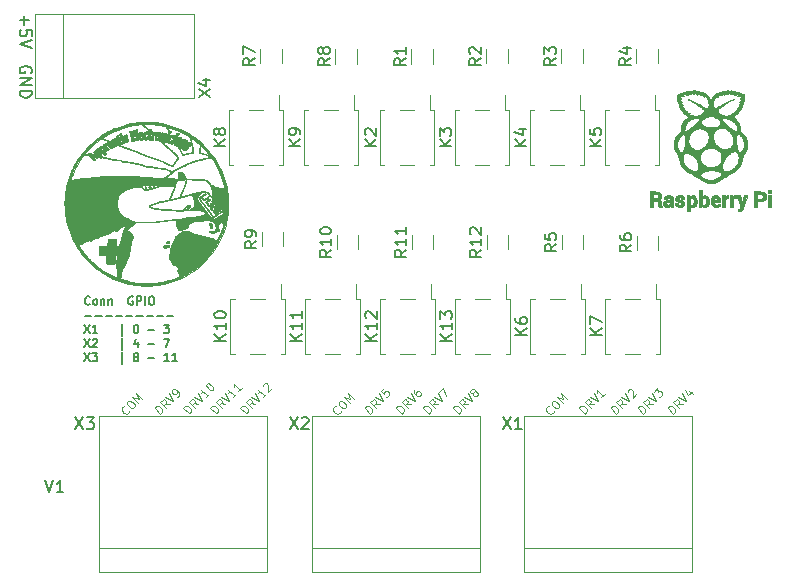
<source format=gbr>
%TF.GenerationSoftware,KiCad,Pcbnew,(5.1.10)-1*%
%TF.CreationDate,2021-12-08T13:53:17+01:00*%
%TF.ProjectId,shield_octo,73686965-6c64-45f6-9f63-746f2e6b6963,1*%
%TF.SameCoordinates,Original*%
%TF.FileFunction,Legend,Top*%
%TF.FilePolarity,Positive*%
%FSLAX46Y46*%
G04 Gerber Fmt 4.6, Leading zero omitted, Abs format (unit mm)*
G04 Created by KiCad (PCBNEW (5.1.10)-1) date 2021-12-08 13:53:17*
%MOMM*%
%LPD*%
G01*
G04 APERTURE LIST*
%ADD10C,0.150000*%
%ADD11C,0.100000*%
%ADD12C,0.010000*%
%ADD13C,0.120000*%
G04 APERTURE END LIST*
D10*
X116665476Y-111847380D02*
X116998809Y-112847380D01*
X117332142Y-111847380D01*
X118189285Y-112847380D02*
X117617857Y-112847380D01*
X117903571Y-112847380D02*
X117903571Y-111847380D01*
X117808333Y-111990238D01*
X117713095Y-112085476D01*
X117617857Y-112133095D01*
D11*
X162339959Y-106204875D02*
X161844984Y-105709900D01*
X161962835Y-105592049D01*
X162057116Y-105544908D01*
X162151397Y-105544908D01*
X162222108Y-105568478D01*
X162339959Y-105639189D01*
X162410669Y-105709900D01*
X162481380Y-105827751D01*
X162504950Y-105898462D01*
X162504950Y-105992743D01*
X162457810Y-106087023D01*
X162339959Y-106204875D01*
X163117776Y-105427057D02*
X162717082Y-105356346D01*
X162834933Y-105709900D02*
X162339959Y-105214925D01*
X162528521Y-105026363D01*
X162599231Y-105002793D01*
X162646372Y-105002793D01*
X162717082Y-105026363D01*
X162787793Y-105097074D01*
X162811363Y-105167785D01*
X162811363Y-105214925D01*
X162787793Y-105285636D01*
X162599231Y-105474198D01*
X162764223Y-104790661D02*
X163424189Y-105120644D01*
X163094206Y-104460678D01*
X164013445Y-104531389D02*
X163730602Y-104814231D01*
X163872023Y-104672810D02*
X163377049Y-104177835D01*
X163400619Y-104295686D01*
X163400619Y-104389967D01*
X163377049Y-104460678D01*
X169832959Y-106204875D02*
X169337984Y-105709900D01*
X169455835Y-105592049D01*
X169550116Y-105544908D01*
X169644397Y-105544908D01*
X169715108Y-105568478D01*
X169832959Y-105639189D01*
X169903669Y-105709900D01*
X169974380Y-105827751D01*
X169997950Y-105898462D01*
X169997950Y-105992743D01*
X169950810Y-106087023D01*
X169832959Y-106204875D01*
X170610776Y-105427057D02*
X170210082Y-105356346D01*
X170327933Y-105709900D02*
X169832959Y-105214925D01*
X170021521Y-105026363D01*
X170092231Y-105002793D01*
X170139372Y-105002793D01*
X170210082Y-105026363D01*
X170280793Y-105097074D01*
X170304363Y-105167785D01*
X170304363Y-105214925D01*
X170280793Y-105285636D01*
X170092231Y-105474198D01*
X170257223Y-104790661D02*
X170917189Y-105120644D01*
X170587206Y-104460678D01*
X171129321Y-104248546D02*
X171459304Y-104578529D01*
X170822908Y-104177835D02*
X171058610Y-104649240D01*
X171365023Y-104342827D01*
X167292959Y-106204875D02*
X166797984Y-105709900D01*
X166915835Y-105592049D01*
X167010116Y-105544908D01*
X167104397Y-105544908D01*
X167175108Y-105568478D01*
X167292959Y-105639189D01*
X167363669Y-105709900D01*
X167434380Y-105827751D01*
X167457950Y-105898462D01*
X167457950Y-105992743D01*
X167410810Y-106087023D01*
X167292959Y-106204875D01*
X168070776Y-105427057D02*
X167670082Y-105356346D01*
X167787933Y-105709900D02*
X167292959Y-105214925D01*
X167481521Y-105026363D01*
X167552231Y-105002793D01*
X167599372Y-105002793D01*
X167670082Y-105026363D01*
X167740793Y-105097074D01*
X167764363Y-105167785D01*
X167764363Y-105214925D01*
X167740793Y-105285636D01*
X167552231Y-105474198D01*
X167717223Y-104790661D02*
X168377189Y-105120644D01*
X168047206Y-104460678D01*
X168165057Y-104342827D02*
X168471470Y-104036414D01*
X168495040Y-104389967D01*
X168565751Y-104319256D01*
X168636462Y-104295686D01*
X168683602Y-104295686D01*
X168754313Y-104319256D01*
X168872164Y-104437108D01*
X168895734Y-104507818D01*
X168895734Y-104554959D01*
X168872164Y-104625669D01*
X168730743Y-104767091D01*
X168660032Y-104790661D01*
X168612891Y-104790661D01*
X165006959Y-106204875D02*
X164511984Y-105709900D01*
X164629835Y-105592049D01*
X164724116Y-105544908D01*
X164818397Y-105544908D01*
X164889108Y-105568478D01*
X165006959Y-105639189D01*
X165077669Y-105709900D01*
X165148380Y-105827751D01*
X165171950Y-105898462D01*
X165171950Y-105992743D01*
X165124810Y-106087023D01*
X165006959Y-106204875D01*
X165784776Y-105427057D02*
X165384082Y-105356346D01*
X165501933Y-105709900D02*
X165006959Y-105214925D01*
X165195521Y-105026363D01*
X165266231Y-105002793D01*
X165313372Y-105002793D01*
X165384082Y-105026363D01*
X165454793Y-105097074D01*
X165478363Y-105167785D01*
X165478363Y-105214925D01*
X165454793Y-105285636D01*
X165266231Y-105474198D01*
X165431223Y-104790661D02*
X166091189Y-105120644D01*
X165761206Y-104460678D01*
X165949768Y-104366397D02*
X165949768Y-104319256D01*
X165973338Y-104248546D01*
X166091189Y-104130695D01*
X166161900Y-104107124D01*
X166209040Y-104107124D01*
X166279751Y-104130695D01*
X166326891Y-104177835D01*
X166374032Y-104272116D01*
X166374032Y-104837801D01*
X166680445Y-104531389D01*
X159680867Y-105975685D02*
X159680867Y-106022825D01*
X159633727Y-106117106D01*
X159586587Y-106164247D01*
X159492306Y-106211387D01*
X159398025Y-106211387D01*
X159327314Y-106187817D01*
X159209463Y-106117106D01*
X159138752Y-106046396D01*
X159068042Y-105928544D01*
X159044471Y-105857834D01*
X159044471Y-105763553D01*
X159091612Y-105669272D01*
X159138752Y-105622132D01*
X159233033Y-105574991D01*
X159280174Y-105574991D01*
X159539446Y-105221438D02*
X159633727Y-105127157D01*
X159704438Y-105103587D01*
X159798719Y-105103587D01*
X159916570Y-105174297D01*
X160081561Y-105339289D01*
X160152272Y-105457140D01*
X160152272Y-105551421D01*
X160128702Y-105622132D01*
X160034421Y-105716412D01*
X159963710Y-105739983D01*
X159869429Y-105739983D01*
X159751578Y-105669272D01*
X159586587Y-105504280D01*
X159515876Y-105386429D01*
X159515876Y-105292148D01*
X159539446Y-105221438D01*
X160458685Y-105292148D02*
X159963710Y-104797174D01*
X160482255Y-104985735D01*
X160293693Y-104467190D01*
X160788668Y-104962165D01*
X144178959Y-106204875D02*
X143683984Y-105709900D01*
X143801835Y-105592049D01*
X143896116Y-105544908D01*
X143990397Y-105544908D01*
X144061108Y-105568478D01*
X144178959Y-105639189D01*
X144249669Y-105709900D01*
X144320380Y-105827751D01*
X144343950Y-105898462D01*
X144343950Y-105992743D01*
X144296810Y-106087023D01*
X144178959Y-106204875D01*
X144956776Y-105427057D02*
X144556082Y-105356346D01*
X144673933Y-105709900D02*
X144178959Y-105214925D01*
X144367521Y-105026363D01*
X144438231Y-105002793D01*
X144485372Y-105002793D01*
X144556082Y-105026363D01*
X144626793Y-105097074D01*
X144650363Y-105167785D01*
X144650363Y-105214925D01*
X144626793Y-105285636D01*
X144438231Y-105474198D01*
X144603223Y-104790661D02*
X145263189Y-105120644D01*
X144933206Y-104460678D01*
X145333900Y-104059984D02*
X145098198Y-104295686D01*
X145310330Y-104554959D01*
X145310330Y-104507818D01*
X145333900Y-104437108D01*
X145451751Y-104319256D01*
X145522462Y-104295686D01*
X145569602Y-104295686D01*
X145640313Y-104319256D01*
X145758164Y-104437108D01*
X145781734Y-104507818D01*
X145781734Y-104554959D01*
X145758164Y-104625669D01*
X145640313Y-104743521D01*
X145569602Y-104767091D01*
X145522462Y-104767091D01*
X151671959Y-106204875D02*
X151176984Y-105709900D01*
X151294835Y-105592049D01*
X151389116Y-105544908D01*
X151483397Y-105544908D01*
X151554108Y-105568478D01*
X151671959Y-105639189D01*
X151742669Y-105709900D01*
X151813380Y-105827751D01*
X151836950Y-105898462D01*
X151836950Y-105992743D01*
X151789810Y-106087023D01*
X151671959Y-106204875D01*
X152449776Y-105427057D02*
X152049082Y-105356346D01*
X152166933Y-105709900D02*
X151671959Y-105214925D01*
X151860521Y-105026363D01*
X151931231Y-105002793D01*
X151978372Y-105002793D01*
X152049082Y-105026363D01*
X152119793Y-105097074D01*
X152143363Y-105167785D01*
X152143363Y-105214925D01*
X152119793Y-105285636D01*
X151931231Y-105474198D01*
X152096223Y-104790661D02*
X152756189Y-105120644D01*
X152426206Y-104460678D01*
X152874040Y-104437108D02*
X152803330Y-104460678D01*
X152756189Y-104460678D01*
X152685478Y-104437108D01*
X152661908Y-104413537D01*
X152638338Y-104342827D01*
X152638338Y-104295686D01*
X152661908Y-104224976D01*
X152756189Y-104130695D01*
X152826900Y-104107124D01*
X152874040Y-104107124D01*
X152944751Y-104130695D01*
X152968321Y-104154265D01*
X152991891Y-104224976D01*
X152991891Y-104272116D01*
X152968321Y-104342827D01*
X152874040Y-104437108D01*
X152850470Y-104507818D01*
X152850470Y-104554959D01*
X152874040Y-104625669D01*
X152968321Y-104719950D01*
X153039032Y-104743521D01*
X153086172Y-104743521D01*
X153156883Y-104719950D01*
X153251164Y-104625669D01*
X153274734Y-104554959D01*
X153274734Y-104507818D01*
X153251164Y-104437108D01*
X153156883Y-104342827D01*
X153086172Y-104319256D01*
X153039032Y-104319256D01*
X152968321Y-104342827D01*
X149131959Y-106204875D02*
X148636984Y-105709900D01*
X148754835Y-105592049D01*
X148849116Y-105544908D01*
X148943397Y-105544908D01*
X149014108Y-105568478D01*
X149131959Y-105639189D01*
X149202669Y-105709900D01*
X149273380Y-105827751D01*
X149296950Y-105898462D01*
X149296950Y-105992743D01*
X149249810Y-106087023D01*
X149131959Y-106204875D01*
X149909776Y-105427057D02*
X149509082Y-105356346D01*
X149626933Y-105709900D02*
X149131959Y-105214925D01*
X149320521Y-105026363D01*
X149391231Y-105002793D01*
X149438372Y-105002793D01*
X149509082Y-105026363D01*
X149579793Y-105097074D01*
X149603363Y-105167785D01*
X149603363Y-105214925D01*
X149579793Y-105285636D01*
X149391231Y-105474198D01*
X149556223Y-104790661D02*
X150216189Y-105120644D01*
X149886206Y-104460678D01*
X150004057Y-104342827D02*
X150334040Y-104012844D01*
X150616883Y-104719950D01*
X146845959Y-106204875D02*
X146350984Y-105709900D01*
X146468835Y-105592049D01*
X146563116Y-105544908D01*
X146657397Y-105544908D01*
X146728108Y-105568478D01*
X146845959Y-105639189D01*
X146916669Y-105709900D01*
X146987380Y-105827751D01*
X147010950Y-105898462D01*
X147010950Y-105992743D01*
X146963810Y-106087023D01*
X146845959Y-106204875D01*
X147623776Y-105427057D02*
X147223082Y-105356346D01*
X147340933Y-105709900D02*
X146845959Y-105214925D01*
X147034521Y-105026363D01*
X147105231Y-105002793D01*
X147152372Y-105002793D01*
X147223082Y-105026363D01*
X147293793Y-105097074D01*
X147317363Y-105167785D01*
X147317363Y-105214925D01*
X147293793Y-105285636D01*
X147105231Y-105474198D01*
X147270223Y-104790661D02*
X147930189Y-105120644D01*
X147600206Y-104460678D01*
X147977330Y-104083554D02*
X147883049Y-104177835D01*
X147859478Y-104248546D01*
X147859478Y-104295686D01*
X147883049Y-104413537D01*
X147953759Y-104531389D01*
X148142321Y-104719950D01*
X148213032Y-104743521D01*
X148260172Y-104743521D01*
X148330883Y-104719950D01*
X148425164Y-104625669D01*
X148448734Y-104554959D01*
X148448734Y-104507818D01*
X148425164Y-104437108D01*
X148307313Y-104319256D01*
X148236602Y-104295686D01*
X148189462Y-104295686D01*
X148118751Y-104319256D01*
X148024470Y-104413537D01*
X148000900Y-104484248D01*
X148000900Y-104531389D01*
X148024470Y-104602099D01*
X141646867Y-105975685D02*
X141646867Y-106022825D01*
X141599727Y-106117106D01*
X141552587Y-106164247D01*
X141458306Y-106211387D01*
X141364025Y-106211387D01*
X141293314Y-106187817D01*
X141175463Y-106117106D01*
X141104752Y-106046396D01*
X141034042Y-105928544D01*
X141010471Y-105857834D01*
X141010471Y-105763553D01*
X141057612Y-105669272D01*
X141104752Y-105622132D01*
X141199033Y-105574991D01*
X141246174Y-105574991D01*
X141505446Y-105221438D02*
X141599727Y-105127157D01*
X141670438Y-105103587D01*
X141764719Y-105103587D01*
X141882570Y-105174297D01*
X142047561Y-105339289D01*
X142118272Y-105457140D01*
X142118272Y-105551421D01*
X142094702Y-105622132D01*
X142000421Y-105716412D01*
X141929710Y-105739983D01*
X141835429Y-105739983D01*
X141717578Y-105669272D01*
X141552587Y-105504280D01*
X141481876Y-105386429D01*
X141481876Y-105292148D01*
X141505446Y-105221438D01*
X142424685Y-105292148D02*
X141929710Y-104797174D01*
X142448255Y-104985735D01*
X142259693Y-104467190D01*
X142754668Y-104962165D01*
X133656256Y-106186577D02*
X133161282Y-105691602D01*
X133279133Y-105573751D01*
X133373414Y-105526610D01*
X133467695Y-105526610D01*
X133538405Y-105550181D01*
X133656256Y-105620891D01*
X133726967Y-105691602D01*
X133797678Y-105809453D01*
X133821248Y-105880164D01*
X133821248Y-105974445D01*
X133774108Y-106068726D01*
X133656256Y-106186577D01*
X134434074Y-105408759D02*
X134033380Y-105338049D01*
X134151231Y-105691602D02*
X133656256Y-105196627D01*
X133844818Y-105008066D01*
X133915529Y-104984495D01*
X133962669Y-104984495D01*
X134033380Y-105008066D01*
X134104091Y-105078776D01*
X134127661Y-105149487D01*
X134127661Y-105196627D01*
X134104091Y-105267338D01*
X133915529Y-105455900D01*
X134080521Y-104772363D02*
X134740487Y-105102346D01*
X134410504Y-104442380D01*
X135329743Y-104513091D02*
X135046900Y-104795933D01*
X135188321Y-104654512D02*
X134693346Y-104159537D01*
X134716917Y-104277389D01*
X134716917Y-104371669D01*
X134693346Y-104442380D01*
X135070470Y-103876695D02*
X135070470Y-103829554D01*
X135094040Y-103758844D01*
X135211891Y-103640992D01*
X135282602Y-103617422D01*
X135329743Y-103617422D01*
X135400453Y-103640992D01*
X135447594Y-103688133D01*
X135494734Y-103782414D01*
X135494734Y-104348099D01*
X135801147Y-104041686D01*
X131116256Y-106186577D02*
X130621282Y-105691602D01*
X130739133Y-105573751D01*
X130833414Y-105526610D01*
X130927695Y-105526610D01*
X130998405Y-105550181D01*
X131116256Y-105620891D01*
X131186967Y-105691602D01*
X131257678Y-105809453D01*
X131281248Y-105880164D01*
X131281248Y-105974445D01*
X131234108Y-106068726D01*
X131116256Y-106186577D01*
X131894074Y-105408759D02*
X131493380Y-105338049D01*
X131611231Y-105691602D02*
X131116256Y-105196627D01*
X131304818Y-105008066D01*
X131375529Y-104984495D01*
X131422669Y-104984495D01*
X131493380Y-105008066D01*
X131564091Y-105078776D01*
X131587661Y-105149487D01*
X131587661Y-105196627D01*
X131564091Y-105267338D01*
X131375529Y-105455900D01*
X131540521Y-104772363D02*
X132200487Y-105102346D01*
X131870504Y-104442380D01*
X132789743Y-104513091D02*
X132506900Y-104795933D01*
X132648321Y-104654512D02*
X132153346Y-104159537D01*
X132176917Y-104277389D01*
X132176917Y-104371669D01*
X132153346Y-104442380D01*
X133261147Y-104041686D02*
X132978304Y-104324529D01*
X133119726Y-104183108D02*
X132624751Y-103688133D01*
X132648321Y-103805984D01*
X132648321Y-103900265D01*
X132624751Y-103970976D01*
X126398959Y-106204875D02*
X125903984Y-105709900D01*
X126021835Y-105592049D01*
X126116116Y-105544908D01*
X126210397Y-105544908D01*
X126281108Y-105568478D01*
X126398959Y-105639189D01*
X126469669Y-105709900D01*
X126540380Y-105827751D01*
X126563950Y-105898462D01*
X126563950Y-105992743D01*
X126516810Y-106087023D01*
X126398959Y-106204875D01*
X127176776Y-105427057D02*
X126776082Y-105356346D01*
X126893933Y-105709900D02*
X126398959Y-105214925D01*
X126587521Y-105026363D01*
X126658231Y-105002793D01*
X126705372Y-105002793D01*
X126776082Y-105026363D01*
X126846793Y-105097074D01*
X126870363Y-105167785D01*
X126870363Y-105214925D01*
X126846793Y-105285636D01*
X126658231Y-105474198D01*
X126823223Y-104790661D02*
X127483189Y-105120644D01*
X127153206Y-104460678D01*
X127836743Y-104767091D02*
X127931023Y-104672810D01*
X127954594Y-104602099D01*
X127954594Y-104554959D01*
X127931023Y-104437108D01*
X127860313Y-104319256D01*
X127671751Y-104130695D01*
X127601040Y-104107124D01*
X127553900Y-104107124D01*
X127483189Y-104130695D01*
X127388908Y-104224976D01*
X127365338Y-104295686D01*
X127365338Y-104342827D01*
X127388908Y-104413537D01*
X127506759Y-104531389D01*
X127577470Y-104554959D01*
X127624610Y-104554959D01*
X127695321Y-104531389D01*
X127789602Y-104437108D01*
X127813172Y-104366397D01*
X127813172Y-104319256D01*
X127789602Y-104248546D01*
X128830256Y-106186577D02*
X128335282Y-105691602D01*
X128453133Y-105573751D01*
X128547414Y-105526610D01*
X128641695Y-105526610D01*
X128712405Y-105550181D01*
X128830256Y-105620891D01*
X128900967Y-105691602D01*
X128971678Y-105809453D01*
X128995248Y-105880164D01*
X128995248Y-105974445D01*
X128948108Y-106068726D01*
X128830256Y-106186577D01*
X129608074Y-105408759D02*
X129207380Y-105338049D01*
X129325231Y-105691602D02*
X128830256Y-105196627D01*
X129018818Y-105008066D01*
X129089529Y-104984495D01*
X129136669Y-104984495D01*
X129207380Y-105008066D01*
X129278091Y-105078776D01*
X129301661Y-105149487D01*
X129301661Y-105196627D01*
X129278091Y-105267338D01*
X129089529Y-105455900D01*
X129254521Y-104772363D02*
X129914487Y-105102346D01*
X129584504Y-104442380D01*
X130503743Y-104513091D02*
X130220900Y-104795933D01*
X130362321Y-104654512D02*
X129867346Y-104159537D01*
X129890917Y-104277389D01*
X129890917Y-104371669D01*
X129867346Y-104442380D01*
X130315181Y-103711703D02*
X130362321Y-103664563D01*
X130433032Y-103640992D01*
X130480172Y-103640992D01*
X130550883Y-103664563D01*
X130668734Y-103735273D01*
X130786585Y-103853124D01*
X130857296Y-103970976D01*
X130880866Y-104041686D01*
X130880866Y-104088827D01*
X130857296Y-104159537D01*
X130810155Y-104206678D01*
X130739445Y-104230248D01*
X130692304Y-104230248D01*
X130621594Y-104206678D01*
X130503743Y-104135967D01*
X130385891Y-104018116D01*
X130315181Y-103900265D01*
X130291610Y-103829554D01*
X130291610Y-103782414D01*
X130315181Y-103711703D01*
X123739867Y-105975685D02*
X123739867Y-106022825D01*
X123692727Y-106117106D01*
X123645587Y-106164247D01*
X123551306Y-106211387D01*
X123457025Y-106211387D01*
X123386314Y-106187817D01*
X123268463Y-106117106D01*
X123197752Y-106046396D01*
X123127042Y-105928544D01*
X123103471Y-105857834D01*
X123103471Y-105763553D01*
X123150612Y-105669272D01*
X123197752Y-105622132D01*
X123292033Y-105574991D01*
X123339174Y-105574991D01*
X123598446Y-105221438D02*
X123692727Y-105127157D01*
X123763438Y-105103587D01*
X123857719Y-105103587D01*
X123975570Y-105174297D01*
X124140561Y-105339289D01*
X124211272Y-105457140D01*
X124211272Y-105551421D01*
X124187702Y-105622132D01*
X124093421Y-105716412D01*
X124022710Y-105739983D01*
X123928429Y-105739983D01*
X123810578Y-105669272D01*
X123645587Y-105504280D01*
X123574876Y-105386429D01*
X123574876Y-105292148D01*
X123598446Y-105221438D01*
X124517685Y-105292148D02*
X124022710Y-104797174D01*
X124541255Y-104985735D01*
X124352693Y-104467190D01*
X124847668Y-104962165D01*
D10*
X120425166Y-96910000D02*
X120391833Y-96943333D01*
X120291833Y-96976666D01*
X120225166Y-96976666D01*
X120125166Y-96943333D01*
X120058500Y-96876666D01*
X120025166Y-96810000D01*
X119991833Y-96676666D01*
X119991833Y-96576666D01*
X120025166Y-96443333D01*
X120058500Y-96376666D01*
X120125166Y-96310000D01*
X120225166Y-96276666D01*
X120291833Y-96276666D01*
X120391833Y-96310000D01*
X120425166Y-96343333D01*
X120825166Y-96976666D02*
X120758500Y-96943333D01*
X120725166Y-96910000D01*
X120691833Y-96843333D01*
X120691833Y-96643333D01*
X120725166Y-96576666D01*
X120758500Y-96543333D01*
X120825166Y-96510000D01*
X120925166Y-96510000D01*
X120991833Y-96543333D01*
X121025166Y-96576666D01*
X121058500Y-96643333D01*
X121058500Y-96843333D01*
X121025166Y-96910000D01*
X120991833Y-96943333D01*
X120925166Y-96976666D01*
X120825166Y-96976666D01*
X121358500Y-96510000D02*
X121358500Y-96976666D01*
X121358500Y-96576666D02*
X121391833Y-96543333D01*
X121458500Y-96510000D01*
X121558500Y-96510000D01*
X121625166Y-96543333D01*
X121658500Y-96610000D01*
X121658500Y-96976666D01*
X121991833Y-96510000D02*
X121991833Y-96976666D01*
X121991833Y-96576666D02*
X122025166Y-96543333D01*
X122091833Y-96510000D01*
X122191833Y-96510000D01*
X122258500Y-96543333D01*
X122291833Y-96610000D01*
X122291833Y-96976666D01*
X124058500Y-96310000D02*
X123991833Y-96276666D01*
X123891833Y-96276666D01*
X123791833Y-96310000D01*
X123725166Y-96376666D01*
X123691833Y-96443333D01*
X123658500Y-96576666D01*
X123658500Y-96676666D01*
X123691833Y-96810000D01*
X123725166Y-96876666D01*
X123791833Y-96943333D01*
X123891833Y-96976666D01*
X123958500Y-96976666D01*
X124058500Y-96943333D01*
X124091833Y-96910000D01*
X124091833Y-96676666D01*
X123958500Y-96676666D01*
X124391833Y-96976666D02*
X124391833Y-96276666D01*
X124658500Y-96276666D01*
X124725166Y-96310000D01*
X124758500Y-96343333D01*
X124791833Y-96410000D01*
X124791833Y-96510000D01*
X124758500Y-96576666D01*
X124725166Y-96610000D01*
X124658500Y-96643333D01*
X124391833Y-96643333D01*
X125091833Y-96976666D02*
X125091833Y-96276666D01*
X125558500Y-96276666D02*
X125691833Y-96276666D01*
X125758500Y-96310000D01*
X125825166Y-96376666D01*
X125858500Y-96510000D01*
X125858500Y-96743333D01*
X125825166Y-96876666D01*
X125758500Y-96943333D01*
X125691833Y-96976666D01*
X125558500Y-96976666D01*
X125491833Y-96943333D01*
X125425166Y-96876666D01*
X125391833Y-96743333D01*
X125391833Y-96510000D01*
X125425166Y-96376666D01*
X125491833Y-96310000D01*
X125558500Y-96276666D01*
X120025166Y-97910000D02*
X120558500Y-97910000D01*
X120891833Y-97910000D02*
X121425166Y-97910000D01*
X121758500Y-97910000D02*
X122291833Y-97910000D01*
X122625166Y-97910000D02*
X123158500Y-97910000D01*
X123491833Y-97910000D02*
X124025166Y-97910000D01*
X124358500Y-97910000D02*
X124891833Y-97910000D01*
X125225166Y-97910000D02*
X125758500Y-97910000D01*
X126091833Y-97910000D02*
X126625166Y-97910000D01*
X126958500Y-97910000D02*
X127491833Y-97910000D01*
X119958500Y-98676666D02*
X120425166Y-99376666D01*
X120425166Y-98676666D02*
X119958500Y-99376666D01*
X121058500Y-99376666D02*
X120658500Y-99376666D01*
X120858500Y-99376666D02*
X120858500Y-98676666D01*
X120791833Y-98776666D01*
X120725166Y-98843333D01*
X120658500Y-98876666D01*
X123125166Y-99610000D02*
X123125166Y-98610000D01*
X124291833Y-98676666D02*
X124358500Y-98676666D01*
X124425166Y-98710000D01*
X124458500Y-98743333D01*
X124491833Y-98810000D01*
X124525166Y-98943333D01*
X124525166Y-99110000D01*
X124491833Y-99243333D01*
X124458500Y-99310000D01*
X124425166Y-99343333D01*
X124358500Y-99376666D01*
X124291833Y-99376666D01*
X124225166Y-99343333D01*
X124191833Y-99310000D01*
X124158500Y-99243333D01*
X124125166Y-99110000D01*
X124125166Y-98943333D01*
X124158500Y-98810000D01*
X124191833Y-98743333D01*
X124225166Y-98710000D01*
X124291833Y-98676666D01*
X125358500Y-99110000D02*
X125891833Y-99110000D01*
X126691833Y-98676666D02*
X127125166Y-98676666D01*
X126891833Y-98943333D01*
X126991833Y-98943333D01*
X127058500Y-98976666D01*
X127091833Y-99010000D01*
X127125166Y-99076666D01*
X127125166Y-99243333D01*
X127091833Y-99310000D01*
X127058500Y-99343333D01*
X126991833Y-99376666D01*
X126791833Y-99376666D01*
X126725166Y-99343333D01*
X126691833Y-99310000D01*
X119958500Y-99876666D02*
X120425166Y-100576666D01*
X120425166Y-99876666D02*
X119958500Y-100576666D01*
X120658500Y-99943333D02*
X120691833Y-99910000D01*
X120758500Y-99876666D01*
X120925166Y-99876666D01*
X120991833Y-99910000D01*
X121025166Y-99943333D01*
X121058500Y-100010000D01*
X121058500Y-100076666D01*
X121025166Y-100176666D01*
X120625166Y-100576666D01*
X121058500Y-100576666D01*
X123125166Y-100810000D02*
X123125166Y-99810000D01*
X124458500Y-100110000D02*
X124458500Y-100576666D01*
X124291833Y-99843333D02*
X124125166Y-100343333D01*
X124558500Y-100343333D01*
X125358500Y-100310000D02*
X125891833Y-100310000D01*
X126691833Y-99876666D02*
X127158500Y-99876666D01*
X126858500Y-100576666D01*
X119958500Y-101076666D02*
X120425166Y-101776666D01*
X120425166Y-101076666D02*
X119958500Y-101776666D01*
X120625166Y-101076666D02*
X121058500Y-101076666D01*
X120825166Y-101343333D01*
X120925166Y-101343333D01*
X120991833Y-101376666D01*
X121025166Y-101410000D01*
X121058500Y-101476666D01*
X121058500Y-101643333D01*
X121025166Y-101710000D01*
X120991833Y-101743333D01*
X120925166Y-101776666D01*
X120725166Y-101776666D01*
X120658500Y-101743333D01*
X120625166Y-101710000D01*
X123125166Y-102010000D02*
X123125166Y-101010000D01*
X124258500Y-101376666D02*
X124191833Y-101343333D01*
X124158500Y-101310000D01*
X124125166Y-101243333D01*
X124125166Y-101210000D01*
X124158500Y-101143333D01*
X124191833Y-101110000D01*
X124258500Y-101076666D01*
X124391833Y-101076666D01*
X124458500Y-101110000D01*
X124491833Y-101143333D01*
X124525166Y-101210000D01*
X124525166Y-101243333D01*
X124491833Y-101310000D01*
X124458500Y-101343333D01*
X124391833Y-101376666D01*
X124258500Y-101376666D01*
X124191833Y-101410000D01*
X124158500Y-101443333D01*
X124125166Y-101510000D01*
X124125166Y-101643333D01*
X124158500Y-101710000D01*
X124191833Y-101743333D01*
X124258500Y-101776666D01*
X124391833Y-101776666D01*
X124458500Y-101743333D01*
X124491833Y-101710000D01*
X124525166Y-101643333D01*
X124525166Y-101510000D01*
X124491833Y-101443333D01*
X124458500Y-101410000D01*
X124391833Y-101376666D01*
X125358500Y-101510000D02*
X125891833Y-101510000D01*
X127125166Y-101776666D02*
X126725166Y-101776666D01*
X126925166Y-101776666D02*
X126925166Y-101076666D01*
X126858500Y-101176666D01*
X126791833Y-101243333D01*
X126725166Y-101276666D01*
X127791833Y-101776666D02*
X127391833Y-101776666D01*
X127591833Y-101776666D02*
X127591833Y-101076666D01*
X127525166Y-101176666D01*
X127458500Y-101243333D01*
X127391833Y-101276666D01*
X115435000Y-77343095D02*
X115482619Y-77247857D01*
X115482619Y-77105000D01*
X115435000Y-76962142D01*
X115339761Y-76866904D01*
X115244523Y-76819285D01*
X115054047Y-76771666D01*
X114911190Y-76771666D01*
X114720714Y-76819285D01*
X114625476Y-76866904D01*
X114530238Y-76962142D01*
X114482619Y-77105000D01*
X114482619Y-77200238D01*
X114530238Y-77343095D01*
X114577857Y-77390714D01*
X114911190Y-77390714D01*
X114911190Y-77200238D01*
X114482619Y-77819285D02*
X115482619Y-77819285D01*
X114482619Y-78390714D01*
X115482619Y-78390714D01*
X114482619Y-78866904D02*
X115482619Y-78866904D01*
X115482619Y-79105000D01*
X115435000Y-79247857D01*
X115339761Y-79343095D01*
X115244523Y-79390714D01*
X115054047Y-79438333D01*
X114911190Y-79438333D01*
X114720714Y-79390714D01*
X114625476Y-79343095D01*
X114530238Y-79247857D01*
X114482619Y-79105000D01*
X114482619Y-78866904D01*
X114863571Y-72501285D02*
X114863571Y-73263190D01*
X114482619Y-72882238D02*
X115244523Y-72882238D01*
X115482619Y-74215571D02*
X115482619Y-73739380D01*
X115006428Y-73691761D01*
X115054047Y-73739380D01*
X115101666Y-73834619D01*
X115101666Y-74072714D01*
X115054047Y-74167952D01*
X115006428Y-74215571D01*
X114911190Y-74263190D01*
X114673095Y-74263190D01*
X114577857Y-74215571D01*
X114530238Y-74167952D01*
X114482619Y-74072714D01*
X114482619Y-73834619D01*
X114530238Y-73739380D01*
X114577857Y-73691761D01*
X115482619Y-74548904D02*
X114482619Y-74882238D01*
X115482619Y-75215571D01*
D12*
%TO.C,G\u002A\u002A\u002A*%
G36*
X125322123Y-81486482D02*
G01*
X125389757Y-81487354D01*
X125452384Y-81488675D01*
X125508318Y-81490453D01*
X125544580Y-81492074D01*
X125686076Y-81500981D01*
X125831516Y-81513106D01*
X125978618Y-81528169D01*
X126125101Y-81545892D01*
X126268681Y-81565997D01*
X126407078Y-81588203D01*
X126538008Y-81612233D01*
X126554510Y-81615506D01*
X126817361Y-81673185D01*
X127076178Y-81740183D01*
X127330948Y-81816494D01*
X127581654Y-81902113D01*
X127828283Y-81997034D01*
X128070820Y-82101252D01*
X128309250Y-82214759D01*
X128543558Y-82337551D01*
X128773729Y-82469622D01*
X128866900Y-82526451D01*
X129087967Y-82669619D01*
X129303352Y-82821132D01*
X129512783Y-82980737D01*
X129715989Y-83148179D01*
X129912699Y-83323206D01*
X130102642Y-83505564D01*
X130285547Y-83694999D01*
X130461143Y-83891258D01*
X130629159Y-84094087D01*
X130789324Y-84303233D01*
X130838679Y-84371180D01*
X130990045Y-84590907D01*
X131132499Y-84815405D01*
X131265957Y-85044474D01*
X131390336Y-85277912D01*
X131505551Y-85515518D01*
X131611520Y-85757091D01*
X131708159Y-86002430D01*
X131795383Y-86251334D01*
X131873110Y-86503602D01*
X131941256Y-86759034D01*
X131999738Y-87017428D01*
X132048471Y-87278582D01*
X132049044Y-87282020D01*
X132072111Y-87430006D01*
X132091840Y-87577376D01*
X132108453Y-87726292D01*
X132122169Y-87878914D01*
X132133209Y-88037406D01*
X132140783Y-88181180D01*
X132145279Y-88333516D01*
X132145376Y-88493202D01*
X132141202Y-88658491D01*
X132132883Y-88827637D01*
X132120546Y-88998892D01*
X132104319Y-89170510D01*
X132084327Y-89340744D01*
X132060697Y-89507847D01*
X132033558Y-89670073D01*
X132032061Y-89678298D01*
X131979412Y-89938354D01*
X131917080Y-90195455D01*
X131845162Y-90449406D01*
X131763752Y-90700011D01*
X131672948Y-90947074D01*
X131572844Y-91190401D01*
X131463536Y-91429796D01*
X131345119Y-91665063D01*
X131217690Y-91896008D01*
X131081345Y-92122435D01*
X130936178Y-92344149D01*
X130782285Y-92560954D01*
X130619763Y-92772655D01*
X130448707Y-92979057D01*
X130373025Y-93065600D01*
X130277733Y-93169901D01*
X130174933Y-93276972D01*
X130066299Y-93385227D01*
X129953502Y-93493083D01*
X129838217Y-93598955D01*
X129722115Y-93701260D01*
X129606870Y-93798413D01*
X129552700Y-93842468D01*
X129342675Y-94004688D01*
X129127189Y-94158392D01*
X128906482Y-94303475D01*
X128680794Y-94439830D01*
X128450365Y-94567351D01*
X128215436Y-94685932D01*
X127976247Y-94795467D01*
X127733038Y-94895849D01*
X127486049Y-94986973D01*
X127235522Y-95068731D01*
X126981695Y-95141019D01*
X126724810Y-95203729D01*
X126465107Y-95256756D01*
X126281180Y-95288149D01*
X126256820Y-95291670D01*
X126223726Y-95296002D01*
X126183280Y-95300994D01*
X126136861Y-95306498D01*
X126085852Y-95312364D01*
X126031633Y-95318441D01*
X125975585Y-95324581D01*
X125919088Y-95330634D01*
X125863524Y-95336449D01*
X125810274Y-95341878D01*
X125760717Y-95346771D01*
X125716237Y-95350978D01*
X125678212Y-95354349D01*
X125648720Y-95356686D01*
X125562549Y-95361978D01*
X125469013Y-95366095D01*
X125370822Y-95368998D01*
X125270691Y-95370650D01*
X125171331Y-95371014D01*
X125075455Y-95370052D01*
X124985775Y-95367726D01*
X124950220Y-95366317D01*
X124898284Y-95363867D01*
X124849446Y-95361217D01*
X124801979Y-95358226D01*
X124754160Y-95354758D01*
X124704262Y-95350673D01*
X124650560Y-95345833D01*
X124591330Y-95340100D01*
X124524845Y-95333334D01*
X124477780Y-95328409D01*
X124398116Y-95319872D01*
X124327083Y-95311951D01*
X124263184Y-95304432D01*
X124204922Y-95297100D01*
X124150803Y-95289742D01*
X124099330Y-95282143D01*
X124049007Y-95274088D01*
X123998338Y-95265364D01*
X123945827Y-95255757D01*
X123889977Y-95245053D01*
X123874936Y-95242105D01*
X123619069Y-95186652D01*
X123365407Y-95121480D01*
X123114333Y-95046765D01*
X122866230Y-94962684D01*
X122621482Y-94869415D01*
X122411023Y-94780100D01*
X122956320Y-94780100D01*
X122958860Y-94782640D01*
X122961400Y-94780100D01*
X122958860Y-94777560D01*
X122956320Y-94780100D01*
X122411023Y-94780100D01*
X122380470Y-94767134D01*
X122250074Y-94705971D01*
X122976640Y-94705971D01*
X122980238Y-94716664D01*
X122989795Y-94731624D01*
X123003450Y-94748626D01*
X123019344Y-94765446D01*
X123035617Y-94779861D01*
X123042877Y-94785180D01*
X123061475Y-94795374D01*
X123087240Y-94806411D01*
X123117332Y-94817350D01*
X123148917Y-94827254D01*
X123179155Y-94835185D01*
X123205211Y-94840204D01*
X123211638Y-94840986D01*
X123231849Y-94844472D01*
X123259791Y-94851471D01*
X123293838Y-94861535D01*
X123332366Y-94874216D01*
X123333558Y-94874626D01*
X123366694Y-94885876D01*
X123392735Y-94894147D01*
X123414107Y-94900014D01*
X123433232Y-94904053D01*
X123452534Y-94906838D01*
X123474438Y-94908945D01*
X123480071Y-94909392D01*
X123514503Y-94912820D01*
X123541054Y-94917542D01*
X123561987Y-94924293D01*
X123579566Y-94933809D01*
X123596053Y-94946823D01*
X123596450Y-94947181D01*
X123611177Y-94959691D01*
X123625851Y-94970011D01*
X123642095Y-94978779D01*
X123661531Y-94986633D01*
X123685782Y-94994211D01*
X123716471Y-95002149D01*
X123755220Y-95011086D01*
X123764040Y-95013040D01*
X123842110Y-95029933D01*
X123914968Y-95044947D01*
X123984378Y-95058362D01*
X124052104Y-95070453D01*
X124119909Y-95081499D01*
X124189559Y-95091778D01*
X124262816Y-95101567D01*
X124341446Y-95111143D01*
X124427212Y-95120786D01*
X124493020Y-95127784D01*
X124557788Y-95134506D01*
X124613717Y-95140223D01*
X124662066Y-95145042D01*
X124704096Y-95149070D01*
X124741065Y-95152412D01*
X124774235Y-95155176D01*
X124804864Y-95157467D01*
X124834212Y-95159392D01*
X124863540Y-95161057D01*
X124894107Y-95162569D01*
X124917200Y-95163606D01*
X124954577Y-95164862D01*
X124999827Y-95165777D01*
X125051523Y-95166365D01*
X125108237Y-95166641D01*
X125168543Y-95166619D01*
X125231015Y-95166315D01*
X125294225Y-95165743D01*
X125356747Y-95164917D01*
X125417154Y-95163854D01*
X125474020Y-95162567D01*
X125525917Y-95161071D01*
X125571419Y-95159381D01*
X125609100Y-95157513D01*
X125628400Y-95156233D01*
X125675061Y-95152437D01*
X125728354Y-95147660D01*
X125786727Y-95142072D01*
X125848629Y-95135844D01*
X125912509Y-95129147D01*
X125976814Y-95122154D01*
X126039995Y-95115034D01*
X126100498Y-95107959D01*
X126156773Y-95101101D01*
X126207269Y-95094630D01*
X126250435Y-95088717D01*
X126278640Y-95084504D01*
X126521257Y-95041371D01*
X126764319Y-94988317D01*
X127007202Y-94925523D01*
X127249279Y-94853172D01*
X127489929Y-94771447D01*
X127728524Y-94680529D01*
X127882274Y-94616563D01*
X127918095Y-94601063D01*
X127945674Y-94588837D01*
X127966158Y-94579275D01*
X127980693Y-94571765D01*
X127990424Y-94565697D01*
X127996499Y-94560460D01*
X128000062Y-94555442D01*
X128001104Y-94553207D01*
X128003985Y-94540775D01*
X128005352Y-94520512D01*
X128005245Y-94491532D01*
X128004622Y-94472781D01*
X128003373Y-94445395D01*
X128001921Y-94425844D01*
X127999808Y-94411806D01*
X127996574Y-94400960D01*
X127991760Y-94390983D01*
X127986779Y-94382582D01*
X127977560Y-94366573D01*
X127970327Y-94352187D01*
X127967741Y-94345765D01*
X127960800Y-94332779D01*
X127954464Y-94325723D01*
X127948041Y-94317315D01*
X127939746Y-94302380D01*
X127931224Y-94283923D01*
X127930042Y-94281074D01*
X127920968Y-94260699D01*
X127911260Y-94241801D01*
X127902936Y-94228291D01*
X127902522Y-94227734D01*
X127891835Y-94211230D01*
X127882708Y-94193437D01*
X127882138Y-94192090D01*
X127876210Y-94180136D01*
X127870989Y-94173511D01*
X127869807Y-94173040D01*
X127865102Y-94168565D01*
X127858636Y-94156771D01*
X127851456Y-94140104D01*
X127844608Y-94121009D01*
X127839137Y-94101931D01*
X127838813Y-94100577D01*
X127834119Y-94075172D01*
X127834114Y-94056320D01*
X127839061Y-94041429D01*
X127845820Y-94031726D01*
X127854040Y-94020582D01*
X127858338Y-94012074D01*
X127858520Y-94010889D01*
X127860110Y-94003287D01*
X127864232Y-93989475D01*
X127868680Y-93976239D01*
X127873864Y-93955292D01*
X127877348Y-93928653D01*
X127879076Y-93899284D01*
X127878991Y-93870145D01*
X127877035Y-93844199D01*
X127873152Y-93824409D01*
X127871684Y-93820307D01*
X127865030Y-93807955D01*
X127853759Y-93790579D01*
X127839447Y-93770264D01*
X127823667Y-93749097D01*
X127807994Y-93729163D01*
X127794003Y-93712550D01*
X127783269Y-93701344D01*
X127779753Y-93698509D01*
X127769633Y-93693191D01*
X127752032Y-93685245D01*
X127729021Y-93675501D01*
X127702671Y-93664792D01*
X127675054Y-93653947D01*
X127648241Y-93643798D01*
X127624304Y-93635176D01*
X127609600Y-93630248D01*
X127586389Y-93622548D01*
X127560282Y-93613450D01*
X127542058Y-93606819D01*
X127523736Y-93600416D01*
X127508265Y-93595799D01*
X127498862Y-93593924D01*
X127498610Y-93593920D01*
X127490180Y-93591783D01*
X127475375Y-93586083D01*
X127456862Y-93577882D01*
X127449311Y-93574283D01*
X127408940Y-93554647D01*
X127397931Y-93514383D01*
X127390702Y-93490961D01*
X127380886Y-93463110D01*
X127370197Y-93435601D01*
X127366193Y-93426069D01*
X127357346Y-93403985D01*
X127350378Y-93383591D01*
X127346216Y-93367771D01*
X127345452Y-93361606D01*
X127343738Y-93349302D01*
X127337209Y-93343372D01*
X127333410Y-93342174D01*
X127326349Y-93339104D01*
X127322205Y-93332593D01*
X127319747Y-93319964D01*
X127318748Y-93310327D01*
X127313996Y-93287648D01*
X127304179Y-93259885D01*
X127290686Y-93229796D01*
X127274908Y-93200143D01*
X127258234Y-93173686D01*
X127242055Y-93153185D01*
X127237140Y-93148270D01*
X127212690Y-93128212D01*
X127191138Y-93116260D01*
X127170712Y-93111495D01*
X127165789Y-93111320D01*
X127156426Y-93110653D01*
X127149339Y-93107396D01*
X127142486Y-93099657D01*
X127133821Y-93085547D01*
X127129367Y-93077653D01*
X127110539Y-93043986D01*
X127113436Y-92936683D01*
X127115416Y-92885049D01*
X127118573Y-92841775D01*
X127123307Y-92805091D01*
X127130015Y-92773225D01*
X127139098Y-92744409D01*
X127150952Y-92716871D01*
X127165977Y-92688841D01*
X127171223Y-92679971D01*
X127183414Y-92655202D01*
X127187944Y-92634550D01*
X127187960Y-92633467D01*
X127189831Y-92616590D01*
X127194492Y-92597559D01*
X127196206Y-92592528D01*
X127198861Y-92583303D01*
X127201086Y-92570475D01*
X127202968Y-92552894D01*
X127204590Y-92529404D01*
X127206038Y-92498854D01*
X127207397Y-92460091D01*
X127208324Y-92428060D01*
X127209487Y-92386232D01*
X127210553Y-92352929D01*
X127211692Y-92326522D01*
X127213073Y-92305378D01*
X127214868Y-92287867D01*
X127217247Y-92272359D01*
X127220379Y-92257222D01*
X127224434Y-92240825D01*
X127229584Y-92221538D01*
X127230060Y-92219780D01*
X127237109Y-92193041D01*
X127243453Y-92167730D01*
X127248437Y-92146539D01*
X127251409Y-92132161D01*
X127251575Y-92131170D01*
X127256154Y-92112981D01*
X127264549Y-92088676D01*
X127275635Y-92061021D01*
X127288291Y-92032778D01*
X127301392Y-92006711D01*
X127304336Y-92001340D01*
X127314532Y-91980907D01*
X127324035Y-91958385D01*
X127327354Y-91949136D01*
X127333126Y-91935502D01*
X127342616Y-91917114D01*
X127354489Y-91896156D01*
X127367412Y-91874808D01*
X127380051Y-91855253D01*
X127391073Y-91839672D01*
X127399145Y-91830247D01*
X127400831Y-91828922D01*
X127404482Y-91822006D01*
X127406340Y-91809374D01*
X127406400Y-91806586D01*
X127408832Y-91791315D01*
X127415374Y-91770965D01*
X127423369Y-91752276D01*
X127432646Y-91732125D01*
X127440921Y-91712776D01*
X127446465Y-91698284D01*
X127446618Y-91697825D01*
X127453080Y-91683678D01*
X127460918Y-91673320D01*
X127462310Y-91672198D01*
X127468383Y-91664850D01*
X127476951Y-91650540D01*
X127486629Y-91631697D01*
X127491998Y-91620112D01*
X127497464Y-91608255D01*
X131123045Y-91608255D01*
X131125884Y-91615260D01*
X131132526Y-91625930D01*
X131138236Y-91626542D01*
X131142196Y-91619924D01*
X131144967Y-91608531D01*
X131140843Y-91603454D01*
X131132688Y-91602560D01*
X131124066Y-91603483D01*
X131123045Y-91608255D01*
X127497464Y-91608255D01*
X127503370Y-91595448D01*
X127515863Y-91569676D01*
X127527277Y-91547304D01*
X127530342Y-91541600D01*
X127539278Y-91523795D01*
X127545775Y-91508051D01*
X127548508Y-91497599D01*
X127548524Y-91497161D01*
X127551698Y-91486634D01*
X127560066Y-91470856D01*
X127572110Y-91452206D01*
X127586315Y-91433062D01*
X127598738Y-91418415D01*
X127606681Y-91407228D01*
X127611253Y-91393196D01*
X127613637Y-91372695D01*
X127615447Y-91355270D01*
X127617997Y-91341880D01*
X127620312Y-91336114D01*
X127623017Y-91328476D01*
X127624636Y-91314727D01*
X127624840Y-91307454D01*
X127625488Y-91292614D01*
X127628361Y-91284863D01*
X127634853Y-91281165D01*
X127637201Y-91280518D01*
X127643794Y-91278333D01*
X127648465Y-91274386D01*
X127652127Y-91266671D01*
X127655697Y-91253183D01*
X127660089Y-91231916D01*
X127660629Y-91229180D01*
X127665055Y-91210262D01*
X127670154Y-91193509D01*
X127673495Y-91185338D01*
X127683527Y-91172236D01*
X127700763Y-91156355D01*
X127723182Y-91139176D01*
X127748764Y-91122177D01*
X127775486Y-91106838D01*
X127791513Y-91098916D01*
X127821676Y-91083822D01*
X127851683Y-91066627D01*
X127879665Y-91048597D01*
X127903756Y-91031003D01*
X127922090Y-91015113D01*
X127932077Y-91003391D01*
X127947073Y-90984380D01*
X127968937Y-90962735D01*
X127995468Y-90940398D01*
X128024464Y-90919309D01*
X128035781Y-90911958D01*
X128055401Y-90898423D01*
X128078629Y-90880540D01*
X128101877Y-90861138D01*
X128113883Y-90850371D01*
X128140248Y-90828063D01*
X128169455Y-90806904D01*
X128199239Y-90788267D01*
X128227335Y-90773521D01*
X128251479Y-90764040D01*
X128259840Y-90761968D01*
X128288196Y-90756218D01*
X128315171Y-90750011D01*
X128338357Y-90743957D01*
X128355345Y-90738669D01*
X128361440Y-90736178D01*
X128372796Y-90732918D01*
X128392120Y-90729819D01*
X128417219Y-90727016D01*
X128445902Y-90724645D01*
X128475975Y-90722844D01*
X128505247Y-90721749D01*
X128531526Y-90721497D01*
X128552619Y-90722223D01*
X128564063Y-90723558D01*
X128584556Y-90726414D01*
X128608916Y-90728318D01*
X128625776Y-90728799D01*
X128655005Y-90730978D01*
X128686051Y-90738054D01*
X128702553Y-90743323D01*
X128736621Y-90754875D01*
X128762475Y-90763352D01*
X128781450Y-90769151D01*
X128794880Y-90772665D01*
X128804102Y-90774288D01*
X128808094Y-90774520D01*
X128819413Y-90776787D01*
X128834313Y-90782446D01*
X128838960Y-90784680D01*
X128853604Y-90791033D01*
X128866023Y-90794575D01*
X128868785Y-90794840D01*
X128886445Y-90797953D01*
X128907891Y-90806087D01*
X128929388Y-90817433D01*
X128947202Y-90830179D01*
X128952655Y-90835479D01*
X128966484Y-90848133D01*
X128981349Y-90857902D01*
X128986656Y-90860250D01*
X129001633Y-90867103D01*
X129013939Y-90875320D01*
X129014001Y-90875375D01*
X129024839Y-90882481D01*
X129040767Y-90890226D01*
X129049780Y-90893808D01*
X129067172Y-90900944D01*
X129082556Y-90908615D01*
X129087983Y-90911950D01*
X129094343Y-90915931D01*
X129102381Y-90919845D01*
X129113505Y-90924166D01*
X129129125Y-90929373D01*
X129150652Y-90935942D01*
X129179495Y-90944350D01*
X129207260Y-90952286D01*
X129233132Y-90959854D01*
X129258591Y-90967654D01*
X129280160Y-90974603D01*
X129291080Y-90978382D01*
X129333359Y-90993372D01*
X129372846Y-91006523D01*
X129408018Y-91017372D01*
X129437352Y-91025458D01*
X129459328Y-91030319D01*
X129464907Y-91031161D01*
X129486037Y-91035321D01*
X129501217Y-91042656D01*
X129509000Y-91049107D01*
X129524628Y-91059934D01*
X129542239Y-91066606D01*
X129543452Y-91066836D01*
X129557906Y-91069713D01*
X129578146Y-91074212D01*
X129600117Y-91079428D01*
X129603027Y-91080145D01*
X129628257Y-91085302D01*
X129649583Y-91087567D01*
X129661447Y-91087089D01*
X129678772Y-91086943D01*
X129702487Y-91090611D01*
X129717800Y-91094277D01*
X129738424Y-91099286D01*
X129757217Y-91102963D01*
X129770407Y-91104580D01*
X129771267Y-91104600D01*
X129783813Y-91106014D01*
X129804051Y-91109801D01*
X129829928Y-91115462D01*
X129859389Y-91122500D01*
X129890380Y-91130415D01*
X129920847Y-91138711D01*
X129948736Y-91146889D01*
X129959100Y-91150141D01*
X129983924Y-91157312D01*
X130009664Y-91163434D01*
X130031771Y-91167460D01*
X130037037Y-91168104D01*
X130057055Y-91170985D01*
X130075406Y-91175049D01*
X130085297Y-91178310D01*
X130105054Y-91185696D01*
X130132796Y-91194465D01*
X130166524Y-91204124D01*
X130204238Y-91214181D01*
X130243938Y-91224142D01*
X130283624Y-91233516D01*
X130321296Y-91241809D01*
X130354954Y-91248529D01*
X130382599Y-91253184D01*
X130395957Y-91254827D01*
X130418812Y-91258096D01*
X130441940Y-91263148D01*
X130457057Y-91267760D01*
X130486984Y-91277397D01*
X130520542Y-91284966D01*
X130560621Y-91291087D01*
X130572040Y-91292469D01*
X130596882Y-91296789D01*
X130623177Y-91303596D01*
X130643160Y-91310610D01*
X130666412Y-91318843D01*
X130692961Y-91325924D01*
X130710940Y-91329345D01*
X130731073Y-91332954D01*
X130748973Y-91337407D01*
X130760217Y-91341503D01*
X130775816Y-91346768D01*
X130789903Y-91348560D01*
X130802595Y-91350704D01*
X130808335Y-91358025D01*
X130808514Y-91358668D01*
X130814372Y-91367408D01*
X130827012Y-91379309D01*
X130844237Y-91392782D01*
X130863848Y-91406235D01*
X130883647Y-91418080D01*
X130901436Y-91426726D01*
X130903980Y-91427718D01*
X130927327Y-91440149D01*
X130952579Y-91461025D01*
X130960028Y-91468374D01*
X130980419Y-91488009D01*
X130998480Y-91502083D01*
X131017680Y-91512679D01*
X131041492Y-91521883D01*
X131057817Y-91527108D01*
X131075837Y-91533079D01*
X131090361Y-91538689D01*
X131098261Y-91542730D01*
X131098284Y-91542749D01*
X131107715Y-91547265D01*
X131122744Y-91551403D01*
X131140205Y-91554669D01*
X131156930Y-91556565D01*
X131169754Y-91556599D01*
X131175232Y-91554780D01*
X131179450Y-91547763D01*
X131187423Y-91532849D01*
X131198525Y-91511305D01*
X131212130Y-91484401D01*
X131227613Y-91453406D01*
X131244349Y-91419588D01*
X131261712Y-91384218D01*
X131279077Y-91348564D01*
X131295819Y-91313896D01*
X131311312Y-91281482D01*
X131324930Y-91252591D01*
X131336049Y-91228493D01*
X131336369Y-91227787D01*
X131396148Y-91091827D01*
X131453937Y-90952269D01*
X131509103Y-90810874D01*
X131561014Y-90669399D01*
X131609035Y-90529606D01*
X131652535Y-90393255D01*
X131690880Y-90262104D01*
X131711966Y-90183483D01*
X131718079Y-90159429D01*
X131721766Y-90142970D01*
X131723186Y-90131873D01*
X131722500Y-90123910D01*
X131719869Y-90116847D01*
X131717129Y-90111569D01*
X131709564Y-90102239D01*
X131696023Y-90089662D01*
X131678637Y-90075415D01*
X131659537Y-90061074D01*
X131640855Y-90048217D01*
X131624721Y-90038420D01*
X131613267Y-90033259D01*
X131610718Y-90032840D01*
X131601757Y-90031056D01*
X131587308Y-90026484D01*
X131577080Y-90022680D01*
X131547595Y-90014856D01*
X131513463Y-90011833D01*
X131477691Y-90013354D01*
X131443285Y-90019159D01*
X131413251Y-90028989D01*
X131396274Y-90038240D01*
X131364879Y-90063550D01*
X131341618Y-90091486D01*
X131325178Y-90124154D01*
X131314249Y-90163663D01*
X131312614Y-90172540D01*
X131305937Y-90212131D01*
X131300943Y-90244252D01*
X131297441Y-90271417D01*
X131295241Y-90296142D01*
X131294153Y-90320943D01*
X131293989Y-90348333D01*
X131294557Y-90380830D01*
X131295166Y-90403680D01*
X131296898Y-90449536D01*
X131299416Y-90486672D01*
X131303025Y-90516513D01*
X131308030Y-90540486D01*
X131314736Y-90560019D01*
X131323447Y-90576539D01*
X131334468Y-90591472D01*
X131335533Y-90592729D01*
X131350695Y-90617778D01*
X131357835Y-90646358D01*
X131357225Y-90676129D01*
X131349133Y-90704749D01*
X131333830Y-90729876D01*
X131318000Y-90744861D01*
X131305718Y-90751256D01*
X131288256Y-90757318D01*
X131277360Y-90760031D01*
X131262930Y-90762635D01*
X131251398Y-90763061D01*
X131239417Y-90760808D01*
X131223639Y-90755371D01*
X131209666Y-90749853D01*
X131189402Y-90742376D01*
X131171061Y-90736773D01*
X131157914Y-90734012D01*
X131155765Y-90733880D01*
X131141723Y-90736874D01*
X131124002Y-90746207D01*
X131101801Y-90762405D01*
X131074323Y-90785995D01*
X131068172Y-90791602D01*
X131038660Y-90818270D01*
X131015029Y-90838499D01*
X130996107Y-90853163D01*
X130980723Y-90863138D01*
X130967707Y-90869299D01*
X130961638Y-90871245D01*
X130936154Y-90874540D01*
X130913703Y-90870772D01*
X130895950Y-90860823D01*
X130884559Y-90845575D01*
X130881120Y-90828594D01*
X130884751Y-90813676D01*
X130894453Y-90794811D01*
X130908441Y-90774494D01*
X130924929Y-90755219D01*
X130942130Y-90739480D01*
X130947909Y-90735321D01*
X130959563Y-90726784D01*
X130966568Y-90720060D01*
X130967480Y-90718203D01*
X130971623Y-90713570D01*
X130981912Y-90707262D01*
X130985260Y-90705599D01*
X130996685Y-90698640D01*
X131002745Y-90691953D01*
X131003040Y-90690630D01*
X131006568Y-90684233D01*
X131015879Y-90673402D01*
X131029056Y-90660336D01*
X131030898Y-90658638D01*
X131045220Y-90645157D01*
X131053495Y-90635429D01*
X131057318Y-90626513D01*
X131058284Y-90615468D01*
X131058196Y-90608296D01*
X131059400Y-90588281D01*
X131063091Y-90565773D01*
X131065563Y-90555778D01*
X131069909Y-90538968D01*
X131074826Y-90517409D01*
X131079768Y-90493845D01*
X131084188Y-90471022D01*
X131087539Y-90451686D01*
X131089275Y-90438582D01*
X131089400Y-90436089D01*
X131085833Y-90427638D01*
X131079240Y-90420281D01*
X131071418Y-90408619D01*
X131069080Y-90397923D01*
X131067535Y-90385958D01*
X131063515Y-90368500D01*
X131058733Y-90352062D01*
X131052799Y-90327669D01*
X131047872Y-90295363D01*
X131044287Y-90257370D01*
X131044046Y-90253820D01*
X131039525Y-90206257D01*
X131032657Y-90162767D01*
X131023776Y-90124471D01*
X131013216Y-90092493D01*
X131001310Y-90067955D01*
X130988393Y-90051980D01*
X130982888Y-90048170D01*
X130974724Y-90040073D01*
X130967505Y-90027089D01*
X130966794Y-90025237D01*
X130960293Y-90012756D01*
X130952660Y-90005159D01*
X130951486Y-90004660D01*
X130942381Y-89997733D01*
X130939741Y-89992835D01*
X130933879Y-89985492D01*
X130920966Y-89974893D01*
X130903007Y-89962395D01*
X130882004Y-89949353D01*
X130859961Y-89937124D01*
X130850358Y-89932306D01*
X130832169Y-89925587D01*
X130809729Y-89920071D01*
X130794478Y-89917732D01*
X130776753Y-89915054D01*
X130762984Y-89911438D01*
X130756660Y-89908065D01*
X130749469Y-89903792D01*
X130734994Y-89898088D01*
X130715866Y-89891730D01*
X130694719Y-89885500D01*
X130674182Y-89880178D01*
X130656890Y-89876543D01*
X130646285Y-89875358D01*
X130634531Y-89873585D01*
X130617206Y-89868941D01*
X130598691Y-89862660D01*
X130580124Y-89856251D01*
X130563958Y-89851687D01*
X130553744Y-89849960D01*
X130543660Y-89848361D01*
X130527296Y-89844138D01*
X130507920Y-89838148D01*
X130504819Y-89837104D01*
X130487935Y-89831791D01*
X130463460Y-89824678D01*
X130433665Y-89816396D01*
X130400824Y-89807576D01*
X130367210Y-89798850D01*
X130365632Y-89798448D01*
X130330580Y-89789630D01*
X130303421Y-89783130D01*
X130282233Y-89778641D01*
X130265096Y-89775854D01*
X130250087Y-89774462D01*
X130235284Y-89774158D01*
X130218767Y-89774634D01*
X130217259Y-89774699D01*
X130194652Y-89775995D01*
X130177734Y-89778231D01*
X130162812Y-89782427D01*
X130146193Y-89789602D01*
X130125686Y-89799995D01*
X130105090Y-89810419D01*
X130086587Y-89819256D01*
X130072866Y-89825247D01*
X130068320Y-89826877D01*
X130058719Y-89830438D01*
X130042352Y-89837330D01*
X130021624Y-89846512D01*
X130001913Y-89855555D01*
X129977045Y-89866374D01*
X129952030Y-89875940D01*
X129930226Y-89883034D01*
X129918093Y-89885982D01*
X129898781Y-89889878D01*
X129881199Y-89894158D01*
X129872740Y-89896698D01*
X129850451Y-89903311D01*
X129825963Y-89908025D01*
X129797575Y-89910978D01*
X129763583Y-89912307D01*
X129722285Y-89912150D01*
X129691719Y-89911349D01*
X129593340Y-89908149D01*
X129558510Y-89888663D01*
X129540259Y-89879143D01*
X129523616Y-89872504D01*
X129505122Y-89867715D01*
X129481320Y-89863746D01*
X129469610Y-89862166D01*
X129444190Y-89858679D01*
X129419712Y-89854993D01*
X129399682Y-89851651D01*
X129391159Y-89850017D01*
X129345165Y-89844812D01*
X129302034Y-89849258D01*
X129273212Y-89858176D01*
X129255805Y-89866172D01*
X129242042Y-89874374D01*
X129234893Y-89881013D01*
X129234880Y-89881036D01*
X129226033Y-89888629D01*
X129217358Y-89890600D01*
X129204201Y-89895265D01*
X129196632Y-89903300D01*
X129185041Y-89913771D01*
X129173057Y-89916000D01*
X129159922Y-89919147D01*
X129141926Y-89928941D01*
X129121572Y-89943257D01*
X129092743Y-89964336D01*
X129067699Y-89981439D01*
X129047537Y-89993877D01*
X129033352Y-90000957D01*
X129027772Y-90002360D01*
X129021008Y-90004706D01*
X129007066Y-90011187D01*
X128987627Y-90020965D01*
X128964373Y-90033205D01*
X128948756Y-90041674D01*
X128918605Y-90058590D01*
X128895098Y-90072909D01*
X128875722Y-90086428D01*
X128857961Y-90100946D01*
X128839301Y-90118260D01*
X128832896Y-90124521D01*
X128809888Y-90148232D01*
X128793132Y-90168224D01*
X128780768Y-90186899D01*
X128773206Y-90201599D01*
X128765534Y-90219212D01*
X128759985Y-90233936D01*
X128757689Y-90242751D01*
X128757680Y-90243052D01*
X128754442Y-90248627D01*
X128750964Y-90248384D01*
X128744174Y-90250627D01*
X128737666Y-90259973D01*
X128732887Y-90271736D01*
X128726476Y-90289477D01*
X128719210Y-90310796D01*
X128711864Y-90333295D01*
X128705214Y-90354574D01*
X128700034Y-90372235D01*
X128697102Y-90383879D01*
X128696720Y-90386638D01*
X128692620Y-90394592D01*
X128689100Y-90396762D01*
X128682356Y-90402740D01*
X128681480Y-90406012D01*
X128678317Y-90412276D01*
X128669777Y-90424197D01*
X128657280Y-90439881D01*
X128646616Y-90452458D01*
X128611753Y-90492580D01*
X128566606Y-90504584D01*
X128546338Y-90510503D01*
X128519313Y-90519153D01*
X128488256Y-90529624D01*
X128455894Y-90541002D01*
X128435100Y-90548582D01*
X128405576Y-90559369D01*
X128377691Y-90569281D01*
X128353511Y-90577605D01*
X128335103Y-90583626D01*
X128325880Y-90586315D01*
X128307349Y-90591446D01*
X128285761Y-90598085D01*
X128275080Y-90601621D01*
X128241650Y-90612612D01*
X128208769Y-90622595D01*
X128178326Y-90631065D01*
X128152209Y-90637517D01*
X128132306Y-90641448D01*
X128122342Y-90642440D01*
X128105486Y-90644551D01*
X128086475Y-90649833D01*
X128080752Y-90652062D01*
X128065083Y-90657275D01*
X128043335Y-90662600D01*
X128019535Y-90667086D01*
X128013021Y-90668066D01*
X127991286Y-90670980D01*
X127976545Y-90672131D01*
X127965740Y-90671235D01*
X127955812Y-90668004D01*
X127943704Y-90662154D01*
X127942340Y-90661457D01*
X127923934Y-90650744D01*
X127908541Y-90638248D01*
X127894299Y-90621926D01*
X127879348Y-90599741D01*
X127867070Y-90578940D01*
X127845547Y-90539673D01*
X127829331Y-90506258D01*
X127817523Y-90476498D01*
X127809226Y-90448201D01*
X127804786Y-90426725D01*
X127797430Y-90390699D01*
X127789147Y-90362985D01*
X127779250Y-90341736D01*
X127767051Y-90325108D01*
X127766897Y-90324940D01*
X127754620Y-90309868D01*
X127745964Y-90294435D01*
X127740124Y-90276159D01*
X127736291Y-90252560D01*
X127733786Y-90223114D01*
X127730894Y-90192207D01*
X127726708Y-90165529D01*
X127721676Y-90145831D01*
X127720856Y-90143599D01*
X127716437Y-90129902D01*
X127710731Y-90108797D01*
X127704386Y-90082851D01*
X127698050Y-90054629D01*
X127696198Y-90045867D01*
X127680836Y-89971995D01*
X127691751Y-89892637D01*
X127695824Y-89865183D01*
X127699939Y-89841234D01*
X127703734Y-89822626D01*
X127706850Y-89811199D01*
X127708203Y-89808586D01*
X127716726Y-89801995D01*
X127723708Y-89796996D01*
X127730389Y-89790625D01*
X127728689Y-89784221D01*
X127727007Y-89782064D01*
X127713662Y-89773548D01*
X127692409Y-89770790D01*
X127663043Y-89773774D01*
X127650226Y-89776299D01*
X127624984Y-89781619D01*
X127596199Y-89787440D01*
X127571500Y-89792235D01*
X127548268Y-89796951D01*
X127525273Y-89802176D01*
X127507218Y-89806835D01*
X127506146Y-89807146D01*
X127494656Y-89809637D01*
X127478507Y-89811546D01*
X127456559Y-89812927D01*
X127427670Y-89813835D01*
X127390698Y-89814324D01*
X127353746Y-89814452D01*
X127309369Y-89814633D01*
X127273313Y-89815199D01*
X127243745Y-89816248D01*
X127218829Y-89817878D01*
X127196731Y-89820185D01*
X127175617Y-89823266D01*
X127170180Y-89824186D01*
X127140916Y-89828569D01*
X127106507Y-89832679D01*
X127071960Y-89835959D01*
X127050800Y-89837439D01*
X127024764Y-89839367D01*
X127000964Y-89841968D01*
X126982050Y-89844898D01*
X126970750Y-89847783D01*
X126942941Y-89857207D01*
X126908670Y-89865903D01*
X126871634Y-89873160D01*
X126835531Y-89878267D01*
X126804058Y-89880513D01*
X126800203Y-89880559D01*
X126763486Y-89882432D01*
X126729354Y-89887456D01*
X126718060Y-89890091D01*
X126696213Y-89894733D01*
X126666980Y-89899284D01*
X126632204Y-89903608D01*
X126593730Y-89907567D01*
X126553400Y-89911026D01*
X126513061Y-89913846D01*
X126474555Y-89915892D01*
X126439728Y-89917027D01*
X126410422Y-89917113D01*
X126388483Y-89916014D01*
X126381327Y-89915065D01*
X126366728Y-89913729D01*
X126350912Y-89915467D01*
X126330542Y-89920770D01*
X126320367Y-89924000D01*
X126296474Y-89930697D01*
X126270056Y-89935639D01*
X126238279Y-89939277D01*
X126211862Y-89941254D01*
X126180075Y-89943800D01*
X126154211Y-89946933D01*
X126135824Y-89950434D01*
X126128042Y-89953082D01*
X126112194Y-89959600D01*
X126096332Y-89964204D01*
X126081647Y-89968563D01*
X126063249Y-89975574D01*
X126053152Y-89980007D01*
X126040872Y-89985205D01*
X126028880Y-89988683D01*
X126014684Y-89990782D01*
X125995792Y-89991840D01*
X125969715Y-89992198D01*
X125963680Y-89992215D01*
X125932085Y-89992723D01*
X125907750Y-89994325D01*
X125887800Y-89997334D01*
X125869366Y-90002062D01*
X125867160Y-90002748D01*
X125836297Y-90009560D01*
X125809358Y-90009674D01*
X125788002Y-90003149D01*
X125782755Y-89999773D01*
X125773495Y-89996716D01*
X125756064Y-89994388D01*
X125732426Y-89992784D01*
X125704543Y-89991898D01*
X125674379Y-89991724D01*
X125643897Y-89992256D01*
X125615059Y-89993490D01*
X125589829Y-89995420D01*
X125570170Y-89998040D01*
X125560430Y-90000397D01*
X125544947Y-90005067D01*
X125533749Y-90005902D01*
X125521711Y-90002902D01*
X125514905Y-90000397D01*
X125492181Y-89994669D01*
X125465205Y-89992229D01*
X125437753Y-89993037D01*
X125413598Y-89997050D01*
X125400867Y-90001646D01*
X125372083Y-90011379D01*
X125338743Y-90015092D01*
X125304686Y-90012487D01*
X125293117Y-90009979D01*
X125278257Y-90007395D01*
X125257120Y-90005412D01*
X125231444Y-90004019D01*
X125202966Y-90003206D01*
X125173426Y-90002965D01*
X125144560Y-90003284D01*
X125118107Y-90004154D01*
X125095804Y-90005566D01*
X125079390Y-90007508D01*
X125070603Y-90009972D01*
X125069600Y-90011250D01*
X125067349Y-90013308D01*
X125059975Y-90014892D01*
X125046540Y-90016046D01*
X125026110Y-90016817D01*
X124997750Y-90017250D01*
X124960522Y-90017390D01*
X124943870Y-90017377D01*
X124902951Y-90017199D01*
X124870863Y-90016778D01*
X124846277Y-90016035D01*
X124827866Y-90014895D01*
X124814301Y-90013280D01*
X124804254Y-90011113D01*
X124797820Y-90008916D01*
X124790390Y-90006494D01*
X124780555Y-90004546D01*
X124767153Y-90003012D01*
X124749024Y-90001826D01*
X124725009Y-90000929D01*
X124693946Y-90000255D01*
X124654676Y-89999744D01*
X124622560Y-89999456D01*
X124579090Y-89998915D01*
X124534657Y-89998006D01*
X124491463Y-89996800D01*
X124451710Y-89995367D01*
X124417602Y-89993777D01*
X124391341Y-89992102D01*
X124390265Y-89992016D01*
X124357012Y-89989590D01*
X124332222Y-89988684D01*
X124314263Y-89989692D01*
X124301501Y-89993005D01*
X124292304Y-89999014D01*
X124285037Y-90008112D01*
X124279096Y-90018689D01*
X124268783Y-90034112D01*
X124252483Y-90053402D01*
X124232361Y-90074366D01*
X124210582Y-90094810D01*
X124189314Y-90112539D01*
X124179047Y-90120045D01*
X124163248Y-90132100D01*
X124150523Y-90144011D01*
X124143796Y-90152920D01*
X124133362Y-90164476D01*
X124122965Y-90168572D01*
X124110692Y-90173899D01*
X124096087Y-90184146D01*
X124088366Y-90191113D01*
X124075414Y-90202152D01*
X124063435Y-90209231D01*
X124057993Y-90210640D01*
X124049577Y-90213560D01*
X124035365Y-90221449D01*
X124017554Y-90233003D01*
X124003383Y-90243117D01*
X123980621Y-90258968D01*
X123956131Y-90274354D01*
X123933764Y-90286914D01*
X123924530Y-90291421D01*
X123904369Y-90301896D01*
X123885489Y-90314032D01*
X123872216Y-90324983D01*
X123859985Y-90335502D01*
X123848707Y-90341860D01*
X123844722Y-90342720D01*
X123836758Y-90346414D01*
X123823111Y-90356944D01*
X123804767Y-90373481D01*
X123784360Y-90393520D01*
X123764748Y-90412730D01*
X123747461Y-90428385D01*
X123733928Y-90439269D01*
X123725579Y-90444166D01*
X123724640Y-90444320D01*
X123716052Y-90447306D01*
X123702493Y-90455166D01*
X123686781Y-90466250D01*
X123685576Y-90467180D01*
X123670427Y-90478354D01*
X123657937Y-90486498D01*
X123650591Y-90490005D01*
X123650224Y-90490040D01*
X123644049Y-90494054D01*
X123636331Y-90503966D01*
X123634765Y-90506550D01*
X123625154Y-90521724D01*
X123613669Y-90538012D01*
X123611526Y-90540840D01*
X123600733Y-90558104D01*
X123594037Y-90577679D01*
X123591029Y-90601784D01*
X123591302Y-90632639D01*
X123592152Y-90646192D01*
X123594822Y-90673128D01*
X123598947Y-90692050D01*
X123605644Y-90705097D01*
X123616030Y-90714409D01*
X123631223Y-90722125D01*
X123631960Y-90722436D01*
X123646668Y-90729937D01*
X123664082Y-90740608D01*
X123672600Y-90746478D01*
X123689387Y-90757897D01*
X123706239Y-90768213D01*
X123713240Y-90772018D01*
X123727209Y-90780264D01*
X123744400Y-90792019D01*
X123755992Y-90800759D01*
X123774971Y-90814153D01*
X123797380Y-90827700D01*
X123811872Y-90835281D01*
X123828409Y-90843809D01*
X123842160Y-90852858D01*
X123854773Y-90864094D01*
X123867897Y-90879179D01*
X123883180Y-90899779D01*
X123900124Y-90924380D01*
X123914441Y-90944275D01*
X123928544Y-90961707D01*
X123940511Y-90974406D01*
X123946610Y-90979277D01*
X123958779Y-90989808D01*
X123962160Y-91001434D01*
X123964193Y-91013289D01*
X123969847Y-91032537D01*
X123978453Y-91057357D01*
X123989345Y-91085933D01*
X124001853Y-91116445D01*
X124015311Y-91147075D01*
X124017077Y-91150932D01*
X124035436Y-91198535D01*
X124044682Y-91242366D01*
X124044772Y-91283229D01*
X124035668Y-91321924D01*
X124017326Y-91359253D01*
X124005544Y-91376500D01*
X123998189Y-91389151D01*
X123989885Y-91407552D01*
X123982577Y-91427300D01*
X123974026Y-91451519D01*
X123963793Y-91477825D01*
X123956132Y-91495880D01*
X123947654Y-91516535D01*
X123940381Y-91537324D01*
X123936373Y-91551760D01*
X123931438Y-91570890D01*
X123924813Y-91592231D01*
X123922078Y-91600020D01*
X123911660Y-91629648D01*
X123903173Y-91657320D01*
X123896207Y-91685101D01*
X123890349Y-91715059D01*
X123885188Y-91749258D01*
X123880312Y-91789766D01*
X123876039Y-91831160D01*
X123872449Y-91861179D01*
X123867438Y-91894753D01*
X123861901Y-91926048D01*
X123860023Y-91935300D01*
X123854373Y-91965473D01*
X123851702Y-91990628D01*
X123851634Y-92015337D01*
X123852425Y-92028484D01*
X123852158Y-92083217D01*
X123843771Y-92138179D01*
X123837586Y-92161360D01*
X123826235Y-92203954D01*
X123818509Y-92244958D01*
X123814984Y-92281138D01*
X123814826Y-92289258D01*
X123813615Y-92304478D01*
X123810322Y-92326195D01*
X123805472Y-92352068D01*
X123799591Y-92379756D01*
X123793204Y-92406918D01*
X123786836Y-92431215D01*
X123781012Y-92450305D01*
X123776257Y-92461847D01*
X123776016Y-92462250D01*
X123771753Y-92471992D01*
X123768251Y-92486772D01*
X123765392Y-92507652D01*
X123763058Y-92535693D01*
X123761132Y-92571957D01*
X123759770Y-92608727D01*
X123756420Y-92713194D01*
X123729968Y-92753507D01*
X123714132Y-92780424D01*
X123698520Y-92812924D01*
X123682292Y-92852824D01*
X123674970Y-92872560D01*
X123664455Y-92900456D01*
X123654024Y-92926174D01*
X123644570Y-92947644D01*
X123636989Y-92962797D01*
X123633749Y-92967945D01*
X123626460Y-92980417D01*
X123617953Y-92999323D01*
X123609689Y-93021296D01*
X123606938Y-93029683D01*
X123598354Y-93053179D01*
X123586233Y-93081338D01*
X123572368Y-93110175D01*
X123561887Y-93129878D01*
X123549358Y-93152589D01*
X123538223Y-93173467D01*
X123529708Y-93190168D01*
X123525088Y-93200220D01*
X123522632Y-93211578D01*
X123520579Y-93230310D01*
X123519005Y-93253854D01*
X123517985Y-93279652D01*
X123517596Y-93305144D01*
X123517912Y-93327770D01*
X123519010Y-93344971D01*
X123520576Y-93353316D01*
X123521549Y-93361183D01*
X123517008Y-93369080D01*
X123505424Y-93379573D01*
X123504503Y-93380316D01*
X123492667Y-93393041D01*
X123479233Y-93412473D01*
X123465511Y-93436051D01*
X123452812Y-93461212D01*
X123442444Y-93485397D01*
X123435718Y-93506043D01*
X123433840Y-93518471D01*
X123431625Y-93532413D01*
X123423949Y-93540096D01*
X123422812Y-93540645D01*
X123413802Y-93548667D01*
X123406346Y-93561656D01*
X123405689Y-93563440D01*
X123399445Y-93578016D01*
X123390091Y-93595986D01*
X123383849Y-93606620D01*
X123371969Y-93626513D01*
X123359721Y-93648113D01*
X123354684Y-93657420D01*
X123344729Y-93675046D01*
X123334348Y-93691599D01*
X123329606Y-93698369D01*
X123322036Y-93709303D01*
X123310988Y-93726296D01*
X123298176Y-93746679D01*
X123289610Y-93760652D01*
X123275394Y-93783343D01*
X123260536Y-93805821D01*
X123247285Y-93824735D01*
X123241433Y-93832484D01*
X123229555Y-93849435D01*
X123215164Y-93872926D01*
X123199357Y-93900834D01*
X123183234Y-93931032D01*
X123167896Y-93961397D01*
X123154440Y-93989804D01*
X123143966Y-94014127D01*
X123137575Y-94032242D01*
X123137050Y-94034235D01*
X123131317Y-94054981D01*
X123123671Y-94079438D01*
X123116809Y-94099380D01*
X123110432Y-94118087D01*
X123105773Y-94134042D01*
X123103765Y-94144022D01*
X123103747Y-94144500D01*
X123101083Y-94155156D01*
X123094721Y-94168453D01*
X123093849Y-94169902D01*
X123087959Y-94183157D01*
X123082201Y-94202204D01*
X123078125Y-94221301D01*
X123069998Y-94263759D01*
X123060095Y-94305549D01*
X123049275Y-94343325D01*
X123040189Y-94369294D01*
X123031754Y-94400093D01*
X123027145Y-94439043D01*
X123026442Y-94484852D01*
X123029726Y-94536226D01*
X123029777Y-94536737D01*
X123031188Y-94565410D01*
X123028634Y-94590505D01*
X123021319Y-94615053D01*
X123008446Y-94642088D01*
X122996753Y-94662375D01*
X122987013Y-94679814D01*
X122979869Y-94695065D01*
X122976690Y-94705159D01*
X122976640Y-94705971D01*
X122250074Y-94705971D01*
X122143580Y-94656020D01*
X121911194Y-94536249D01*
X121683695Y-94407999D01*
X121461466Y-94271446D01*
X121244891Y-94126769D01*
X121034352Y-93974143D01*
X120888760Y-93861064D01*
X120692610Y-93698290D01*
X120501545Y-93527645D01*
X120316524Y-93350070D01*
X120138504Y-93166506D01*
X119968444Y-92977894D01*
X119862924Y-92853393D01*
X119702512Y-92651557D01*
X119549614Y-92443373D01*
X119404434Y-92229283D01*
X119267179Y-92009728D01*
X119222691Y-91932354D01*
X119456200Y-91932354D01*
X119458881Y-91937929D01*
X119466483Y-91950939D01*
X119478339Y-91970333D01*
X119493783Y-91995060D01*
X119512150Y-92024066D01*
X119532773Y-92056302D01*
X119554988Y-92090716D01*
X119578127Y-92126255D01*
X119601190Y-92161360D01*
X119739350Y-92362237D01*
X119886005Y-92559370D01*
X120039644Y-92750778D01*
X120143743Y-92872560D01*
X120200449Y-92936097D01*
X120262089Y-93003095D01*
X120327190Y-93072059D01*
X120394280Y-93141492D01*
X120461887Y-93209898D01*
X120528538Y-93275781D01*
X120592760Y-93337646D01*
X120653081Y-93393995D01*
X120688750Y-93426286D01*
X120720758Y-93454773D01*
X120746376Y-93477327D01*
X120766741Y-93494842D01*
X120782990Y-93508207D01*
X120796262Y-93518315D01*
X120807692Y-93526058D01*
X120818419Y-93532327D01*
X120829579Y-93538015D01*
X120833868Y-93540065D01*
X120854397Y-93551734D01*
X120869844Y-93566141D01*
X120880590Y-93580727D01*
X120905639Y-93612408D01*
X120933607Y-93637149D01*
X120951058Y-93647903D01*
X120961784Y-93654996D01*
X120977298Y-93667216D01*
X120995142Y-93682568D01*
X121006137Y-93692633D01*
X121022110Y-93706856D01*
X121044337Y-93725568D01*
X121070908Y-93747216D01*
X121099908Y-93770245D01*
X121129425Y-93793102D01*
X121135866Y-93798005D01*
X121347547Y-93952303D01*
X121564087Y-94097766D01*
X121785318Y-94234299D01*
X122011076Y-94361804D01*
X122241193Y-94480186D01*
X122475503Y-94589349D01*
X122593100Y-94639990D01*
X122621264Y-94651815D01*
X122646721Y-94662538D01*
X122667773Y-94671443D01*
X122682718Y-94677809D01*
X122689620Y-94680810D01*
X122706369Y-94685446D01*
X122719068Y-94681597D01*
X122723785Y-94677230D01*
X122727531Y-94667116D01*
X122728845Y-94647947D01*
X122727721Y-94619522D01*
X122724150Y-94581640D01*
X122718125Y-94534103D01*
X122718072Y-94533720D01*
X122715584Y-94510236D01*
X122713685Y-94481839D01*
X122712701Y-94453771D01*
X122712636Y-94447155D01*
X122711765Y-94420609D01*
X122709552Y-94388946D01*
X122706382Y-94357060D01*
X122704267Y-94340475D01*
X122700867Y-94312884D01*
X122698896Y-94286808D01*
X122698263Y-94259131D01*
X122698875Y-94226736D01*
X122700048Y-94198440D01*
X122702485Y-94142207D01*
X122703956Y-94094539D01*
X122704423Y-94053884D01*
X122703847Y-94018690D01*
X122702190Y-93987403D01*
X122699415Y-93958473D01*
X122695484Y-93930347D01*
X122693143Y-93916500D01*
X122688057Y-93889401D01*
X122682749Y-93863763D01*
X122677831Y-93842392D01*
X122673915Y-93828095D01*
X122673751Y-93827600D01*
X122668740Y-93812124D01*
X122664717Y-93797829D01*
X122661506Y-93783216D01*
X122658935Y-93766787D01*
X122656830Y-93747045D01*
X122655018Y-93722493D01*
X122653324Y-93691632D01*
X122651576Y-93652966D01*
X122650492Y-93626940D01*
X122648573Y-93580065D01*
X122647053Y-93541913D01*
X122645933Y-93511054D01*
X122645212Y-93486059D01*
X122644889Y-93465497D01*
X122644964Y-93447940D01*
X122645437Y-93431957D01*
X122646308Y-93416119D01*
X122647576Y-93398997D01*
X122649241Y-93379161D01*
X122650434Y-93365320D01*
X122655091Y-93318018D01*
X122660782Y-93271255D01*
X122667204Y-93226943D01*
X122674057Y-93186996D01*
X122681037Y-93153326D01*
X122687843Y-93127845D01*
X122688003Y-93127348D01*
X122693163Y-93106788D01*
X122697838Y-93079920D01*
X122701403Y-93050593D01*
X122702420Y-93038448D01*
X122704504Y-93010783D01*
X122706520Y-92989996D01*
X122708986Y-92972821D01*
X122712419Y-92955994D01*
X122717337Y-92936248D01*
X122720534Y-92924190D01*
X122723109Y-92910179D01*
X122725238Y-92890423D01*
X122726849Y-92867250D01*
X122727869Y-92842985D01*
X122728225Y-92819955D01*
X122727842Y-92800487D01*
X122726648Y-92786908D01*
X122725019Y-92781806D01*
X122719432Y-92781595D01*
X122705927Y-92782620D01*
X122686632Y-92784611D01*
X122663677Y-92787300D01*
X122639191Y-92790419D01*
X122615304Y-92793699D01*
X122594145Y-92796871D01*
X122577842Y-92799668D01*
X122570240Y-92801317D01*
X122563833Y-92803735D01*
X122559776Y-92808352D01*
X122557258Y-92817420D01*
X122555469Y-92833195D01*
X122554544Y-92844963D01*
X122552770Y-92865728D01*
X122550105Y-92893131D01*
X122546898Y-92923727D01*
X122543499Y-92954071D01*
X122543230Y-92956380D01*
X122540438Y-92983624D01*
X122537499Y-93018187D01*
X122534618Y-93057236D01*
X122532002Y-93097935D01*
X122529858Y-93137449D01*
X122529532Y-93144340D01*
X122527745Y-93180261D01*
X122525769Y-93215024D01*
X122523741Y-93246577D01*
X122521795Y-93272868D01*
X122520068Y-93291844D01*
X122519492Y-93296740D01*
X122517660Y-93314314D01*
X122515682Y-93339318D01*
X122513744Y-93369027D01*
X122512032Y-93400715D01*
X122511279Y-93417390D01*
X122509449Y-93453283D01*
X122507367Y-93479546D01*
X122505050Y-93496010D01*
X122502517Y-93502508D01*
X122502153Y-93502613D01*
X122495588Y-93502864D01*
X122480482Y-93503487D01*
X122458443Y-93504415D01*
X122431080Y-93505580D01*
X122400002Y-93506914D01*
X122392440Y-93507241D01*
X122361867Y-93508202D01*
X122323224Y-93508852D01*
X122278592Y-93509188D01*
X122230056Y-93509208D01*
X122179700Y-93508907D01*
X122129607Y-93508283D01*
X122097800Y-93507694D01*
X122048015Y-93506602D01*
X122007161Y-93505589D01*
X121974011Y-93504573D01*
X121947335Y-93503469D01*
X121925907Y-93502196D01*
X121908499Y-93500668D01*
X121893882Y-93498804D01*
X121880830Y-93496520D01*
X121868113Y-93493733D01*
X121859040Y-93491509D01*
X121810780Y-93479366D01*
X121807231Y-93438853D01*
X121803150Y-93382217D01*
X121800052Y-93318269D01*
X121797978Y-93249814D01*
X121796971Y-93179655D01*
X121797070Y-93110599D01*
X121798317Y-93045448D01*
X121800621Y-92989400D01*
X121803977Y-92925175D01*
X121806453Y-92870999D01*
X121808049Y-92826800D01*
X121808771Y-92792505D01*
X121808619Y-92768042D01*
X121808598Y-92767388D01*
X121808189Y-92762156D01*
X121806838Y-92757662D01*
X121803823Y-92753844D01*
X121798421Y-92750642D01*
X121789910Y-92747997D01*
X121777565Y-92745849D01*
X121760665Y-92744137D01*
X121738487Y-92742801D01*
X121710307Y-92741780D01*
X121675402Y-92741016D01*
X121633051Y-92740448D01*
X121582529Y-92740015D01*
X121523114Y-92739657D01*
X121472109Y-92739402D01*
X121417572Y-92739098D01*
X121366106Y-92738730D01*
X121318599Y-92738312D01*
X121275941Y-92737855D01*
X121239024Y-92737370D01*
X121208736Y-92736868D01*
X121185967Y-92736362D01*
X121171608Y-92735864D01*
X121166557Y-92735400D01*
X121166109Y-92730014D01*
X121165634Y-92715320D01*
X121165142Y-92692172D01*
X121164644Y-92661420D01*
X121164151Y-92623917D01*
X121163674Y-92580515D01*
X121163223Y-92532067D01*
X121162810Y-92479424D01*
X121162445Y-92423440D01*
X121162328Y-92402660D01*
X121161981Y-92323356D01*
X121161861Y-92253685D01*
X121161983Y-92193121D01*
X121162359Y-92141138D01*
X121163003Y-92097211D01*
X121163928Y-92060815D01*
X121165148Y-92031424D01*
X121166675Y-92008513D01*
X121168523Y-91991557D01*
X121170706Y-91980029D01*
X121173217Y-91973436D01*
X121175797Y-91972034D01*
X121182115Y-91970839D01*
X121192836Y-91969836D01*
X121208626Y-91969014D01*
X121230150Y-91968359D01*
X121258073Y-91967859D01*
X121293060Y-91967499D01*
X121335777Y-91967267D01*
X121386890Y-91967150D01*
X121447062Y-91967134D01*
X121491511Y-91967173D01*
X121548420Y-91967185D01*
X121603337Y-91967089D01*
X121655240Y-91966894D01*
X121703110Y-91966609D01*
X121745926Y-91966241D01*
X121782668Y-91965801D01*
X121812317Y-91965296D01*
X121833851Y-91964736D01*
X121846251Y-91964129D01*
X121846292Y-91964125D01*
X121866833Y-91962105D01*
X121879616Y-91959746D01*
X121887034Y-91956222D01*
X121891477Y-91950703D01*
X121892841Y-91948000D01*
X121895763Y-91937151D01*
X121898891Y-91917254D01*
X121902147Y-91889418D01*
X121905452Y-91854749D01*
X121908728Y-91814355D01*
X121911897Y-91769345D01*
X121914880Y-91720827D01*
X121917599Y-91669908D01*
X121919977Y-91617696D01*
X121921934Y-91565300D01*
X121923325Y-91516653D01*
X121926414Y-91387566D01*
X122160697Y-91390951D01*
X122218197Y-91391828D01*
X122266889Y-91392703D01*
X122308128Y-91393641D01*
X122343266Y-91394707D01*
X122373656Y-91395966D01*
X122400650Y-91397485D01*
X122425602Y-91399328D01*
X122449864Y-91401562D01*
X122474790Y-91404251D01*
X122501660Y-91407452D01*
X122533399Y-91411438D01*
X122561582Y-91415136D01*
X122584698Y-91418335D01*
X122601242Y-91420825D01*
X122609704Y-91422394D01*
X122610467Y-91422675D01*
X122610765Y-91428008D01*
X122610834Y-91442552D01*
X122610687Y-91465362D01*
X122610339Y-91495491D01*
X122609801Y-91531994D01*
X122609088Y-91573924D01*
X122608212Y-91620337D01*
X122607186Y-91670285D01*
X122606700Y-91692740D01*
X122605255Y-91763197D01*
X122604243Y-91823598D01*
X122603663Y-91874038D01*
X122603516Y-91914611D01*
X122603800Y-91945413D01*
X122604516Y-91966539D01*
X122605664Y-91978083D01*
X122605900Y-91979094D01*
X122608155Y-91986302D01*
X122611278Y-91991863D01*
X122616569Y-91996104D01*
X122625327Y-91999348D01*
X122638850Y-92001921D01*
X122658440Y-92004146D01*
X122685394Y-92006349D01*
X122721012Y-92008854D01*
X122726519Y-92009231D01*
X122766803Y-92011452D01*
X122798238Y-92011952D01*
X122821989Y-92010731D01*
X122832756Y-92009224D01*
X122848367Y-92006157D01*
X122859122Y-92003700D01*
X122862269Y-92002629D01*
X122863815Y-91997376D01*
X122866795Y-91985543D01*
X122868490Y-91978480D01*
X122873890Y-91959567D01*
X122881237Y-91938416D01*
X122884482Y-91930220D01*
X122922135Y-91835353D01*
X122953925Y-91744899D01*
X122980801Y-91655729D01*
X123003711Y-91564717D01*
X123022311Y-91475560D01*
X123031760Y-91430277D01*
X123042494Y-91388248D01*
X123055695Y-91345224D01*
X123070411Y-91302840D01*
X123085198Y-91261035D01*
X123100565Y-91215942D01*
X123116169Y-91168715D01*
X123131663Y-91120505D01*
X123146703Y-91072464D01*
X123160944Y-91025744D01*
X123174039Y-90981499D01*
X123185644Y-90940879D01*
X123195413Y-90905038D01*
X123203002Y-90875127D01*
X123208065Y-90852299D01*
X123210256Y-90837706D01*
X123210320Y-90835900D01*
X123212256Y-90818167D01*
X123217023Y-90801895D01*
X123218098Y-90799613D01*
X123222821Y-90788033D01*
X123228904Y-90769721D01*
X123235334Y-90747824D01*
X123238153Y-90737322D01*
X123245736Y-90712317D01*
X123256373Y-90682649D01*
X123268437Y-90652676D01*
X123276548Y-90634507D01*
X123293381Y-90598623D01*
X123306429Y-90570556D01*
X123316263Y-90548946D01*
X123323455Y-90532431D01*
X123328577Y-90519651D01*
X123332201Y-90509245D01*
X123334899Y-90499851D01*
X123337243Y-90490109D01*
X123337258Y-90490040D01*
X123342523Y-90472078D01*
X123350840Y-90449301D01*
X123360635Y-90425937D01*
X123363224Y-90420298D01*
X123376791Y-90388175D01*
X123388369Y-90354595D01*
X123397151Y-90322384D01*
X123402332Y-90294364D01*
X123403388Y-90279533D01*
X123407574Y-90245100D01*
X123420054Y-90216487D01*
X123430260Y-90203413D01*
X123447021Y-90189262D01*
X123470580Y-90174269D01*
X123497855Y-90159957D01*
X123525762Y-90147851D01*
X123551219Y-90139476D01*
X123565083Y-90136744D01*
X123605489Y-90130078D01*
X123647206Y-90119832D01*
X123687955Y-90106824D01*
X123725459Y-90091870D01*
X123757440Y-90075787D01*
X123781619Y-90059391D01*
X123782192Y-90058910D01*
X123792551Y-90050174D01*
X123808369Y-90036872D01*
X123827318Y-90020960D01*
X123843246Y-90007599D01*
X123861644Y-89992006D01*
X123877381Y-89978356D01*
X123888677Y-89968212D01*
X123893580Y-89963367D01*
X123900768Y-89960002D01*
X123915287Y-89956712D01*
X123934320Y-89954095D01*
X123939300Y-89953630D01*
X123965651Y-89950253D01*
X123986915Y-89945278D01*
X124001485Y-89939220D01*
X124007754Y-89932599D01*
X124007880Y-89931536D01*
X124011548Y-89926026D01*
X124020909Y-89916978D01*
X124027857Y-89911191D01*
X124047834Y-89895369D01*
X124155586Y-89925440D01*
X124190840Y-89935233D01*
X124217735Y-89942506D01*
X124237685Y-89947512D01*
X124252104Y-89950504D01*
X124262406Y-89951735D01*
X124270007Y-89951458D01*
X124276322Y-89949926D01*
X124281444Y-89947946D01*
X124290400Y-89945038D01*
X124301848Y-89943196D01*
X124317545Y-89942349D01*
X124339249Y-89942424D01*
X124368720Y-89943351D01*
X124381045Y-89943856D01*
X124408047Y-89944822D01*
X124442944Y-89945789D01*
X124483472Y-89946710D01*
X124527367Y-89947537D01*
X124572364Y-89948225D01*
X124616200Y-89948726D01*
X124617480Y-89948737D01*
X124663361Y-89949237D01*
X124700255Y-89949858D01*
X124729336Y-89950663D01*
X124751774Y-89951716D01*
X124768744Y-89953081D01*
X124781417Y-89954822D01*
X124790968Y-89957001D01*
X124795280Y-89958398D01*
X124807612Y-89961169D01*
X124826780Y-89963456D01*
X124851035Y-89965242D01*
X124878627Y-89966510D01*
X124907809Y-89967246D01*
X124936831Y-89967432D01*
X124963946Y-89967053D01*
X124987405Y-89966094D01*
X125005460Y-89964536D01*
X125016361Y-89962366D01*
X125018799Y-89960450D01*
X125023616Y-89958590D01*
X125037027Y-89957083D01*
X125057470Y-89955923D01*
X125083386Y-89955107D01*
X125113215Y-89954630D01*
X125145396Y-89954490D01*
X125178369Y-89954681D01*
X125210573Y-89955201D01*
X125240448Y-89956044D01*
X125266435Y-89957208D01*
X125286972Y-89958688D01*
X125300499Y-89960480D01*
X125303246Y-89961167D01*
X125336600Y-89966637D01*
X125369579Y-89962084D01*
X125389640Y-89954100D01*
X125403214Y-89947937D01*
X125416352Y-89944130D01*
X125432193Y-89942144D01*
X125453879Y-89941442D01*
X125464001Y-89941400D01*
X125488655Y-89941784D01*
X125505272Y-89943140D01*
X125515952Y-89945774D01*
X125522760Y-89949962D01*
X125529057Y-89954712D01*
X125535747Y-89955859D01*
X125546202Y-89953356D01*
X125557315Y-89949500D01*
X125572804Y-89946002D01*
X125595715Y-89943470D01*
X125624011Y-89941875D01*
X125655658Y-89941189D01*
X125688616Y-89941384D01*
X125720852Y-89942431D01*
X125750327Y-89944301D01*
X125775005Y-89946966D01*
X125792850Y-89950397D01*
X125799597Y-89952901D01*
X125814515Y-89959321D01*
X125829274Y-89961139D01*
X125847005Y-89958294D01*
X125868479Y-89951560D01*
X125883900Y-89946943D01*
X125900589Y-89943908D01*
X125921133Y-89942174D01*
X125948115Y-89941461D01*
X125962422Y-89941400D01*
X125993747Y-89940984D01*
X126016074Y-89939667D01*
X126030531Y-89937346D01*
X126037479Y-89934505D01*
X126046481Y-89930050D01*
X126062566Y-89923662D01*
X126083090Y-89916352D01*
X126096655Y-89911874D01*
X126126125Y-89903385D01*
X126153954Y-89897750D01*
X126184694Y-89894171D01*
X126205875Y-89892709D01*
X126249881Y-89888731D01*
X126286891Y-89882027D01*
X126306333Y-89876695D01*
X126333397Y-89869365D01*
X126355440Y-89866235D01*
X126374913Y-89866584D01*
X126389199Y-89867033D01*
X126411726Y-89866775D01*
X126440605Y-89865913D01*
X126473951Y-89864550D01*
X126509875Y-89862789D01*
X126546490Y-89860733D01*
X126581910Y-89858484D01*
X126614246Y-89856147D01*
X126641612Y-89853824D01*
X126662119Y-89851618D01*
X126669800Y-89850490D01*
X126691366Y-89846237D01*
X126715577Y-89840754D01*
X126728017Y-89837631D01*
X126748941Y-89833665D01*
X126775452Y-89830850D01*
X126802997Y-89829652D01*
X126805910Y-89829640D01*
X126853286Y-89826447D01*
X126902841Y-89817547D01*
X126949140Y-89803956D01*
X126954922Y-89801787D01*
X126966566Y-89798857D01*
X126985976Y-89795673D01*
X127010771Y-89792557D01*
X127038574Y-89789834D01*
X127048902Y-89789009D01*
X127079800Y-89786330D01*
X127111060Y-89782986D01*
X127139407Y-89779366D01*
X127161567Y-89775862D01*
X127165100Y-89775183D01*
X127186270Y-89771950D01*
X127215626Y-89769164D01*
X127253682Y-89766793D01*
X127300951Y-89764803D01*
X127347980Y-89763407D01*
X127386601Y-89762237D01*
X127423304Y-89760768D01*
X127456445Y-89759094D01*
X127484381Y-89757307D01*
X127505467Y-89755501D01*
X127518060Y-89753769D01*
X127518160Y-89753747D01*
X127535000Y-89750087D01*
X127558262Y-89745016D01*
X127584442Y-89739299D01*
X127602611Y-89735326D01*
X127646159Y-89727177D01*
X127681852Y-89723662D01*
X127710862Y-89724760D01*
X127734364Y-89730447D01*
X127739551Y-89732599D01*
X127751569Y-89737686D01*
X127760556Y-89739358D01*
X127770465Y-89737465D01*
X127785248Y-89731856D01*
X127787966Y-89730752D01*
X127796744Y-89727439D01*
X127805871Y-89724785D01*
X127816664Y-89722675D01*
X127830440Y-89720998D01*
X127848516Y-89719640D01*
X127872208Y-89718488D01*
X127902833Y-89717431D01*
X127941708Y-89716355D01*
X127962213Y-89715836D01*
X128108777Y-89712183D01*
X128180498Y-89685011D01*
X128224835Y-89669001D01*
X128262891Y-89657249D01*
X128297336Y-89649205D01*
X128330837Y-89644317D01*
X128366063Y-89642031D01*
X128389989Y-89641680D01*
X128449447Y-89641680D01*
X128487993Y-89619263D01*
X128517217Y-89603506D01*
X128542107Y-89593360D01*
X128566022Y-89587799D01*
X128592319Y-89585797D01*
X128597660Y-89585735D01*
X128631183Y-89583979D01*
X128670324Y-89579366D01*
X128711159Y-89572522D01*
X128749761Y-89564077D01*
X128772920Y-89557683D01*
X128784002Y-89554372D01*
X128794516Y-89551611D01*
X128805578Y-89549310D01*
X128818306Y-89547377D01*
X128833816Y-89545725D01*
X128853225Y-89544261D01*
X128877651Y-89542897D01*
X128908211Y-89541543D01*
X128946022Y-89540107D01*
X128992201Y-89538501D01*
X129024380Y-89537418D01*
X129088663Y-89535181D01*
X129143874Y-89533044D01*
X129191101Y-89530925D01*
X129231429Y-89528743D01*
X129265947Y-89526415D01*
X129295739Y-89523860D01*
X129321894Y-89520997D01*
X129345498Y-89517743D01*
X129367638Y-89514017D01*
X129387600Y-89510112D01*
X129411512Y-89505923D01*
X129441836Y-89501727D01*
X129474834Y-89497987D01*
X129506771Y-89495168D01*
X129509520Y-89494971D01*
X129558139Y-89490326D01*
X129602668Y-89483633D01*
X129633980Y-89476913D01*
X129643783Y-89474592D01*
X130464987Y-89474592D01*
X130465468Y-89497123D01*
X130466550Y-89521428D01*
X130468128Y-89545422D01*
X130470099Y-89567023D01*
X130472356Y-89584147D01*
X130474796Y-89594710D01*
X130476155Y-89596954D01*
X130485455Y-89599462D01*
X130500856Y-89600689D01*
X130518369Y-89600567D01*
X130534010Y-89599031D01*
X130538885Y-89597996D01*
X130545726Y-89594200D01*
X130549802Y-89585676D01*
X130552348Y-89569768D01*
X130552444Y-89568855D01*
X130553315Y-89551204D01*
X130550670Y-89538465D01*
X130543432Y-89525687D01*
X130542848Y-89524840D01*
X130531006Y-89508683D01*
X130516945Y-89490871D01*
X130502223Y-89473204D01*
X130488397Y-89457485D01*
X130477024Y-89445513D01*
X130469660Y-89439091D01*
X130468197Y-89438480D01*
X130466247Y-89443187D01*
X130465212Y-89455919D01*
X130464987Y-89474592D01*
X129643783Y-89474592D01*
X129657469Y-89471352D01*
X129679212Y-89466930D01*
X129696103Y-89464243D01*
X129702560Y-89463714D01*
X129715437Y-89462620D01*
X129734936Y-89459936D01*
X129757733Y-89456142D01*
X129768600Y-89454121D01*
X129785890Y-89450379D01*
X129803156Y-89445624D01*
X129821983Y-89439241D01*
X129843957Y-89430618D01*
X129870666Y-89419142D01*
X129903696Y-89404199D01*
X129933382Y-89390435D01*
X129966710Y-89374687D01*
X129998233Y-89359429D01*
X130006338Y-89355403D01*
X130236739Y-89355403D01*
X130239234Y-89367629D01*
X130245181Y-89375989D01*
X130249676Y-89377520D01*
X130257283Y-89374569D01*
X130270484Y-89366675D01*
X130286969Y-89355279D01*
X130294817Y-89349410D01*
X130311812Y-89336130D01*
X130326034Y-89324532D01*
X130335281Y-89316432D01*
X130337184Y-89314472D01*
X130338519Y-89309293D01*
X130336382Y-89299900D01*
X130330283Y-89284995D01*
X130319732Y-89263278D01*
X130312849Y-89249871D01*
X130299226Y-89222801D01*
X130285447Y-89193999D01*
X130273285Y-89167245D01*
X130265753Y-89149462D01*
X130248660Y-89106824D01*
X130245827Y-89220582D01*
X130244828Y-89254008D01*
X130243606Y-89284356D01*
X130242251Y-89310035D01*
X130240853Y-89329452D01*
X130239500Y-89341019D01*
X130238929Y-89343241D01*
X130236739Y-89355403D01*
X130006338Y-89355403D01*
X130026369Y-89345454D01*
X130049538Y-89333556D01*
X130066160Y-89324528D01*
X130073082Y-89320321D01*
X130097004Y-89301466D01*
X130117493Y-89279015D01*
X130136402Y-89250659D01*
X130151259Y-89222933D01*
X130161487Y-89201709D01*
X130167622Y-89186437D01*
X130170459Y-89174161D01*
X130170791Y-89161925D01*
X130170076Y-89152939D01*
X130167380Y-89126152D01*
X130143110Y-89122697D01*
X130117019Y-89115415D01*
X130088494Y-89101473D01*
X130060868Y-89082579D01*
X130054539Y-89077322D01*
X130028410Y-89059758D01*
X129994192Y-89044737D01*
X129956560Y-89033745D01*
X129936752Y-89028767D01*
X129911430Y-89021891D01*
X129884772Y-89014267D01*
X129872740Y-89010683D01*
X129858381Y-89006432D01*
X129848960Y-89003919D01*
X130073955Y-89003919D01*
X130075611Y-89016016D01*
X130080492Y-89025245D01*
X130089250Y-89034009D01*
X130099631Y-89042418D01*
X130113833Y-89053358D01*
X130122569Y-89058664D01*
X130128247Y-89059127D01*
X130133273Y-89055535D01*
X130134837Y-89053966D01*
X130141579Y-89041229D01*
X130144624Y-89022245D01*
X130144636Y-89021920D01*
X130145042Y-89006702D01*
X130145085Y-88995497D01*
X130144991Y-88993149D01*
X130141102Y-88987330D01*
X130131190Y-88977106D01*
X130117171Y-88964410D01*
X130112770Y-88960675D01*
X130081020Y-88934110D01*
X130077712Y-88961505D01*
X130074872Y-88986550D01*
X130073955Y-89003919D01*
X129848960Y-89003919D01*
X129845446Y-89002982D01*
X129832570Y-89000193D01*
X129818388Y-88997926D01*
X129801537Y-88996042D01*
X129780653Y-88994399D01*
X129754370Y-88992859D01*
X129721325Y-88991282D01*
X129680153Y-88989528D01*
X129656840Y-88988571D01*
X129608006Y-88986355D01*
X129562000Y-88983837D01*
X129520325Y-88981123D01*
X129484490Y-88978320D01*
X129455999Y-88975533D01*
X129438400Y-88973210D01*
X129411066Y-88969837D01*
X129377010Y-88967247D01*
X129338359Y-88965450D01*
X129297245Y-88964458D01*
X129255797Y-88964280D01*
X129216144Y-88964930D01*
X129180418Y-88966416D01*
X129150747Y-88968751D01*
X129130812Y-88971621D01*
X129115390Y-88973976D01*
X129094525Y-88975814D01*
X129067254Y-88977173D01*
X129032616Y-88978089D01*
X128989651Y-88978599D01*
X128943100Y-88978740D01*
X128899321Y-88978695D01*
X128864539Y-88978518D01*
X128837590Y-88978145D01*
X128817309Y-88977510D01*
X128802533Y-88976550D01*
X128792100Y-88975199D01*
X128784844Y-88973394D01*
X128779602Y-88971069D01*
X128777141Y-88969535D01*
X128769717Y-88965490D01*
X128760364Y-88962946D01*
X128746940Y-88961678D01*
X128727299Y-88961460D01*
X128704741Y-88961915D01*
X128678152Y-88962360D01*
X128660387Y-88961929D01*
X128650140Y-88960514D01*
X128646105Y-88958008D01*
X128645910Y-88957059D01*
X128643588Y-88954244D01*
X128635696Y-88952678D01*
X128620859Y-88952274D01*
X128597701Y-88952941D01*
X128588770Y-88953345D01*
X128545710Y-88955473D01*
X128511417Y-88957374D01*
X128484506Y-88959175D01*
X128463591Y-88961003D01*
X128447284Y-88962988D01*
X128434200Y-88965255D01*
X128422953Y-88967934D01*
X128419322Y-88968954D01*
X128403159Y-88973139D01*
X128390483Y-88975505D01*
X128385834Y-88975703D01*
X128377241Y-88976969D01*
X128364106Y-88981437D01*
X128360333Y-88983040D01*
X128346309Y-88988442D01*
X128335223Y-88991303D01*
X128333484Y-88991440D01*
X128323570Y-88994100D01*
X128312988Y-88999652D01*
X128309454Y-89001430D01*
X128304190Y-89002927D01*
X128296388Y-89004164D01*
X128285242Y-89005161D01*
X128269943Y-89005938D01*
X128249685Y-89006514D01*
X128223660Y-89006911D01*
X128191061Y-89007148D01*
X128151081Y-89007245D01*
X128102912Y-89007222D01*
X128045747Y-89007101D01*
X128017421Y-89007020D01*
X127956439Y-89006824D01*
X127904766Y-89006608D01*
X127861555Y-89006342D01*
X127825953Y-89005996D01*
X127797113Y-89005541D01*
X127774183Y-89004946D01*
X127756315Y-89004182D01*
X127742658Y-89003218D01*
X127732362Y-89002026D01*
X127724578Y-89000574D01*
X127718455Y-88998833D01*
X127713145Y-88996773D01*
X127711988Y-88996268D01*
X127700476Y-88991965D01*
X127687462Y-88989077D01*
X127670679Y-88987350D01*
X127647859Y-88986531D01*
X127623258Y-88986360D01*
X127594316Y-88986121D01*
X127573314Y-88985234D01*
X127558038Y-88983445D01*
X127546275Y-88980498D01*
X127536194Y-88976323D01*
X127532058Y-88974465D01*
X127527379Y-88972847D01*
X127521453Y-88971450D01*
X127513575Y-88970255D01*
X127503040Y-88969241D01*
X127489144Y-88968390D01*
X127471182Y-88967681D01*
X127448450Y-88967095D01*
X127420242Y-88966612D01*
X127385855Y-88966213D01*
X127344583Y-88965879D01*
X127295721Y-88965589D01*
X127238566Y-88965325D01*
X127172413Y-88965066D01*
X127124380Y-88964893D01*
X126733300Y-88963500D01*
X126710440Y-88952175D01*
X126700606Y-88947646D01*
X126691288Y-88944644D01*
X126680334Y-88942979D01*
X126665595Y-88942466D01*
X126644920Y-88942915D01*
X126617625Y-88944072D01*
X126589507Y-88945270D01*
X126569682Y-88945729D01*
X126556300Y-88945286D01*
X126547509Y-88943780D01*
X126541459Y-88941049D01*
X126536345Y-88936974D01*
X126524499Y-88929967D01*
X126506266Y-88925671D01*
X126491770Y-88924155D01*
X126471540Y-88921535D01*
X126453023Y-88917291D01*
X126442492Y-88913368D01*
X126434457Y-88910192D01*
X126423436Y-88907892D01*
X126407833Y-88906337D01*
X126386051Y-88905398D01*
X126356497Y-88904943D01*
X126338582Y-88904857D01*
X126302094Y-88904494D01*
X126274290Y-88903544D01*
X126253704Y-88901899D01*
X126238872Y-88899452D01*
X126230380Y-88896927D01*
X126202699Y-88887274D01*
X126174670Y-88879444D01*
X126144163Y-88873031D01*
X126109054Y-88867627D01*
X126067214Y-88862825D01*
X126037340Y-88860006D01*
X126013934Y-88857754D01*
X125993855Y-88855499D01*
X125979529Y-88853533D01*
X125973840Y-88852363D01*
X125966406Y-88850995D01*
X125950727Y-88848930D01*
X125928672Y-88846386D01*
X125902114Y-88843584D01*
X125882400Y-88841639D01*
X125821946Y-88834218D01*
X125756697Y-88823349D01*
X125691084Y-88809837D01*
X125642676Y-88798027D01*
X125628044Y-88791626D01*
X125620744Y-88783046D01*
X125613459Y-88774628D01*
X125606912Y-88773000D01*
X125596689Y-88770371D01*
X125582172Y-88763648D01*
X125572964Y-88758303D01*
X125557916Y-88749762D01*
X125536924Y-88739069D01*
X125513436Y-88727945D01*
X125501400Y-88722570D01*
X125474605Y-88709872D01*
X125455684Y-88697569D01*
X125442728Y-88683324D01*
X125433824Y-88664799D01*
X125427063Y-88639657D01*
X125424871Y-88628975D01*
X125421473Y-88610032D01*
X125421217Y-88606554D01*
X125471708Y-88606554D01*
X125473126Y-88617119D01*
X125476952Y-88635976D01*
X125482613Y-88649836D01*
X125491947Y-88660685D01*
X125506790Y-88670512D01*
X125528980Y-88681303D01*
X125534920Y-88683955D01*
X125556166Y-88693611D01*
X125575078Y-88702654D01*
X125588908Y-88709748D01*
X125593340Y-88712328D01*
X125606170Y-88718851D01*
X125622768Y-88725159D01*
X125626946Y-88726447D01*
X125641927Y-88732557D01*
X125653244Y-88740246D01*
X125655315Y-88742598D01*
X125665641Y-88750386D01*
X125685779Y-88758232D01*
X125715777Y-88766144D01*
X125755681Y-88774130D01*
X125805541Y-88782199D01*
X125865404Y-88790360D01*
X125935319Y-88798619D01*
X126015332Y-88806986D01*
X126037340Y-88809137D01*
X126078199Y-88813268D01*
X126110895Y-88817089D01*
X126137403Y-88820931D01*
X126159698Y-88825124D01*
X126179757Y-88830001D01*
X126199555Y-88835893D01*
X126202440Y-88836824D01*
X126218527Y-88841811D01*
X126233201Y-88845559D01*
X126248483Y-88848311D01*
X126266395Y-88850307D01*
X126288959Y-88851791D01*
X126318196Y-88853004D01*
X126344680Y-88853851D01*
X126380719Y-88855081D01*
X126408083Y-88856423D01*
X126428254Y-88858029D01*
X126442716Y-88860052D01*
X126452953Y-88862645D01*
X126459997Y-88865710D01*
X126477437Y-88871764D01*
X126499382Y-88874550D01*
X126503177Y-88874618D01*
X126530780Y-88878009D01*
X126547232Y-88885083D01*
X126555112Y-88889317D01*
X126563694Y-88892153D01*
X126575007Y-88893801D01*
X126591081Y-88894471D01*
X126613946Y-88894370D01*
X126633592Y-88893988D01*
X126662124Y-88893498D01*
X126682698Y-88893664D01*
X126697510Y-88894715D01*
X126708754Y-88896883D01*
X126718624Y-88900399D01*
X126725699Y-88903691D01*
X126748578Y-88914935D01*
X127139719Y-88916357D01*
X127213222Y-88916645D01*
X127277227Y-88916950D01*
X127332398Y-88917285D01*
X127379395Y-88917665D01*
X127418881Y-88918106D01*
X127451518Y-88918622D01*
X127477970Y-88919228D01*
X127498897Y-88919939D01*
X127514963Y-88920769D01*
X127526829Y-88921734D01*
X127535158Y-88922849D01*
X127540613Y-88924127D01*
X127543560Y-88925400D01*
X127552847Y-88928868D01*
X127568508Y-88931576D01*
X127591711Y-88933655D01*
X127623621Y-88935239D01*
X127632687Y-88935560D01*
X127664257Y-88936835D01*
X127687340Y-88938385D01*
X127703607Y-88940421D01*
X127714732Y-88943156D01*
X127722387Y-88946799D01*
X127722602Y-88946939D01*
X127726488Y-88949016D01*
X127731856Y-88950759D01*
X127739606Y-88952203D01*
X127750636Y-88953388D01*
X127765844Y-88954349D01*
X127786128Y-88955125D01*
X127812387Y-88955753D01*
X127845519Y-88956270D01*
X127886422Y-88956714D01*
X127935994Y-88957122D01*
X127973834Y-88957389D01*
X128038410Y-88957837D01*
X128093586Y-88958219D01*
X128140123Y-88958509D01*
X128178780Y-88958679D01*
X128210319Y-88958702D01*
X128235500Y-88958551D01*
X128255082Y-88958199D01*
X128269826Y-88957617D01*
X128280492Y-88956780D01*
X128287841Y-88955660D01*
X128292633Y-88954229D01*
X128295628Y-88952460D01*
X128297586Y-88950326D01*
X128299268Y-88947800D01*
X128300778Y-88945667D01*
X128308705Y-88932166D01*
X128313113Y-88921193D01*
X128369599Y-88921193D01*
X128377207Y-88924751D01*
X128391515Y-88924711D01*
X128409786Y-88921242D01*
X128420165Y-88918063D01*
X128434861Y-88914872D01*
X128459425Y-88912053D01*
X128493569Y-88909630D01*
X128537009Y-88907629D01*
X128547165Y-88907268D01*
X128579634Y-88906000D01*
X128609151Y-88904531D01*
X128634022Y-88902971D01*
X128652556Y-88901429D01*
X128663062Y-88900016D01*
X128664263Y-88899686D01*
X128671232Y-88894724D01*
X128675646Y-88884524D01*
X128678418Y-88868644D01*
X128685424Y-88832379D01*
X128697419Y-88801268D01*
X128716204Y-88770977D01*
X128722314Y-88762840D01*
X128736196Y-88744604D01*
X128749258Y-88726963D01*
X128758941Y-88713376D01*
X128759851Y-88712040D01*
X128767470Y-88702205D01*
X128780589Y-88686781D01*
X128797676Y-88667508D01*
X128817196Y-88646129D01*
X128828265Y-88634264D01*
X128847327Y-88613553D01*
X128863636Y-88594993D01*
X128876011Y-88579998D01*
X128883267Y-88569983D01*
X128884680Y-88566829D01*
X128880426Y-88559832D01*
X128870710Y-88553926D01*
X128852459Y-88551206D01*
X128827942Y-88553907D01*
X128798979Y-88561300D01*
X128767391Y-88572657D01*
X128734998Y-88587247D01*
X128703622Y-88604343D01*
X128675083Y-88623215D01*
X128653622Y-88640842D01*
X128638356Y-88654532D01*
X128625576Y-88665051D01*
X128617278Y-88670796D01*
X128615607Y-88671400D01*
X128609205Y-88674889D01*
X128599699Y-88683565D01*
X128596953Y-88686534D01*
X128585944Y-88697099D01*
X128575921Y-88703929D01*
X128574314Y-88704574D01*
X128565016Y-88711573D01*
X128562246Y-88716659D01*
X128556027Y-88724399D01*
X128544050Y-88732535D01*
X128539622Y-88734727D01*
X128523970Y-88743716D01*
X128507640Y-88757327D01*
X128489414Y-88776791D01*
X128468075Y-88803338D01*
X128456545Y-88818720D01*
X128439311Y-88840669D01*
X128419379Y-88863935D01*
X128400606Y-88884043D01*
X128397728Y-88886903D01*
X128384066Y-88901018D01*
X128374186Y-88912665D01*
X128369627Y-88919966D01*
X128369599Y-88921193D01*
X128313113Y-88921193D01*
X128315405Y-88915491D01*
X128316161Y-88912940D01*
X128324452Y-88895543D01*
X128340997Y-88873752D01*
X128356292Y-88857060D01*
X128374004Y-88837659D01*
X128394639Y-88813450D01*
X128415270Y-88787933D01*
X128428673Y-88770460D01*
X128448474Y-88744938D01*
X128466087Y-88725175D01*
X128484501Y-88708191D01*
X128506707Y-88691004D01*
X128512763Y-88686640D01*
X128531365Y-88672817D01*
X128546444Y-88660579D01*
X128556296Y-88651377D01*
X128559289Y-88647010D01*
X128563745Y-88641071D01*
X128574525Y-88634354D01*
X128578610Y-88632511D01*
X128591466Y-88625155D01*
X128608113Y-88612885D01*
X128625315Y-88598125D01*
X128628236Y-88595375D01*
X128658827Y-88571002D01*
X128696823Y-88548377D01*
X128739484Y-88528706D01*
X128784069Y-88513196D01*
X128827837Y-88503054D01*
X128842708Y-88500966D01*
X128862390Y-88499623D01*
X128877005Y-88501433D01*
X128891341Y-88507073D01*
X128893472Y-88508142D01*
X128916906Y-88524340D01*
X128931018Y-88543964D01*
X128935585Y-88566441D01*
X128930388Y-88591198D01*
X128927875Y-88596972D01*
X128921509Y-88606909D01*
X128909800Y-88622125D01*
X128894419Y-88640547D01*
X128877075Y-88660055D01*
X128860676Y-88678246D01*
X128847137Y-88693868D01*
X128837777Y-88705356D01*
X128833913Y-88711147D01*
X128833880Y-88711349D01*
X128829837Y-88716562D01*
X128823806Y-88720153D01*
X128815972Y-88726652D01*
X128804305Y-88739859D01*
X128790216Y-88757782D01*
X128775117Y-88778428D01*
X128760420Y-88799804D01*
X128747536Y-88819917D01*
X128737876Y-88836773D01*
X128732853Y-88848380D01*
X128732775Y-88848682D01*
X128729087Y-88866324D01*
X128725991Y-88885801D01*
X128725645Y-88888570D01*
X128723086Y-88910160D01*
X128746399Y-88910160D01*
X128768139Y-88912936D01*
X128789962Y-88920003D01*
X128792075Y-88920985D01*
X128808782Y-88927574D01*
X128825314Y-88929929D01*
X128844481Y-88929087D01*
X128865306Y-88925716D01*
X128884873Y-88918886D01*
X128905124Y-88907507D01*
X128928000Y-88890488D01*
X128955241Y-88866923D01*
X128996277Y-88832460D01*
X129033295Y-88806878D01*
X129066155Y-88790262D01*
X129094048Y-88782779D01*
X129112361Y-88779331D01*
X129128845Y-88772887D01*
X129132880Y-88770460D01*
X130032760Y-88770460D01*
X130035300Y-88773000D01*
X130037840Y-88770460D01*
X130035300Y-88767920D01*
X130032760Y-88770460D01*
X129132880Y-88770460D01*
X129147319Y-88761776D01*
X129156212Y-88755586D01*
X129172729Y-88742931D01*
X129182573Y-88734239D01*
X129842453Y-88734239D01*
X129842603Y-88751856D01*
X129843325Y-88762078D01*
X129843869Y-88763805D01*
X129851133Y-88766381D01*
X129864582Y-88768211D01*
X129880252Y-88769082D01*
X129894181Y-88768787D01*
X129902408Y-88767114D01*
X129902695Y-88766920D01*
X129905218Y-88760442D01*
X129907644Y-88746645D01*
X129909490Y-88728361D01*
X129909646Y-88726058D01*
X129912041Y-88688736D01*
X129879690Y-88648492D01*
X129847340Y-88608249D01*
X129843869Y-88684274D01*
X129842875Y-88711091D01*
X129842453Y-88734239D01*
X129182573Y-88734239D01*
X129186297Y-88730952D01*
X129194397Y-88721907D01*
X129195102Y-88720721D01*
X129202368Y-88709531D01*
X129212829Y-88696459D01*
X129214799Y-88694260D01*
X129225048Y-88679366D01*
X129233350Y-88661108D01*
X129234884Y-88656160D01*
X129243107Y-88624977D01*
X129248860Y-88601391D01*
X129252561Y-88583252D01*
X129254624Y-88568415D01*
X129255466Y-88554733D01*
X129255552Y-88549480D01*
X129259210Y-88519922D01*
X129266448Y-88498680D01*
X129271048Y-88487253D01*
X129274274Y-88474486D01*
X129276423Y-88458152D01*
X129277794Y-88436027D01*
X129278439Y-88414409D01*
X129621845Y-88414409D01*
X129622152Y-88446556D01*
X129623057Y-88476220D01*
X129623954Y-88492330D01*
X129625661Y-88514335D01*
X129627384Y-88528119D01*
X129629754Y-88535598D01*
X129633404Y-88538692D01*
X129638966Y-88539318D01*
X129639431Y-88539320D01*
X129651957Y-88537433D01*
X129667765Y-88532757D01*
X129671476Y-88531348D01*
X129682577Y-88526051D01*
X129689970Y-88519377D01*
X129694401Y-88509305D01*
X129696616Y-88493814D01*
X129697360Y-88470883D01*
X129697410Y-88461026D01*
X129697480Y-88420833D01*
X129660650Y-88372126D01*
X129623820Y-88323420D01*
X129622209Y-88384380D01*
X129621845Y-88414409D01*
X129278439Y-88414409D01*
X129278654Y-88407240D01*
X129279036Y-88376920D01*
X129278569Y-88355128D01*
X129277137Y-88340260D01*
X129274625Y-88330709D01*
X129272917Y-88327408D01*
X129267321Y-88315509D01*
X129265680Y-88307449D01*
X129264261Y-88296435D01*
X129261034Y-88283140D01*
X129246938Y-88232580D01*
X129236607Y-88187612D01*
X129233052Y-88166837D01*
X129474142Y-88166837D01*
X129474352Y-88187794D01*
X129475481Y-88200675D01*
X129477940Y-88207551D01*
X129482141Y-88210493D01*
X129482850Y-88210698D01*
X129496156Y-88212982D01*
X129503164Y-88209479D01*
X129506933Y-88198359D01*
X129507391Y-88196014D01*
X129508362Y-88180660D01*
X129504237Y-88166190D01*
X129493909Y-88149644D01*
X129486434Y-88140111D01*
X129474325Y-88125300D01*
X129474142Y-88166837D01*
X129233052Y-88166837D01*
X129229270Y-88144737D01*
X129227366Y-88130380D01*
X129223785Y-88105235D01*
X129219604Y-88081684D01*
X129215424Y-88062875D01*
X129212808Y-88054180D01*
X129207863Y-88038446D01*
X129205120Y-88024729D01*
X129204942Y-88022177D01*
X129202441Y-88009326D01*
X129196910Y-87995394D01*
X129191680Y-87982861D01*
X129190044Y-87978041D01*
X129454899Y-87978041D01*
X129455611Y-88000307D01*
X129457480Y-88020003D01*
X129460253Y-88035217D01*
X129463679Y-88044034D01*
X129467372Y-88044680D01*
X129471764Y-88046950D01*
X129480901Y-88056113D01*
X129493650Y-88070775D01*
X129508880Y-88089543D01*
X129525458Y-88111022D01*
X129542250Y-88133819D01*
X129557483Y-88155591D01*
X129579928Y-88188534D01*
X129597725Y-88214326D01*
X129611842Y-88234283D01*
X129623246Y-88249720D01*
X129632905Y-88261955D01*
X129641787Y-88272303D01*
X129649107Y-88280240D01*
X129658515Y-88291042D01*
X129672733Y-88308479D01*
X129690544Y-88331003D01*
X129710731Y-88357068D01*
X129732078Y-88385130D01*
X129740909Y-88396888D01*
X129772304Y-88438267D01*
X129804663Y-88479846D01*
X129837059Y-88520511D01*
X129868567Y-88559149D01*
X129898261Y-88594646D01*
X129925216Y-88625886D01*
X129948504Y-88651758D01*
X129967200Y-88671146D01*
X129974970Y-88678448D01*
X130000347Y-88704521D01*
X130025630Y-88737797D01*
X130051426Y-88779175D01*
X130078345Y-88829554D01*
X130081463Y-88835808D01*
X130111312Y-88896077D01*
X130173884Y-88948158D01*
X130208093Y-88977633D01*
X130235314Y-89003832D01*
X130257153Y-89028893D01*
X130275216Y-89054958D01*
X130291111Y-89084167D01*
X130306444Y-89118659D01*
X130311748Y-89131802D01*
X130324828Y-89162736D01*
X130340451Y-89196518D01*
X130356580Y-89228891D01*
X130370089Y-89253722D01*
X130385651Y-89279692D01*
X130399507Y-89299936D01*
X130414236Y-89317631D01*
X130432421Y-89335950D01*
X130450354Y-89352435D01*
X130508300Y-89408065D01*
X130557089Y-89462406D01*
X130592477Y-89509317D01*
X130608317Y-89531545D01*
X130626160Y-89555126D01*
X130642529Y-89575489D01*
X130644810Y-89578180D01*
X130660444Y-89596819D01*
X130676222Y-89616262D01*
X130688596Y-89632125D01*
X130698194Y-89644078D01*
X130711705Y-89659877D01*
X130727690Y-89677956D01*
X130744706Y-89696745D01*
X130761315Y-89714680D01*
X130776076Y-89730191D01*
X130787547Y-89741713D01*
X130794289Y-89747678D01*
X130795257Y-89748163D01*
X130796240Y-89743405D01*
X130797177Y-89730038D01*
X130798006Y-89709611D01*
X130798666Y-89683675D01*
X130799007Y-89659830D01*
X130843895Y-89659830D01*
X130843963Y-89685958D01*
X130844529Y-89711505D01*
X130845554Y-89734507D01*
X130846995Y-89753000D01*
X130848812Y-89765018D01*
X130850676Y-89768680D01*
X130857356Y-89767799D01*
X130870607Y-89765538D01*
X130881429Y-89763541D01*
X130906712Y-89755453D01*
X130935151Y-89739847D01*
X130944352Y-89733719D01*
X130963146Y-89721127D01*
X130980906Y-89710196D01*
X130999504Y-89699996D01*
X131020811Y-89689593D01*
X131046698Y-89678055D01*
X131079035Y-89664451D01*
X131103679Y-89654353D01*
X131131629Y-89642617D01*
X131154896Y-89631708D01*
X131175182Y-89620375D01*
X131194187Y-89607370D01*
X131213611Y-89591443D01*
X131235155Y-89571345D01*
X131260520Y-89545827D01*
X131282440Y-89523046D01*
X131305253Y-89500516D01*
X131325845Y-89483687D01*
X131347726Y-89469868D01*
X131361180Y-89462779D01*
X131417821Y-89431885D01*
X131476997Y-89394620D01*
X131539554Y-89350397D01*
X131606338Y-89298632D01*
X131649372Y-89263220D01*
X131667530Y-89247980D01*
X131654616Y-89141300D01*
X131650681Y-89109525D01*
X131647017Y-89081280D01*
X131643833Y-89058080D01*
X131641339Y-89041442D01*
X131639746Y-89032881D01*
X131639455Y-89032087D01*
X131635130Y-89033406D01*
X131631274Y-89037587D01*
X131625027Y-89043278D01*
X131612042Y-89053275D01*
X131594062Y-89066292D01*
X131572832Y-89081042D01*
X131566920Y-89085054D01*
X131543046Y-89101786D01*
X131520058Y-89118987D01*
X131500427Y-89134740D01*
X131486624Y-89147125D01*
X131485631Y-89148134D01*
X131476334Y-89156181D01*
X131459517Y-89169086D01*
X131436170Y-89186148D01*
X131407278Y-89206671D01*
X131373829Y-89229955D01*
X131336811Y-89255303D01*
X131297212Y-89282014D01*
X131282431Y-89291885D01*
X131239767Y-89320327D01*
X131196014Y-89349541D01*
X131152726Y-89378488D01*
X131111454Y-89406128D01*
X131073751Y-89431422D01*
X131041169Y-89453330D01*
X131015260Y-89470812D01*
X131012001Y-89473018D01*
X130980722Y-89493710D01*
X130950789Y-89512592D01*
X130923954Y-89528616D01*
X130901972Y-89540732D01*
X130887356Y-89547599D01*
X130852810Y-89561153D01*
X130847098Y-89597606D01*
X130845422Y-89613690D01*
X130844368Y-89635086D01*
X130843895Y-89659830D01*
X130799007Y-89659830D01*
X130799094Y-89653780D01*
X130799118Y-89651116D01*
X130799360Y-89617350D01*
X130799330Y-89592177D01*
X130798873Y-89574031D01*
X130797835Y-89561346D01*
X130796061Y-89552555D01*
X130793396Y-89546092D01*
X130789685Y-89540392D01*
X130787959Y-89538086D01*
X130779469Y-89526363D01*
X130776635Y-89522300D01*
X130815080Y-89522300D01*
X130817620Y-89524840D01*
X130820160Y-89522300D01*
X130817620Y-89519760D01*
X130815080Y-89522300D01*
X130776635Y-89522300D01*
X130766177Y-89507309D01*
X130748671Y-89481807D01*
X130727539Y-89450742D01*
X130703369Y-89414997D01*
X130676749Y-89375454D01*
X130648267Y-89332999D01*
X130618511Y-89288514D01*
X130588070Y-89242884D01*
X130557531Y-89196991D01*
X130527483Y-89151719D01*
X130498513Y-89107953D01*
X130471211Y-89066575D01*
X130446163Y-89028469D01*
X130423958Y-88994519D01*
X130405185Y-88965608D01*
X130390430Y-88942620D01*
X130380283Y-88926438D01*
X130375786Y-88918818D01*
X130363963Y-88898375D01*
X130351349Y-88880090D01*
X130336062Y-88861635D01*
X130316217Y-88840686D01*
X130297940Y-88822643D01*
X130266922Y-88791674D01*
X130234427Y-88757674D01*
X130201828Y-88722205D01*
X130170496Y-88686828D01*
X130141802Y-88653105D01*
X130117119Y-88622598D01*
X130097817Y-88596867D01*
X130091461Y-88587580D01*
X130076151Y-88562713D01*
X130060019Y-88534017D01*
X130046163Y-88507039D01*
X130044176Y-88502852D01*
X130036872Y-88487956D01*
X130029103Y-88474144D01*
X130019841Y-88460068D01*
X130008056Y-88444381D01*
X129992719Y-88425733D01*
X129972799Y-88402776D01*
X129947267Y-88374162D01*
X129938345Y-88364257D01*
X129912586Y-88335190D01*
X129887185Y-88305598D01*
X129863593Y-88277241D01*
X129843261Y-88251877D01*
X129827639Y-88231265D01*
X129821802Y-88222925D01*
X129788262Y-88171785D01*
X129756231Y-88121128D01*
X129726928Y-88072949D01*
X129701572Y-88029243D01*
X129684732Y-87998433D01*
X129662341Y-87958711D01*
X129638805Y-87923166D01*
X129612196Y-87889319D01*
X129580587Y-87854691D01*
X129547656Y-87822129D01*
X129493673Y-87770588D01*
X129482891Y-87781370D01*
X129476748Y-87792521D01*
X129471112Y-87813253D01*
X129465961Y-87843697D01*
X129461277Y-87883983D01*
X129457037Y-87934243D01*
X129455595Y-87955120D01*
X129454899Y-87978041D01*
X129190044Y-87978041D01*
X129185414Y-87964403D01*
X129179454Y-87943970D01*
X129179349Y-87943576D01*
X129173088Y-87921577D01*
X129164833Y-87894701D01*
X129156038Y-87867628D01*
X129152973Y-87858600D01*
X129143829Y-87833764D01*
X129135394Y-87815706D01*
X129125933Y-87801341D01*
X129113710Y-87787584D01*
X129112114Y-87785968D01*
X129097549Y-87769841D01*
X129089944Y-87757164D01*
X129087880Y-87746319D01*
X129085116Y-87733723D01*
X129083369Y-87729554D01*
X129531365Y-87729554D01*
X129533674Y-87735357D01*
X129540673Y-87744506D01*
X129553193Y-87758028D01*
X129572062Y-87776947D01*
X129581706Y-87786385D01*
X129629653Y-87835643D01*
X129668886Y-87881614D01*
X129700011Y-87925063D01*
X129721679Y-87962814D01*
X129779570Y-88068419D01*
X129844043Y-88167999D01*
X129916383Y-88263422D01*
X129976749Y-88333580D01*
X130004049Y-88363879D01*
X130025483Y-88388107D01*
X130042093Y-88407642D01*
X130054920Y-88423865D01*
X130065006Y-88438155D01*
X130073392Y-88451891D01*
X130081120Y-88466453D01*
X130088416Y-88481496D01*
X130101013Y-88506743D01*
X130114980Y-88532579D01*
X130128200Y-88555174D01*
X130134713Y-88565316D01*
X130149867Y-88585908D01*
X130171062Y-88612160D01*
X130197044Y-88642661D01*
X130226555Y-88676003D01*
X130258340Y-88710776D01*
X130291144Y-88745569D01*
X130323711Y-88778973D01*
X130335531Y-88790780D01*
X130359759Y-88815142D01*
X130378017Y-88834565D01*
X130391836Y-88850962D01*
X130402748Y-88866248D01*
X130412283Y-88882335D01*
X130418869Y-88894920D01*
X130427930Y-88911322D01*
X130441719Y-88934304D01*
X130459132Y-88962124D01*
X130479068Y-88993042D01*
X130500425Y-89025316D01*
X130515314Y-89047320D01*
X130540249Y-89083920D01*
X130567648Y-89124321D01*
X130595614Y-89165715D01*
X130622254Y-89205297D01*
X130645673Y-89240260D01*
X130652513Y-89250520D01*
X130693544Y-89311969D01*
X130729525Y-89365471D01*
X130760395Y-89410938D01*
X130786093Y-89448282D01*
X130806557Y-89477416D01*
X130821728Y-89498251D01*
X130831544Y-89510700D01*
X130835884Y-89514680D01*
X130842840Y-89512829D01*
X130856066Y-89508008D01*
X130870492Y-89502176D01*
X130882042Y-89496231D01*
X130900662Y-89485323D01*
X130925062Y-89470267D01*
X130953953Y-89451877D01*
X130986047Y-89430969D01*
X131020054Y-89408356D01*
X131036015Y-89397586D01*
X131077915Y-89369251D01*
X131125094Y-89337472D01*
X131174732Y-89304139D01*
X131224010Y-89271146D01*
X131270106Y-89240382D01*
X131304605Y-89217448D01*
X131338481Y-89194713D01*
X131370517Y-89172702D01*
X131399470Y-89152309D01*
X131424096Y-89134429D01*
X131443149Y-89119955D01*
X131455386Y-89109783D01*
X131457948Y-89107275D01*
X131470063Y-89096033D01*
X131488403Y-89081192D01*
X131510603Y-89064578D01*
X131534296Y-89048018D01*
X131537408Y-89045935D01*
X131559058Y-89031103D01*
X131577590Y-89017628D01*
X131591353Y-89006767D01*
X131598697Y-88999780D01*
X131599389Y-88998663D01*
X131601414Y-88988467D01*
X131602446Y-88973650D01*
X131602480Y-88970622D01*
X131601838Y-88961006D01*
X131599048Y-88952403D01*
X131592810Y-88942841D01*
X131581825Y-88930348D01*
X131564793Y-88912950D01*
X131563909Y-88912065D01*
X131543717Y-88890333D01*
X131522725Y-88865224D01*
X131504388Y-88840955D01*
X131498382Y-88832137D01*
X131473161Y-88798236D01*
X131440393Y-88761775D01*
X131401745Y-88724469D01*
X131358888Y-88688031D01*
X131355246Y-88685141D01*
X131318246Y-88654787D01*
X131287704Y-88626825D01*
X131261196Y-88598710D01*
X131236298Y-88567901D01*
X131214347Y-88537343D01*
X131197097Y-88512832D01*
X131179679Y-88488977D01*
X131163892Y-88468188D01*
X131151536Y-88452873D01*
X131149344Y-88450350D01*
X131127334Y-88423809D01*
X131103595Y-88391619D01*
X131077301Y-88352605D01*
X131047630Y-88305590D01*
X131046099Y-88303100D01*
X131023094Y-88266767D01*
X131001283Y-88235117D01*
X130978717Y-88205688D01*
X130953444Y-88176014D01*
X130923515Y-88143633D01*
X130903372Y-88122760D01*
X130880603Y-88098391D01*
X130854362Y-88068629D01*
X130827090Y-88036344D01*
X130801229Y-88004404D01*
X130786265Y-87985100D01*
X130760370Y-87951790D01*
X130735764Y-87922171D01*
X130710251Y-87893823D01*
X130681638Y-87864323D01*
X130647731Y-87831253D01*
X130641042Y-87824872D01*
X130613284Y-87798485D01*
X130591648Y-87777767D01*
X130574963Y-87761316D01*
X130562055Y-87747728D01*
X130551752Y-87735601D01*
X130542883Y-87723532D01*
X130534273Y-87710118D01*
X130524751Y-87693957D01*
X130513145Y-87673647D01*
X130509913Y-87667989D01*
X130497138Y-87646343D01*
X130485467Y-87627823D01*
X130476136Y-87614307D01*
X130470379Y-87607673D01*
X130470127Y-87607506D01*
X130463002Y-87602029D01*
X130450728Y-87591431D01*
X130435488Y-87577623D01*
X130428914Y-87571500D01*
X130411951Y-87556074D01*
X130395872Y-87542322D01*
X130383420Y-87532562D01*
X130380547Y-87530596D01*
X130368987Y-87522479D01*
X130353092Y-87510402D01*
X130336287Y-87496968D01*
X130336146Y-87496853D01*
X130307728Y-87477156D01*
X130279540Y-87465526D01*
X130277726Y-87465033D01*
X130255748Y-87458772D01*
X130231284Y-87451155D01*
X130218180Y-87446776D01*
X130190784Y-87438116D01*
X130165543Y-87432337D01*
X130138957Y-87428904D01*
X130107531Y-87427282D01*
X130088640Y-87426981D01*
X130064261Y-87426413D01*
X130041803Y-87425225D01*
X130024408Y-87423618D01*
X130017520Y-87422491D01*
X130002594Y-87420775D01*
X129982723Y-87420610D01*
X129968048Y-87421524D01*
X129948709Y-87424218D01*
X129935220Y-87428866D01*
X129923276Y-87437268D01*
X129917248Y-87442762D01*
X129906128Y-87452485D01*
X129889721Y-87465473D01*
X129867447Y-87482150D01*
X129838723Y-87502942D01*
X129802965Y-87528272D01*
X129759593Y-87558565D01*
X129735580Y-87575214D01*
X129694953Y-87603722D01*
X129662586Y-87627341D01*
X129638040Y-87646429D01*
X129620874Y-87661345D01*
X129610648Y-87672445D01*
X129606956Y-87679811D01*
X129603329Y-87688603D01*
X129599268Y-87690960D01*
X129592121Y-87693633D01*
X129579593Y-87700591D01*
X129566602Y-87708874D01*
X129552954Y-87717595D01*
X129543358Y-87722829D01*
X129540000Y-87723492D01*
X129536886Y-87723350D01*
X129532917Y-87726073D01*
X129531365Y-87729554D01*
X129083369Y-87729554D01*
X129077681Y-87715985D01*
X129067560Y-87697352D01*
X129057847Y-87680454D01*
X129050662Y-87666439D01*
X129047329Y-87657924D01*
X129047240Y-87657169D01*
X129043244Y-87649749D01*
X129037731Y-87645588D01*
X129032188Y-87644141D01*
X129023074Y-87644281D01*
X129009472Y-87646212D01*
X128990470Y-87650135D01*
X128965153Y-87656255D01*
X128932607Y-87664772D01*
X128891917Y-87675891D01*
X128856740Y-87685712D01*
X128823482Y-87694822D01*
X128787063Y-87704416D01*
X128751585Y-87713435D01*
X128721150Y-87720821D01*
X128717319Y-87721711D01*
X128690435Y-87728249D01*
X128664563Y-87735125D01*
X128642723Y-87741502D01*
X128628419Y-87746353D01*
X128602308Y-87755921D01*
X128569328Y-87767003D01*
X128531196Y-87779108D01*
X128489627Y-87791747D01*
X128446340Y-87804433D01*
X128403051Y-87816676D01*
X128361476Y-87827987D01*
X128323333Y-87837877D01*
X128290339Y-87845857D01*
X128264211Y-87851439D01*
X128252220Y-87853480D01*
X128232852Y-87857114D01*
X128206711Y-87863264D01*
X128176648Y-87871198D01*
X128145518Y-87880182D01*
X128131581Y-87884479D01*
X128098986Y-87894239D01*
X128064270Y-87903753D01*
X128030940Y-87912116D01*
X128002503Y-87918420D01*
X127994421Y-87919960D01*
X127965794Y-87925638D01*
X127931981Y-87933183D01*
X127897526Y-87941542D01*
X127871220Y-87948476D01*
X127843535Y-87955776D01*
X127816298Y-87962331D01*
X127792556Y-87967446D01*
X127775356Y-87970425D01*
X127774700Y-87970508D01*
X127755235Y-87973628D01*
X127737549Y-87977658D01*
X127728980Y-87980405D01*
X127707800Y-87988025D01*
X127679239Y-87997012D01*
X127645863Y-88006656D01*
X127610237Y-88016246D01*
X127574924Y-88025070D01*
X127542489Y-88032418D01*
X127538078Y-88033339D01*
X127510535Y-88039344D01*
X127483562Y-88045797D01*
X127460360Y-88051898D01*
X127444848Y-88056600D01*
X127427275Y-88061822D01*
X127403318Y-88067843D01*
X127376618Y-88073786D01*
X127358890Y-88077309D01*
X127330925Y-88082815D01*
X127301808Y-88088978D01*
X127275832Y-88094873D01*
X127263547Y-88097893D01*
X127241227Y-88103054D01*
X127224725Y-88105088D01*
X127210285Y-88104271D01*
X127200863Y-88102485D01*
X127180294Y-88100397D01*
X127155831Y-88102854D01*
X127126226Y-88110138D01*
X127090228Y-88122533D01*
X127061637Y-88133952D01*
X127024228Y-88147502D01*
X126982312Y-88158592D01*
X126944604Y-88166065D01*
X126903960Y-88173704D01*
X126862319Y-88182407D01*
X126821337Y-88191755D01*
X126782667Y-88201327D01*
X126747965Y-88210701D01*
X126718886Y-88219457D01*
X126697085Y-88227173D01*
X126687580Y-88231443D01*
X126670704Y-88239190D01*
X126652160Y-88245153D01*
X126630415Y-88249535D01*
X126603936Y-88252537D01*
X126571188Y-88254360D01*
X126530639Y-88255206D01*
X126505793Y-88255327D01*
X126466936Y-88255630D01*
X126436966Y-88256511D01*
X126414623Y-88258051D01*
X126398647Y-88260330D01*
X126389584Y-88262747D01*
X126373767Y-88267404D01*
X126360096Y-88269930D01*
X126357375Y-88270080D01*
X126347636Y-88272138D01*
X126331697Y-88277617D01*
X126312486Y-88285475D01*
X126305944Y-88288405D01*
X126284037Y-88297839D01*
X126256481Y-88308839D01*
X126227291Y-88319836D01*
X126207520Y-88326870D01*
X126179251Y-88337330D01*
X126149414Y-88349544D01*
X126122192Y-88361747D01*
X126107031Y-88369284D01*
X126088388Y-88378677D01*
X126071259Y-88385919D01*
X126052986Y-88391826D01*
X126030910Y-88397212D01*
X126002374Y-88402894D01*
X125990191Y-88405136D01*
X125953192Y-88412280D01*
X125921309Y-88419601D01*
X125891938Y-88427955D01*
X125862474Y-88438199D01*
X125830313Y-88451189D01*
X125792850Y-88467782D01*
X125775720Y-88475655D01*
X125747583Y-88487950D01*
X125712959Y-88501959D01*
X125675078Y-88516438D01*
X125637172Y-88530142D01*
X125610620Y-88539182D01*
X125579385Y-88549736D01*
X125550008Y-88560158D01*
X125524421Y-88569725D01*
X125504555Y-88577715D01*
X125492342Y-88583402D01*
X125491947Y-88583624D01*
X125478900Y-88591561D01*
X125472802Y-88598050D01*
X125471708Y-88606554D01*
X125421217Y-88606554D01*
X125420552Y-88597521D01*
X125422312Y-88587971D01*
X125426957Y-88577910D01*
X125427975Y-88576031D01*
X125436144Y-88564775D01*
X125448619Y-88553844D01*
X125466353Y-88542764D01*
X125490301Y-88531059D01*
X125521415Y-88518255D01*
X125560650Y-88503877D01*
X125599864Y-88490476D01*
X125634600Y-88478497D01*
X125670130Y-88465580D01*
X125703820Y-88452728D01*
X125733037Y-88440945D01*
X125754804Y-88431398D01*
X125798628Y-88411378D01*
X125836318Y-88395633D01*
X125870498Y-88383283D01*
X125903790Y-88373454D01*
X125938820Y-88365268D01*
X125971300Y-88359057D01*
X126002989Y-88353186D01*
X126027023Y-88347965D01*
X126045814Y-88342679D01*
X126061775Y-88336613D01*
X126077317Y-88329051D01*
X126083141Y-88325899D01*
X126102685Y-88316166D01*
X126128337Y-88304856D01*
X126156529Y-88293481D01*
X126179661Y-88284950D01*
X126208515Y-88274472D01*
X126239142Y-88262714D01*
X126267430Y-88251285D01*
X126285162Y-88243663D01*
X126306967Y-88234488D01*
X126327561Y-88226858D01*
X126343700Y-88221934D01*
X126348662Y-88220909D01*
X126365803Y-88217478D01*
X126385239Y-88212330D01*
X126390338Y-88210746D01*
X126405531Y-88207114D01*
X126424066Y-88205468D01*
X126448532Y-88205669D01*
X126466538Y-88206580D01*
X126494818Y-88207491D01*
X126528265Y-88207351D01*
X126561944Y-88206228D01*
X126581994Y-88204975D01*
X126609911Y-88202515D01*
X126630110Y-88199873D01*
X126645027Y-88196528D01*
X126657098Y-88191957D01*
X126666861Y-88186762D01*
X126680504Y-88180665D01*
X126702470Y-88173123D01*
X126731097Y-88164560D01*
X126764723Y-88155401D01*
X126801684Y-88146072D01*
X126840318Y-88136997D01*
X126878963Y-88128603D01*
X126915955Y-88121314D01*
X126937905Y-88117440D01*
X126963611Y-88112257D01*
X126991295Y-88105174D01*
X127019316Y-88096792D01*
X127046034Y-88087713D01*
X127069810Y-88078538D01*
X127089004Y-88069868D01*
X127101977Y-88062304D01*
X127107088Y-88056447D01*
X127106994Y-88055445D01*
X127105814Y-88041785D01*
X127155287Y-88041785D01*
X127155594Y-88043893D01*
X127162707Y-88049112D01*
X127178520Y-88052437D01*
X127184597Y-88052990D01*
X127201942Y-88054251D01*
X127216467Y-88055372D01*
X127221327Y-88055780D01*
X127232109Y-88054905D01*
X127248064Y-88051636D01*
X127258009Y-88048947D01*
X127274449Y-88044655D01*
X127297280Y-88039462D01*
X127322877Y-88034168D01*
X127337766Y-88031329D01*
X127367878Y-88025183D01*
X127401728Y-88017326D01*
X127433481Y-88009138D01*
X127443325Y-88006362D01*
X127471084Y-87998734D01*
X127501152Y-87991188D01*
X127528599Y-87984937D01*
X127538480Y-87982928D01*
X127571944Y-87975627D01*
X127611191Y-87965693D01*
X127652519Y-87954142D01*
X127692228Y-87941988D01*
X127713265Y-87934992D01*
X127732986Y-87929299D01*
X127752189Y-87925539D01*
X127762692Y-87924640D01*
X127781041Y-87922649D01*
X127799724Y-87917798D01*
X127801267Y-87917224D01*
X127817707Y-87911758D01*
X127841770Y-87904918D01*
X127871105Y-87897280D01*
X127903365Y-87889417D01*
X127936200Y-87881905D01*
X127967260Y-87875320D01*
X127990600Y-87870866D01*
X128012929Y-87866670D01*
X128032557Y-87862561D01*
X128046565Y-87859168D01*
X128050587Y-87857924D01*
X128058545Y-87853998D01*
X128058569Y-87848757D01*
X128054397Y-87842242D01*
X128047831Y-87825218D01*
X128047463Y-87813183D01*
X128093698Y-87813183D01*
X128098439Y-87820063D01*
X128100147Y-87821367D01*
X128109137Y-87826778D01*
X128117360Y-87827183D01*
X128128993Y-87822455D01*
X128133101Y-87820364D01*
X128144639Y-87816238D01*
X128163162Y-87811596D01*
X128185571Y-87807167D01*
X128197927Y-87805159D01*
X128252397Y-87796268D01*
X128305776Y-87786147D01*
X128356396Y-87775191D01*
X128402592Y-87763794D01*
X128442698Y-87752353D01*
X128475050Y-87741263D01*
X128485900Y-87736815D01*
X128517464Y-87724195D01*
X128557035Y-87710291D01*
X128602634Y-87695687D01*
X128652281Y-87680967D01*
X128703995Y-87666713D01*
X128755798Y-87653510D01*
X128805709Y-87641941D01*
X128813560Y-87640243D01*
X128865332Y-87628814D01*
X128909613Y-87618290D01*
X128945893Y-87608811D01*
X128973663Y-87600520D01*
X128992414Y-87593556D01*
X129001585Y-87588118D01*
X129011927Y-87580874D01*
X129025322Y-87580682D01*
X129027184Y-87581030D01*
X129043845Y-87580942D01*
X129057432Y-87574096D01*
X129070424Y-87567033D01*
X129082156Y-87563964D01*
X129082467Y-87563960D01*
X129092847Y-87562068D01*
X129108627Y-87557168D01*
X129122323Y-87551956D01*
X129157743Y-87537754D01*
X129185068Y-87527845D01*
X129205278Y-87521952D01*
X129219353Y-87519801D01*
X129228274Y-87521115D01*
X129229596Y-87521814D01*
X129238029Y-87524853D01*
X129248355Y-87522719D01*
X129258159Y-87518189D01*
X129274398Y-87511572D01*
X129294739Y-87505440D01*
X129305670Y-87502936D01*
X129327513Y-87497578D01*
X129350198Y-87490405D01*
X129359329Y-87486919D01*
X129374012Y-87481109D01*
X129382363Y-87479246D01*
X129387360Y-87481212D01*
X129391079Y-87485645D01*
X129396152Y-87491661D01*
X129397671Y-87488617D01*
X129397760Y-87483650D01*
X129401038Y-87474346D01*
X129406650Y-87472463D01*
X129415127Y-87470974D01*
X129430683Y-87467017D01*
X129450741Y-87461275D01*
X129463800Y-87457280D01*
X129486617Y-87450666D01*
X129507804Y-87445470D01*
X129524200Y-87442425D01*
X129529840Y-87441935D01*
X129545021Y-87439658D01*
X129557214Y-87434454D01*
X129557534Y-87434219D01*
X129569815Y-87429292D01*
X129588325Y-87429425D01*
X129590554Y-87429695D01*
X129607190Y-87430060D01*
X129631268Y-87428303D01*
X129660388Y-87424823D01*
X129692151Y-87420019D01*
X129724156Y-87414293D01*
X129754004Y-87408044D01*
X129779295Y-87401671D01*
X129797629Y-87395575D01*
X129799080Y-87394955D01*
X129819888Y-87388367D01*
X129848602Y-87382994D01*
X129883627Y-87378831D01*
X129923364Y-87375870D01*
X129966217Y-87374106D01*
X130010587Y-87373531D01*
X130054878Y-87374139D01*
X130097493Y-87375925D01*
X130136833Y-87378882D01*
X130171303Y-87383003D01*
X130199304Y-87388281D01*
X130219240Y-87394712D01*
X130223044Y-87396651D01*
X130235590Y-87402083D01*
X130254323Y-87408140D01*
X130275437Y-87413606D01*
X130277862Y-87414146D01*
X130311824Y-87424142D01*
X130341154Y-87439119D01*
X130369952Y-87461208D01*
X130372106Y-87463123D01*
X130385208Y-87473760D01*
X130397569Y-87482138D01*
X130398952Y-87482911D01*
X130407781Y-87489073D01*
X130421624Y-87500335D01*
X130438157Y-87514767D01*
X130446943Y-87522787D01*
X130464952Y-87539174D01*
X130482381Y-87554493D01*
X130496442Y-87566313D01*
X130500811Y-87569754D01*
X130512917Y-87582216D01*
X130528015Y-87603218D01*
X130545448Y-87631822D01*
X130550553Y-87640874D01*
X130561680Y-87660557D01*
X130571612Y-87676852D01*
X130581685Y-87691377D01*
X130593237Y-87705750D01*
X130607606Y-87721588D01*
X130626129Y-87740510D01*
X130650142Y-87764133D01*
X130661927Y-87775593D01*
X130688704Y-87801500D01*
X130709297Y-87820933D01*
X130724795Y-87834513D01*
X130736287Y-87842860D01*
X130744863Y-87846594D01*
X130751613Y-87846336D01*
X130757624Y-87842705D01*
X130763987Y-87836323D01*
X130765555Y-87834597D01*
X130769969Y-87826556D01*
X130773981Y-87812021D01*
X130777843Y-87789795D01*
X130781809Y-87758681D01*
X130782038Y-87756657D01*
X130785091Y-87730452D01*
X130787989Y-87707091D01*
X130790436Y-87688849D01*
X130792139Y-87678000D01*
X130792354Y-87676960D01*
X130792730Y-87666995D01*
X130791532Y-87649988D01*
X130789009Y-87628889D01*
X130787457Y-87618540D01*
X130784478Y-87596743D01*
X130781260Y-87567884D01*
X130778109Y-87535044D01*
X130775332Y-87501307D01*
X130774190Y-87485220D01*
X130771879Y-87455479D01*
X130769157Y-87428277D01*
X130766276Y-87405672D01*
X130763489Y-87389720D01*
X130761732Y-87383620D01*
X130756763Y-87367196D01*
X130754931Y-87352419D01*
X130754053Y-87340117D01*
X130751803Y-87321235D01*
X130748604Y-87299190D01*
X130747356Y-87291459D01*
X130743938Y-87269655D01*
X130741277Y-87250367D01*
X130739796Y-87236750D01*
X130739631Y-87233760D01*
X130737356Y-87204813D01*
X130732143Y-87177831D01*
X130724699Y-87155662D01*
X130717026Y-87142590D01*
X130706787Y-87127654D01*
X130699172Y-87111872D01*
X130698771Y-87110699D01*
X130695451Y-87097822D01*
X130691282Y-87077894D01*
X130686795Y-87053928D01*
X130682520Y-87028938D01*
X130678988Y-87005938D01*
X130676729Y-86987942D01*
X130676322Y-86983153D01*
X130670830Y-86967964D01*
X130658870Y-86954014D01*
X130647159Y-86940915D01*
X130642645Y-86927421D01*
X130642360Y-86921699D01*
X130639184Y-86905215D01*
X130633006Y-86897498D01*
X130623460Y-86887860D01*
X130617005Y-86878160D01*
X130611026Y-86867986D01*
X130607015Y-86862920D01*
X130598724Y-86853459D01*
X130591038Y-86840092D01*
X130586713Y-86827852D01*
X130586480Y-86825426D01*
X130584308Y-86817283D01*
X130578382Y-86802191D01*
X130569585Y-86782244D01*
X130558800Y-86759532D01*
X130557828Y-86757557D01*
X130537220Y-86719994D01*
X130515729Y-86688517D01*
X130494252Y-86664212D01*
X130473684Y-86648167D01*
X130463769Y-86643492D01*
X130451724Y-86635080D01*
X130443940Y-86623436D01*
X130435150Y-86609672D01*
X130424410Y-86599853D01*
X130412076Y-86590732D01*
X130398350Y-86578707D01*
X130395684Y-86576117D01*
X130372086Y-86553806D01*
X130347378Y-86532442D01*
X130323727Y-86513764D01*
X130303303Y-86499508D01*
X130291840Y-86492969D01*
X130275279Y-86484118D01*
X130260479Y-86474825D01*
X130256168Y-86471636D01*
X130246517Y-86466512D01*
X130229290Y-86459859D01*
X130206802Y-86452486D01*
X130181364Y-86445197D01*
X130177428Y-86444159D01*
X130151624Y-86437298D01*
X130128236Y-86430836D01*
X130109624Y-86425440D01*
X130098148Y-86421779D01*
X130097199Y-86421426D01*
X130082105Y-86417628D01*
X130064739Y-86415891D01*
X130063468Y-86415880D01*
X130049989Y-86414836D01*
X130029917Y-86412036D01*
X130006565Y-86407977D01*
X129993949Y-86405475D01*
X129961847Y-86399875D01*
X129923335Y-86395133D01*
X129877953Y-86391232D01*
X129825242Y-86388155D01*
X129764742Y-86385886D01*
X129695992Y-86384408D01*
X129618532Y-86383704D01*
X129531903Y-86383756D01*
X129435645Y-86384549D01*
X129425700Y-86384665D01*
X129397657Y-86384756D01*
X129361549Y-86384491D01*
X129319460Y-86383908D01*
X129273477Y-86383043D01*
X129225686Y-86381933D01*
X129178172Y-86380614D01*
X129156460Y-86379931D01*
X129110288Y-86378534D01*
X129063285Y-86377326D01*
X129017446Y-86376343D01*
X128974765Y-86375620D01*
X128937238Y-86375195D01*
X128906858Y-86375102D01*
X128894840Y-86375194D01*
X128860174Y-86375405D01*
X128833613Y-86374917D01*
X128813116Y-86373591D01*
X128796642Y-86371291D01*
X128782150Y-86367878D01*
X128780820Y-86367496D01*
X128758795Y-86362527D01*
X128735189Y-86360562D01*
X128705854Y-86361256D01*
X128705731Y-86361263D01*
X128681567Y-86362160D01*
X128664636Y-86361389D01*
X128652108Y-86358669D01*
X128643819Y-86355143D01*
X128631796Y-86349794D01*
X128622890Y-86349515D01*
X128611490Y-86354323D01*
X128609683Y-86355245D01*
X128590688Y-86366708D01*
X128579979Y-86378777D01*
X128575953Y-86394403D01*
X128576910Y-86415653D01*
X128577891Y-86445764D01*
X128574143Y-86479690D01*
X128565399Y-86519125D01*
X128554689Y-86555580D01*
X128547520Y-86581315D01*
X128541468Y-86608875D01*
X128537599Y-86633234D01*
X128537085Y-86638401D01*
X128534587Y-86658397D01*
X128530924Y-86675621D01*
X128526874Y-86686445D01*
X128526737Y-86686661D01*
X128522795Y-86695967D01*
X128517632Y-86712770D01*
X128511949Y-86734587D01*
X128507019Y-86756240D01*
X128494042Y-86805749D01*
X128476383Y-86856384D01*
X128469522Y-86873080D01*
X128458280Y-86900652D01*
X128447354Y-86929856D01*
X128438155Y-86956794D01*
X128433054Y-86973843D01*
X128424178Y-87004575D01*
X128414966Y-87030594D01*
X128403900Y-87055433D01*
X128389460Y-87082629D01*
X128377123Y-87103957D01*
X128361726Y-87132728D01*
X128344121Y-87170484D01*
X128324665Y-87216376D01*
X128303713Y-87269559D01*
X128281622Y-87329186D01*
X128277587Y-87340440D01*
X128267834Y-87366516D01*
X128257140Y-87393108D01*
X128247111Y-87416296D01*
X128242155Y-87426800D01*
X128232994Y-87446438D01*
X128222116Y-87471540D01*
X128211267Y-87498019D01*
X128206353Y-87510620D01*
X128195914Y-87535952D01*
X128184066Y-87561611D01*
X128172685Y-87583645D01*
X128167626Y-87592272D01*
X128152168Y-87618357D01*
X128140343Y-87642263D01*
X128130988Y-87667072D01*
X128122940Y-87695862D01*
X128115119Y-87731310D01*
X128109792Y-87756060D01*
X128104552Y-87777965D01*
X128100002Y-87794643D01*
X128096756Y-87803697D01*
X128093698Y-87813183D01*
X128047463Y-87813183D01*
X128047177Y-87803868D01*
X128051755Y-87784425D01*
X128054870Y-87774051D01*
X128059377Y-87756273D01*
X128064655Y-87733644D01*
X128069730Y-87710400D01*
X128077606Y-87675560D01*
X128085352Y-87647845D01*
X128094099Y-87624297D01*
X128104973Y-87601959D01*
X128119104Y-87577874D01*
X128122175Y-87572974D01*
X128135042Y-87550427D01*
X128147690Y-87524746D01*
X128155938Y-87505162D01*
X128163091Y-87487059D01*
X128173240Y-87462729D01*
X128185111Y-87435164D01*
X128197431Y-87407358D01*
X128199226Y-87403380D01*
X128209991Y-87379243D01*
X128219056Y-87358261D01*
X128225666Y-87342231D01*
X128229066Y-87332955D01*
X128229360Y-87331583D01*
X128231220Y-87324167D01*
X128236352Y-87309088D01*
X128244081Y-87288046D01*
X128253731Y-87262741D01*
X128264627Y-87234874D01*
X128276095Y-87206143D01*
X128287460Y-87178249D01*
X128298045Y-87152891D01*
X128307177Y-87131769D01*
X128314181Y-87116583D01*
X128316622Y-87111840D01*
X128327135Y-87092749D01*
X128339743Y-87069773D01*
X128351468Y-87048340D01*
X128361946Y-87026506D01*
X128372803Y-86999592D01*
X128382140Y-86972419D01*
X128384479Y-86964520D01*
X128392263Y-86939474D01*
X128402707Y-86909385D01*
X128414301Y-86878475D01*
X128423068Y-86856749D01*
X128435030Y-86825706D01*
X128446651Y-86791106D01*
X128456357Y-86757826D01*
X128460621Y-86740452D01*
X128466390Y-86716036D01*
X128472292Y-86693869D01*
X128477557Y-86676698D01*
X128480810Y-86668372D01*
X128485365Y-86654032D01*
X128488093Y-86635386D01*
X128488440Y-86626917D01*
X128490927Y-86604505D01*
X128498163Y-86574757D01*
X128506788Y-86547688D01*
X128514669Y-86524025D01*
X128520025Y-86504802D01*
X128523425Y-86486664D01*
X128525442Y-86466254D01*
X128526646Y-86440219D01*
X128526983Y-86429117D01*
X128528046Y-86400486D01*
X128529509Y-86380278D01*
X128531613Y-86366757D01*
X128534600Y-86358188D01*
X128537391Y-86354156D01*
X128542650Y-86348015D01*
X128543274Y-86344017D01*
X128537768Y-86340327D01*
X128524639Y-86335115D01*
X128520638Y-86333604D01*
X128507156Y-86328992D01*
X128498399Y-86328819D01*
X128489632Y-86333816D01*
X128482538Y-86339484D01*
X128469093Y-86349739D01*
X128456916Y-86357849D01*
X128454589Y-86359163D01*
X128440748Y-86364499D01*
X128419493Y-86370373D01*
X128393512Y-86376224D01*
X128365491Y-86381489D01*
X128338116Y-86385605D01*
X128318260Y-86387710D01*
X128297639Y-86389499D01*
X128270262Y-86392097D01*
X128239471Y-86395178D01*
X128208605Y-86398415D01*
X128203960Y-86398916D01*
X128177065Y-86401526D01*
X128150490Y-86403365D01*
X128122281Y-86404476D01*
X128090485Y-86404899D01*
X128053149Y-86404675D01*
X128008318Y-86403846D01*
X127990114Y-86403411D01*
X127849928Y-86399910D01*
X127818988Y-86433675D01*
X127799351Y-86457746D01*
X127778476Y-86488677D01*
X127755563Y-86527683D01*
X127747713Y-86541990D01*
X127733915Y-86567820D01*
X127721667Y-86591364D01*
X127711882Y-86610818D01*
X127705475Y-86624377D01*
X127703534Y-86629240D01*
X127697861Y-86640574D01*
X127687917Y-86654669D01*
X127682585Y-86661004D01*
X127672527Y-86674382D01*
X127666329Y-86686797D01*
X127665386Y-86691484D01*
X127663631Y-86702455D01*
X127658981Y-86720557D01*
X127652198Y-86743441D01*
X127644044Y-86768760D01*
X127635279Y-86794164D01*
X127626667Y-86817306D01*
X127618967Y-86835836D01*
X127617661Y-86838660D01*
X127611804Y-86852882D01*
X127607110Y-86869149D01*
X127603139Y-86889618D01*
X127599452Y-86916450D01*
X127596593Y-86942201D01*
X127593114Y-86972742D01*
X127589283Y-86998740D01*
X127584451Y-87023156D01*
X127577970Y-87048954D01*
X127569191Y-87079095D01*
X127560575Y-87106760D01*
X127547608Y-87146472D01*
X127534057Y-87185740D01*
X127520463Y-87223173D01*
X127507368Y-87257385D01*
X127495314Y-87286987D01*
X127484841Y-87310590D01*
X127476493Y-87326806D01*
X127472382Y-87332820D01*
X127456542Y-87355311D01*
X127441543Y-87384909D01*
X127428768Y-87418574D01*
X127421480Y-87444657D01*
X127413396Y-87473160D01*
X127403303Y-87499989D01*
X127394050Y-87518702D01*
X127384289Y-87538390D01*
X127376705Y-87559310D01*
X127373774Y-87572042D01*
X127368248Y-87603252D01*
X127360547Y-87630741D01*
X127349495Y-87657376D01*
X127333917Y-87686026D01*
X127314324Y-87717009D01*
X127295811Y-87745211D01*
X127282084Y-87766782D01*
X127272222Y-87783496D01*
X127265303Y-87797128D01*
X127260404Y-87809452D01*
X127256603Y-87822241D01*
X127253920Y-87833200D01*
X127246180Y-87859992D01*
X127235314Y-87889290D01*
X127222706Y-87917930D01*
X127209739Y-87942748D01*
X127198676Y-87959497D01*
X127186299Y-87976784D01*
X127174566Y-87996017D01*
X127164684Y-88014835D01*
X127157856Y-88030877D01*
X127155287Y-88041785D01*
X127105814Y-88041785D01*
X127105423Y-88037260D01*
X127110910Y-88013820D01*
X127122899Y-87986600D01*
X127140834Y-87957073D01*
X127147649Y-87947500D01*
X127165794Y-87918738D01*
X127183326Y-87883408D01*
X127198636Y-87845056D01*
X127208507Y-87813452D01*
X127214514Y-87793479D01*
X127221786Y-87775123D01*
X127231586Y-87755857D01*
X127245178Y-87733157D01*
X127260632Y-87709312D01*
X127280674Y-87678542D01*
X127295661Y-87654073D01*
X127306482Y-87633964D01*
X127314024Y-87616276D01*
X127319177Y-87599068D01*
X127322830Y-87580402D01*
X127324323Y-87570260D01*
X127332162Y-87535206D01*
X127346628Y-87502553D01*
X127347552Y-87500886D01*
X127358256Y-87478307D01*
X127368503Y-87450811D01*
X127376376Y-87423541D01*
X127376387Y-87423496D01*
X127382037Y-87400326D01*
X127386934Y-87383374D01*
X127392482Y-87369421D01*
X127400087Y-87355248D01*
X127411155Y-87337634D01*
X127419302Y-87325200D01*
X127433975Y-87299693D01*
X127450324Y-87265546D01*
X127467830Y-87224036D01*
X127485970Y-87176441D01*
X127504224Y-87124039D01*
X127515464Y-87089401D01*
X127527985Y-87047184D01*
X127536950Y-87010420D01*
X127543191Y-86975397D01*
X127546131Y-86952245D01*
X127548605Y-86928512D01*
X127550404Y-86908777D01*
X127551365Y-86895044D01*
X127551322Y-86889318D01*
X127551297Y-86889283D01*
X127546005Y-86889155D01*
X127531968Y-86889632D01*
X127510577Y-86890645D01*
X127483223Y-86892123D01*
X127451299Y-86893997D01*
X127425052Y-86895629D01*
X127374365Y-86898328D01*
X127315898Y-86900454D01*
X127249114Y-86902020D01*
X127173477Y-86903037D01*
X127088448Y-86903516D01*
X127050957Y-86903560D01*
X126993522Y-86903588D01*
X126945383Y-86903693D01*
X126905676Y-86903900D01*
X126873537Y-86904238D01*
X126848103Y-86904733D01*
X126828509Y-86905412D01*
X126813892Y-86906303D01*
X126803387Y-86907433D01*
X126796131Y-86908830D01*
X126791261Y-86910519D01*
X126788928Y-86911812D01*
X126782636Y-86914783D01*
X126773023Y-86917115D01*
X126758725Y-86918937D01*
X126738378Y-86920376D01*
X126710618Y-86921561D01*
X126674080Y-86922619D01*
X126673536Y-86922633D01*
X126632052Y-86923954D01*
X126600114Y-86925627D01*
X126577112Y-86927702D01*
X126562437Y-86930227D01*
X126557282Y-86932026D01*
X126549763Y-86934577D01*
X126536606Y-86937299D01*
X126517181Y-86940265D01*
X126490859Y-86943545D01*
X126457012Y-86947213D01*
X126415012Y-86951339D01*
X126364229Y-86955996D01*
X126304035Y-86961255D01*
X126293880Y-86962124D01*
X126249745Y-86966436D01*
X126212416Y-86971600D01*
X126179193Y-86978362D01*
X126147375Y-86987468D01*
X126114261Y-86999662D01*
X126077152Y-87015691D01*
X126044439Y-87030981D01*
X126007164Y-87047781D01*
X125973679Y-87060414D01*
X125939416Y-87070491D01*
X125917439Y-87075788D01*
X125903316Y-87079292D01*
X125880485Y-87085341D01*
X125849994Y-87093636D01*
X125812890Y-87103877D01*
X125770219Y-87115768D01*
X125723030Y-87129008D01*
X125672368Y-87143300D01*
X125619281Y-87158345D01*
X125564815Y-87173843D01*
X125510018Y-87189497D01*
X125455937Y-87205007D01*
X125403618Y-87220075D01*
X125354109Y-87234402D01*
X125308456Y-87247691D01*
X125267707Y-87259641D01*
X125232907Y-87269954D01*
X125205106Y-87278332D01*
X125185348Y-87284476D01*
X125181360Y-87285769D01*
X125140922Y-87294771D01*
X125109780Y-87296942D01*
X125090714Y-87296845D01*
X125077047Y-87295433D01*
X125065276Y-87291588D01*
X125051898Y-87284193D01*
X125034742Y-87273017D01*
X125001748Y-87248763D01*
X124965578Y-87218230D01*
X124928548Y-87183688D01*
X124892972Y-87147407D01*
X124861167Y-87111657D01*
X124835448Y-87078707D01*
X124833089Y-87075351D01*
X124817964Y-87053111D01*
X124804259Y-87032165D01*
X124793440Y-87014804D01*
X124786974Y-87003322D01*
X124786799Y-87002961D01*
X124780297Y-86991454D01*
X124774793Y-86985211D01*
X124773723Y-86984839D01*
X124767504Y-86985471D01*
X124752864Y-86987229D01*
X124731453Y-86989907D01*
X124704923Y-86993298D01*
X124674925Y-86997195D01*
X124674334Y-86997273D01*
X124630231Y-87002342D01*
X124578556Y-87006965D01*
X124518626Y-87011191D01*
X124449758Y-87015070D01*
X124388880Y-87017909D01*
X124337718Y-87020125D01*
X124295077Y-87022069D01*
X124259330Y-87023910D01*
X124228848Y-87025816D01*
X124202002Y-87027959D01*
X124177163Y-87030508D01*
X124152703Y-87033632D01*
X124126994Y-87037501D01*
X124098406Y-87042284D01*
X124065311Y-87048152D01*
X124026081Y-87055274D01*
X124020580Y-87056277D01*
X123974440Y-87064720D01*
X123936680Y-87071793D01*
X123905679Y-87077919D01*
X123879815Y-87083518D01*
X123857468Y-87089014D01*
X123837015Y-87094828D01*
X123816836Y-87101381D01*
X123795309Y-87109096D01*
X123770814Y-87118394D01*
X123748336Y-87127122D01*
X123711082Y-87141382D01*
X123668888Y-87157110D01*
X123625795Y-87172826D01*
X123585844Y-87187048D01*
X123566530Y-87193747D01*
X123532360Y-87205964D01*
X123496197Y-87219772D01*
X123461282Y-87233876D01*
X123430857Y-87246980D01*
X123416060Y-87253847D01*
X123358992Y-87283834D01*
X123301633Y-87318492D01*
X123245730Y-87356510D01*
X123193031Y-87396580D01*
X123145283Y-87437390D01*
X123104233Y-87477632D01*
X123078986Y-87506534D01*
X123066181Y-87522172D01*
X123054114Y-87536001D01*
X123041579Y-87549092D01*
X123027367Y-87562522D01*
X123010274Y-87577364D01*
X122989091Y-87594692D01*
X122962613Y-87615580D01*
X122929633Y-87641102D01*
X122916222Y-87651412D01*
X122893381Y-87669213D01*
X122873318Y-87685340D01*
X122857466Y-87698604D01*
X122847258Y-87707812D01*
X122844199Y-87711280D01*
X122841943Y-87718813D01*
X122838437Y-87734370D01*
X122834095Y-87755951D01*
X122829331Y-87781556D01*
X122827385Y-87792560D01*
X122820520Y-87827029D01*
X122811112Y-87867283D01*
X122800102Y-87909561D01*
X122788428Y-87950102D01*
X122786314Y-87956972D01*
X122771680Y-88004269D01*
X122759898Y-88043286D01*
X122750695Y-88075409D01*
X122743797Y-88102025D01*
X122738933Y-88124521D01*
X122735827Y-88144283D01*
X122734207Y-88162700D01*
X122733801Y-88181156D01*
X122734333Y-88201040D01*
X122735129Y-88216740D01*
X122735999Y-88236621D01*
X122736896Y-88265124D01*
X122737788Y-88300707D01*
X122738645Y-88341832D01*
X122739434Y-88386960D01*
X122740125Y-88434550D01*
X122740685Y-88483064D01*
X122740795Y-88494489D01*
X122742751Y-88706198D01*
X122765853Y-88786589D01*
X122783661Y-88847384D01*
X122799780Y-88899719D01*
X122814730Y-88945048D01*
X122829030Y-88984829D01*
X122843200Y-89020516D01*
X122857760Y-89053567D01*
X122870844Y-89080701D01*
X122884442Y-89107475D01*
X122895873Y-89128509D01*
X122906776Y-89146121D01*
X122918787Y-89162632D01*
X122933545Y-89180359D01*
X122952687Y-89201620D01*
X122967723Y-89217861D01*
X122990070Y-89242139D01*
X123012216Y-89266646D01*
X123032286Y-89289277D01*
X123048409Y-89307929D01*
X123055590Y-89316560D01*
X123115621Y-89383074D01*
X123183889Y-89445066D01*
X123259067Y-89501439D01*
X123339827Y-89551099D01*
X123339860Y-89551117D01*
X123366827Y-89565708D01*
X123388256Y-89576209D01*
X123407311Y-89583767D01*
X123427161Y-89589531D01*
X123450970Y-89594649D01*
X123469241Y-89598024D01*
X123504592Y-89606438D01*
X123536864Y-89619021D01*
X123568422Y-89637029D01*
X123601630Y-89661715D01*
X123621941Y-89679023D01*
X123646853Y-89700827D01*
X123667169Y-89717851D01*
X123685403Y-89731890D01*
X123704073Y-89744737D01*
X123725692Y-89758188D01*
X123752778Y-89774037D01*
X123764796Y-89780929D01*
X123790302Y-89795233D01*
X123809877Y-89805250D01*
X123826227Y-89812036D01*
X123842064Y-89816647D01*
X123860096Y-89820139D01*
X123868936Y-89821520D01*
X123894768Y-89826171D01*
X123915229Y-89832209D01*
X123935102Y-89841328D01*
X123952000Y-89850911D01*
X123972477Y-89863923D01*
X123984360Y-89874296D01*
X123988303Y-89883593D01*
X123984962Y-89893377D01*
X123974992Y-89905211D01*
X123974840Y-89905366D01*
X123967102Y-89911734D01*
X123957174Y-89915955D01*
X123942402Y-89918787D01*
X123920130Y-89920988D01*
X123920095Y-89920991D01*
X123895058Y-89923741D01*
X123877432Y-89927740D01*
X123864480Y-89933676D01*
X123861317Y-89935780D01*
X123851045Y-89944028D01*
X123845588Y-89950228D01*
X123845320Y-89951144D01*
X123841436Y-89956046D01*
X123830985Y-89965362D01*
X123815760Y-89977740D01*
X123797560Y-89991829D01*
X123778180Y-90006275D01*
X123759416Y-90019728D01*
X123743065Y-90030833D01*
X123730922Y-90038241D01*
X123727217Y-90040045D01*
X123713904Y-90044609D01*
X123694776Y-90050179D01*
X123673938Y-90055561D01*
X123673625Y-90055636D01*
X123654786Y-90060703D01*
X123639539Y-90065800D01*
X123630884Y-90069912D01*
X123630445Y-90070277D01*
X123617406Y-90078884D01*
X123596842Y-90088130D01*
X123571250Y-90096984D01*
X123554751Y-90101617D01*
X123536591Y-90107356D01*
X123512882Y-90116339D01*
X123487121Y-90127185D01*
X123469400Y-90135310D01*
X123427904Y-90158036D01*
X123393487Y-90182970D01*
X123367241Y-90209216D01*
X123352651Y-90230960D01*
X123343134Y-90246045D01*
X123332328Y-90259028D01*
X123331335Y-90259983D01*
X123319720Y-90268207D01*
X123300016Y-90279200D01*
X123273683Y-90292269D01*
X123242184Y-90306720D01*
X123206980Y-90321856D01*
X123169532Y-90336985D01*
X123168235Y-90337491D01*
X123144175Y-90347101D01*
X123127372Y-90354716D01*
X123115533Y-90361819D01*
X123106370Y-90369891D01*
X123097589Y-90380413D01*
X123093560Y-90385790D01*
X123084287Y-90397232D01*
X123073484Y-90407862D01*
X123059488Y-90418945D01*
X123040636Y-90431743D01*
X123015265Y-90447519D01*
X123001025Y-90456078D01*
X122974338Y-90472079D01*
X122948529Y-90487679D01*
X122925818Y-90501528D01*
X122908423Y-90512276D01*
X122901997Y-90516331D01*
X122884413Y-90528697D01*
X122861103Y-90546727D01*
X122833681Y-90569059D01*
X122803761Y-90594330D01*
X122772954Y-90621179D01*
X122742874Y-90648244D01*
X122715462Y-90673850D01*
X122692157Y-90695508D01*
X122673819Y-90710725D01*
X122658575Y-90720577D01*
X122644557Y-90726139D01*
X122629894Y-90728486D01*
X122619900Y-90728800D01*
X122603627Y-90725706D01*
X122585526Y-90717625D01*
X122568166Y-90706356D01*
X122554111Y-90693696D01*
X122545928Y-90681445D01*
X122544840Y-90676190D01*
X122544840Y-90664549D01*
X122464830Y-90685311D01*
X122430312Y-90694634D01*
X122403208Y-90702953D01*
X122380958Y-90711215D01*
X122361004Y-90720365D01*
X122341640Y-90730859D01*
X122328019Y-90738729D01*
X122306793Y-90751060D01*
X122279120Y-90767176D01*
X122246161Y-90786400D01*
X122209075Y-90808055D01*
X122169021Y-90831466D01*
X122127159Y-90855955D01*
X122103600Y-90869746D01*
X122050683Y-90900719D01*
X122005690Y-90926961D01*
X121967777Y-90948871D01*
X121936099Y-90966848D01*
X121909812Y-90981292D01*
X121888071Y-90992601D01*
X121870031Y-91001176D01*
X121854847Y-91007415D01*
X121841674Y-91011717D01*
X121829668Y-91014482D01*
X121817984Y-91016109D01*
X121805777Y-91016997D01*
X121792203Y-91017545D01*
X121790738Y-91017597D01*
X121764990Y-91017800D01*
X121741892Y-91016703D01*
X121724645Y-91014493D01*
X121720722Y-91013533D01*
X121709059Y-91010610D01*
X121700495Y-91011251D01*
X121691358Y-91016592D01*
X121679803Y-91026186D01*
X121668550Y-91034125D01*
X121650145Y-91045174D01*
X121626689Y-91058248D01*
X121600284Y-91072261D01*
X121573032Y-91086129D01*
X121547033Y-91098767D01*
X121524391Y-91109088D01*
X121507205Y-91116008D01*
X121503440Y-91117255D01*
X121490176Y-91122636D01*
X121475427Y-91130385D01*
X121474723Y-91130808D01*
X121462044Y-91136882D01*
X121440696Y-91144954D01*
X121410378Y-91155125D01*
X121370792Y-91167495D01*
X121321639Y-91182164D01*
X121320560Y-91182480D01*
X121299904Y-91187898D01*
X121278818Y-91192460D01*
X121269760Y-91194012D01*
X121246612Y-91199916D01*
X121223527Y-91211365D01*
X121199028Y-91229340D01*
X121171639Y-91254822D01*
X121159753Y-91267115D01*
X121126274Y-91299971D01*
X121095523Y-91324400D01*
X121066128Y-91341268D01*
X121036715Y-91351444D01*
X121021958Y-91354239D01*
X121001147Y-91356338D01*
X120981468Y-91356882D01*
X120969233Y-91356007D01*
X120956848Y-91352221D01*
X120948263Y-91344419D01*
X120942055Y-91330539D01*
X120936933Y-91309190D01*
X120934142Y-91298003D01*
X120931681Y-91292739D01*
X120931484Y-91292680D01*
X120926801Y-91295284D01*
X120914585Y-91302657D01*
X120895889Y-91314139D01*
X120871769Y-91329067D01*
X120843277Y-91346782D01*
X120811469Y-91366623D01*
X120777399Y-91387929D01*
X120742120Y-91410039D01*
X120706687Y-91432292D01*
X120672154Y-91454028D01*
X120639575Y-91474586D01*
X120610004Y-91493305D01*
X120584497Y-91509525D01*
X120564105Y-91522585D01*
X120549885Y-91531823D01*
X120548675Y-91532622D01*
X120530296Y-91544483D01*
X120514078Y-91554386D01*
X120502617Y-91560769D01*
X120499920Y-91561997D01*
X120484323Y-91562927D01*
X120467483Y-91556009D01*
X120451451Y-91543004D01*
X120438280Y-91525675D01*
X120430021Y-91505783D01*
X120429049Y-91501136D01*
X120425855Y-91488375D01*
X120422047Y-91481207D01*
X120420844Y-91480640D01*
X120415406Y-91483210D01*
X120402544Y-91490448D01*
X120383455Y-91501645D01*
X120359334Y-91516092D01*
X120331378Y-91533079D01*
X120304027Y-91549891D01*
X120267379Y-91572351D01*
X120238142Y-91589799D01*
X120215238Y-91602809D01*
X120197590Y-91611956D01*
X120184123Y-91617813D01*
X120173757Y-91620954D01*
X120169210Y-91621706D01*
X120146502Y-91621356D01*
X120128700Y-91613677D01*
X120113605Y-91597483D01*
X120108076Y-91588776D01*
X120100273Y-91576256D01*
X120094471Y-91568382D01*
X120092771Y-91567000D01*
X120085581Y-91570400D01*
X120071761Y-91580214D01*
X120052055Y-91595864D01*
X120027202Y-91616770D01*
X120010680Y-91631112D01*
X119983737Y-91653502D01*
X119957532Y-91672275D01*
X119928424Y-91689854D01*
X119898920Y-91705547D01*
X119869658Y-91720827D01*
X119837998Y-91737928D01*
X119807831Y-91754720D01*
X119783860Y-91768584D01*
X119756213Y-91783727D01*
X119724261Y-91799217D01*
X119693062Y-91812673D01*
X119678800Y-91818081D01*
X119655152Y-91826352D01*
X119638896Y-91831481D01*
X119627880Y-91833811D01*
X119619951Y-91833687D01*
X119612960Y-91831452D01*
X119608461Y-91829312D01*
X119597279Y-91824584D01*
X119588368Y-91824504D01*
X119576718Y-91829300D01*
X119573578Y-91830885D01*
X119557799Y-91842483D01*
X119545469Y-91860199D01*
X119535504Y-91885754D01*
X119532616Y-91895950D01*
X119523820Y-91916139D01*
X119509766Y-91928025D01*
X119489464Y-91932277D01*
X119479158Y-91931972D01*
X119465513Y-91931322D01*
X119457289Y-91931770D01*
X119456200Y-91932354D01*
X119222691Y-91932354D01*
X119138052Y-91785152D01*
X119017259Y-91555998D01*
X118905006Y-91322707D01*
X118801497Y-91085723D01*
X118706938Y-90845488D01*
X118621533Y-90602444D01*
X118545488Y-90357034D01*
X118479008Y-90109700D01*
X118422298Y-89860886D01*
X118384711Y-89664540D01*
X118365239Y-89549321D01*
X118348369Y-89440045D01*
X118333697Y-89333548D01*
X118320815Y-89226667D01*
X118309318Y-89116237D01*
X118298798Y-88999094D01*
X118297935Y-88988711D01*
X118285107Y-88810464D01*
X118276783Y-88639310D01*
X118272953Y-88473242D01*
X118273607Y-88310251D01*
X118278736Y-88148328D01*
X118288331Y-87985465D01*
X118292798Y-87927180D01*
X118295722Y-87894004D01*
X118299695Y-87853235D01*
X118304554Y-87806250D01*
X118310136Y-87754430D01*
X118316279Y-87699153D01*
X118322821Y-87641797D01*
X118329598Y-87583743D01*
X118336448Y-87526368D01*
X118343210Y-87471053D01*
X118349719Y-87419175D01*
X118355815Y-87372115D01*
X118361334Y-87331250D01*
X118366114Y-87297960D01*
X118369425Y-87276940D01*
X118418637Y-87014438D01*
X118431031Y-86959791D01*
X124819006Y-86959791D01*
X124830830Y-86981205D01*
X124864187Y-87035038D01*
X124903587Y-87086019D01*
X124950737Y-87136295D01*
X124965903Y-87150859D01*
X124988960Y-87172108D01*
X125011749Y-87192336D01*
X125032301Y-87209849D01*
X125048642Y-87222949D01*
X125055282Y-87227768D01*
X125077666Y-87240296D01*
X125100344Y-87248574D01*
X125120319Y-87251696D01*
X125130560Y-87250495D01*
X125139116Y-87247793D01*
X125153978Y-87242972D01*
X125170529Y-87237537D01*
X125202879Y-87226856D01*
X125187508Y-87213798D01*
X125174589Y-87199974D01*
X125164011Y-87184066D01*
X125163454Y-87182960D01*
X125155298Y-87168288D01*
X125146897Y-87156040D01*
X125146049Y-87155020D01*
X125132285Y-87135587D01*
X125117934Y-87109551D01*
X125104699Y-87080207D01*
X125097543Y-87061050D01*
X125091488Y-87039901D01*
X125087083Y-87015925D01*
X125083929Y-86986476D01*
X125082109Y-86958518D01*
X125080933Y-86911385D01*
X125081161Y-86907085D01*
X125129213Y-86907085D01*
X125129818Y-86948158D01*
X125134139Y-86995853D01*
X125140426Y-87029439D01*
X125150717Y-87062592D01*
X125163863Y-87092399D01*
X125178713Y-87115948D01*
X125183934Y-87122000D01*
X125194465Y-87135850D01*
X125203246Y-87151868D01*
X125203506Y-87152480D01*
X125212348Y-87167141D01*
X125225766Y-87182468D01*
X125241078Y-87196014D01*
X125255606Y-87205336D01*
X125264501Y-87208093D01*
X125270117Y-87206795D01*
X125284549Y-87202968D01*
X125306847Y-87196878D01*
X125336058Y-87188790D01*
X125371231Y-87178968D01*
X125411413Y-87167678D01*
X125455655Y-87155185D01*
X125503003Y-87141752D01*
X125510881Y-87139511D01*
X125559139Y-87125771D01*
X125604839Y-87112741D01*
X125646967Y-87100710D01*
X125684510Y-87089970D01*
X125716452Y-87080811D01*
X125741781Y-87073523D01*
X125759481Y-87068397D01*
X125768540Y-87065723D01*
X125768983Y-87065585D01*
X125780111Y-87060155D01*
X125787674Y-87050443D01*
X125793113Y-87037008D01*
X125799927Y-87005081D01*
X125801123Y-86968591D01*
X125796838Y-86931347D01*
X125788179Y-86899710D01*
X125780192Y-86878160D01*
X125831748Y-86878160D01*
X125841834Y-86903748D01*
X125848685Y-86930027D01*
X125851646Y-86962073D01*
X125850544Y-86996193D01*
X125847300Y-87019130D01*
X125845424Y-87029027D01*
X125845246Y-87035609D01*
X125848198Y-87039063D01*
X125855713Y-87039578D01*
X125869222Y-87037340D01*
X125890158Y-87032538D01*
X125911077Y-87027491D01*
X125964055Y-87011497D01*
X126013975Y-86990320D01*
X126014354Y-86990131D01*
X126041357Y-86977400D01*
X126071735Y-86964212D01*
X126100320Y-86952781D01*
X126109730Y-86949324D01*
X126129678Y-86941863D01*
X126145421Y-86935248D01*
X126154897Y-86930386D01*
X126156720Y-86928634D01*
X126153124Y-86923320D01*
X126143977Y-86914308D01*
X126137670Y-86908863D01*
X126125714Y-86899835D01*
X126113279Y-86892741D01*
X126098988Y-86887355D01*
X126081466Y-86883452D01*
X126059335Y-86880806D01*
X126031219Y-86879192D01*
X125995741Y-86878385D01*
X125951524Y-86878160D01*
X125831748Y-86878160D01*
X125780192Y-86878160D01*
X125775239Y-86864799D01*
X125720869Y-86851177D01*
X125696589Y-86845335D01*
X125673771Y-86840484D01*
X125650982Y-86836483D01*
X125626790Y-86833190D01*
X125599760Y-86830462D01*
X125568461Y-86828157D01*
X125531460Y-86826133D01*
X125487322Y-86824248D01*
X125434616Y-86822359D01*
X125428256Y-86822146D01*
X125386760Y-86820674D01*
X125346417Y-86819083D01*
X125308932Y-86817450D01*
X125276008Y-86815857D01*
X125249351Y-86814381D01*
X125230665Y-86813102D01*
X125227080Y-86812788D01*
X125183900Y-86808703D01*
X125160044Y-86828434D01*
X125145783Y-86841391D01*
X125137719Y-86852753D01*
X125133441Y-86866326D01*
X125132432Y-86872052D01*
X125129213Y-86907085D01*
X125081161Y-86907085D01*
X125082957Y-86873285D01*
X125088262Y-86843582D01*
X125096929Y-86821641D01*
X125100309Y-86816319D01*
X125109967Y-86802739D01*
X125078353Y-86799431D01*
X125034153Y-86799322D01*
X124985828Y-86807580D01*
X124938322Y-86822584D01*
X124900729Y-86841398D01*
X124870371Y-86866745D01*
X124846301Y-86899555D01*
X124833578Y-86925325D01*
X124819006Y-86959791D01*
X118431031Y-86959791D01*
X118477374Y-86755463D01*
X118545662Y-86499923D01*
X118580199Y-86388070D01*
X118800184Y-86388070D01*
X118801112Y-86408448D01*
X118805634Y-86420212D01*
X118814618Y-86424536D01*
X118826280Y-86423271D01*
X118838637Y-86421631D01*
X118856204Y-86420759D01*
X118866920Y-86420729D01*
X118892851Y-86418522D01*
X118916931Y-86409842D01*
X118919850Y-86408378D01*
X118936697Y-86401053D01*
X118952300Y-86396413D01*
X118959048Y-86395560D01*
X118973252Y-86393326D01*
X118989327Y-86387857D01*
X118991318Y-86386946D01*
X119002876Y-86382307D01*
X119013833Y-86380845D01*
X119028165Y-86382380D01*
X119040349Y-86384729D01*
X119057668Y-86388004D01*
X119068319Y-86388632D01*
X119075527Y-86386277D01*
X119082516Y-86380604D01*
X119082824Y-86380315D01*
X119090476Y-86374923D01*
X119101565Y-86370873D01*
X119118224Y-86367631D01*
X119142588Y-86364661D01*
X119146995Y-86364210D01*
X119170951Y-86361278D01*
X119192750Y-86357677D01*
X119209345Y-86353956D01*
X119215667Y-86351837D01*
X119229643Y-86347947D01*
X119248802Y-86345376D01*
X119262910Y-86344760D01*
X119282180Y-86343631D01*
X119299295Y-86340716D01*
X119307862Y-86337831D01*
X119318579Y-86334700D01*
X119336990Y-86331648D01*
X119360630Y-86329020D01*
X119382540Y-86327402D01*
X119413117Y-86325042D01*
X119436378Y-86321962D01*
X119451143Y-86318339D01*
X119454454Y-86316746D01*
X119467478Y-86312349D01*
X119489864Y-86310186D01*
X119508408Y-86309946D01*
X119541897Y-86308550D01*
X119574157Y-86303190D01*
X119596514Y-86297408D01*
X119622558Y-86290881D01*
X119650674Y-86285277D01*
X119675544Y-86281630D01*
X119679720Y-86281221D01*
X119702454Y-86278724D01*
X119730346Y-86274891D01*
X119758594Y-86270403D01*
X119768620Y-86268632D01*
X119804702Y-86262700D01*
X119843875Y-86257640D01*
X119887456Y-86253343D01*
X119936763Y-86249703D01*
X119993113Y-86246612D01*
X120057823Y-86243965D01*
X120083580Y-86243095D01*
X120121209Y-86241807D01*
X120156638Y-86240449D01*
X120188251Y-86239095D01*
X120214433Y-86237818D01*
X120233569Y-86236690D01*
X120243600Y-86235843D01*
X120256622Y-86234364D01*
X120277376Y-86232166D01*
X120303476Y-86229496D01*
X120332539Y-86226599D01*
X120347740Y-86225112D01*
X120387163Y-86220735D01*
X120426141Y-86215406D01*
X120462716Y-86209469D01*
X120494930Y-86203267D01*
X120520826Y-86197144D01*
X120537761Y-86191727D01*
X120559050Y-86185393D01*
X120589759Y-86179687D01*
X120629164Y-86174698D01*
X120676539Y-86170516D01*
X120731158Y-86167229D01*
X120740012Y-86166815D01*
X120777948Y-86164877D01*
X120817880Y-86162444D01*
X120856734Y-86159729D01*
X120891436Y-86156948D01*
X120917812Y-86154432D01*
X120951973Y-86150756D01*
X120991056Y-86146543D01*
X121029885Y-86142351D01*
X121058940Y-86139208D01*
X121093399Y-86136114D01*
X121132542Y-86133604D01*
X121171211Y-86131959D01*
X121200162Y-86131454D01*
X121233968Y-86130994D01*
X121258698Y-86129615D01*
X121275403Y-86127228D01*
X121283982Y-86124390D01*
X121298861Y-86119497D01*
X121322193Y-86115215D01*
X121352278Y-86111671D01*
X121387420Y-86108993D01*
X121425922Y-86107309D01*
X121466087Y-86106747D01*
X121506217Y-86107435D01*
X121507990Y-86107497D01*
X121546570Y-86108524D01*
X121576712Y-86108453D01*
X121600080Y-86107231D01*
X121618343Y-86104805D01*
X121623272Y-86103790D01*
X121656928Y-86097192D01*
X121696256Y-86091361D01*
X121741932Y-86086245D01*
X121794634Y-86081792D01*
X121855037Y-86077950D01*
X121923820Y-86074665D01*
X122001658Y-86071886D01*
X122054620Y-86070398D01*
X122106739Y-86068848D01*
X122149447Y-86067091D01*
X122183489Y-86065079D01*
X122209612Y-86062763D01*
X122228563Y-86060096D01*
X122234960Y-86058766D01*
X122245273Y-86056739D01*
X122258328Y-86055046D01*
X122275097Y-86053650D01*
X122296557Y-86052517D01*
X122323683Y-86051611D01*
X122357450Y-86050896D01*
X122398832Y-86050336D01*
X122448804Y-86049896D01*
X122483880Y-86049671D01*
X122543287Y-86049412D01*
X122593708Y-86049424D01*
X122636317Y-86049784D01*
X122672285Y-86050570D01*
X122702786Y-86051860D01*
X122728992Y-86053730D01*
X122752076Y-86056259D01*
X122773211Y-86059523D01*
X122793568Y-86063602D01*
X122814321Y-86068571D01*
X122829320Y-86072516D01*
X122872500Y-86084165D01*
X123362720Y-86080675D01*
X123433735Y-86080217D01*
X123502772Y-86079864D01*
X123569037Y-86079614D01*
X123631732Y-86079467D01*
X123690060Y-86079422D01*
X123743226Y-86079478D01*
X123790434Y-86079633D01*
X123830886Y-86079886D01*
X123863787Y-86080237D01*
X123888340Y-86080685D01*
X123903749Y-86081228D01*
X123906280Y-86081393D01*
X123925440Y-86082658D01*
X123952866Y-86084124D01*
X123986663Y-86085708D01*
X124024942Y-86087327D01*
X124065810Y-86088896D01*
X124107376Y-86090332D01*
X124112020Y-86090482D01*
X124163355Y-86092443D01*
X124213983Y-86094972D01*
X124261703Y-86097928D01*
X124304312Y-86101169D01*
X124339608Y-86104556D01*
X124348240Y-86105555D01*
X124377268Y-86108616D01*
X124413882Y-86111751D01*
X124455512Y-86114782D01*
X124499587Y-86117531D01*
X124543536Y-86119820D01*
X124571760Y-86121013D01*
X124637665Y-86124005D01*
X124696883Y-86127861D01*
X124752869Y-86132863D01*
X124809081Y-86139288D01*
X124828300Y-86141773D01*
X124868037Y-86146760D01*
X124910360Y-86151580D01*
X124952223Y-86155922D01*
X124990581Y-86159471D01*
X125022388Y-86161914D01*
X125026420Y-86162167D01*
X125059667Y-86164396D01*
X125099256Y-86167408D01*
X125141428Y-86170895D01*
X125182422Y-86174550D01*
X125206760Y-86176882D01*
X125242614Y-86179999D01*
X125285323Y-86183013D01*
X125331584Y-86185734D01*
X125378092Y-86187972D01*
X125421543Y-86189536D01*
X125430280Y-86189768D01*
X125489365Y-86191475D01*
X125540126Y-86193556D01*
X125584396Y-86196175D01*
X125624009Y-86199494D01*
X125660797Y-86203678D01*
X125696595Y-86208891D01*
X125733236Y-86215295D01*
X125747780Y-86218078D01*
X125784055Y-86224730D01*
X125814542Y-86229134D01*
X125843259Y-86231699D01*
X125874225Y-86232830D01*
X125895100Y-86232989D01*
X125929734Y-86233630D01*
X125969210Y-86235344D01*
X126008296Y-86237858D01*
X126037340Y-86240424D01*
X126060040Y-86242418D01*
X126091459Y-86244637D01*
X126130159Y-86247015D01*
X126174702Y-86249486D01*
X126223653Y-86251984D01*
X126275572Y-86254444D01*
X126329023Y-86256800D01*
X126382568Y-86258986D01*
X126434770Y-86260936D01*
X126484192Y-86262584D01*
X126529397Y-86263864D01*
X126566795Y-86264674D01*
X126644130Y-86266020D01*
X126667852Y-86241460D01*
X126760267Y-86241460D01*
X126762778Y-86249513D01*
X126768702Y-86254238D01*
X126779832Y-86256034D01*
X126797961Y-86255302D01*
X126814818Y-86253607D01*
X126837029Y-86252185D01*
X126866129Y-86251879D01*
X126898913Y-86252676D01*
X126925484Y-86254087D01*
X126946208Y-86255090D01*
X126975591Y-86255957D01*
X127012132Y-86256672D01*
X127054332Y-86257217D01*
X127100689Y-86257574D01*
X127149703Y-86257727D01*
X127199875Y-86257658D01*
X127223520Y-86257543D01*
X127280077Y-86257240D01*
X127327546Y-86257117D01*
X127366997Y-86257239D01*
X127399501Y-86257671D01*
X127426128Y-86258480D01*
X127447949Y-86259729D01*
X127466035Y-86261485D01*
X127481457Y-86263813D01*
X127495284Y-86266778D01*
X127508588Y-86270447D01*
X127522440Y-86274883D01*
X127525780Y-86276007D01*
X127552092Y-86285282D01*
X127580205Y-86295802D01*
X127606893Y-86306312D01*
X127628932Y-86315557D01*
X127637873Y-86319634D01*
X127650892Y-86324634D01*
X127666300Y-86327693D01*
X127686841Y-86329191D01*
X127709451Y-86329520D01*
X127761420Y-86332479D01*
X127798846Y-86339359D01*
X127821549Y-86344530D01*
X127839517Y-86346597D01*
X127857586Y-86345867D01*
X127872048Y-86343982D01*
X127889636Y-86342351D01*
X127916022Y-86341298D01*
X127949862Y-86340841D01*
X127989808Y-86340999D01*
X128033780Y-86341772D01*
X128076740Y-86342489D01*
X128118366Y-86342625D01*
X128156528Y-86342205D01*
X128189096Y-86341255D01*
X128213940Y-86339801D01*
X128216660Y-86339560D01*
X128247307Y-86336718D01*
X128281664Y-86333563D01*
X128314036Y-86330617D01*
X128325880Y-86329549D01*
X128373885Y-86323874D01*
X128412446Y-86316268D01*
X128442120Y-86306593D01*
X128460534Y-86296804D01*
X128484775Y-86284219D01*
X128508237Y-86280839D01*
X128533550Y-86286296D01*
X128534160Y-86286517D01*
X128550760Y-86290756D01*
X128573810Y-86294247D01*
X128599604Y-86296457D01*
X128605280Y-86296719D01*
X128628715Y-86298109D01*
X128650331Y-86300250D01*
X128666699Y-86302771D01*
X128671286Y-86303884D01*
X128686832Y-86306956D01*
X128706728Y-86308876D01*
X128717611Y-86309200D01*
X128736363Y-86310156D01*
X128760527Y-86312695D01*
X128785571Y-86316316D01*
X128791304Y-86317307D01*
X128817909Y-86321193D01*
X128845420Y-86323147D01*
X128877184Y-86323322D01*
X128905000Y-86322411D01*
X128935035Y-86321616D01*
X128963752Y-86321788D01*
X128988129Y-86322861D01*
X129004060Y-86324576D01*
X129016249Y-86325783D01*
X129037420Y-86326919D01*
X129066391Y-86327974D01*
X129101985Y-86328938D01*
X129143022Y-86329802D01*
X129188322Y-86330556D01*
X129236706Y-86331191D01*
X129286996Y-86331697D01*
X129338012Y-86332064D01*
X129388574Y-86332282D01*
X129437503Y-86332342D01*
X129483620Y-86332234D01*
X129525747Y-86331949D01*
X129562702Y-86331477D01*
X129593309Y-86330808D01*
X129616386Y-86329933D01*
X129621585Y-86329634D01*
X129670015Y-86327755D01*
X129716446Y-86328805D01*
X129760980Y-86332288D01*
X129795106Y-86335509D01*
X129834343Y-86338967D01*
X129873664Y-86342231D01*
X129905760Y-86344706D01*
X129935150Y-86347222D01*
X129963769Y-86350324D01*
X129988705Y-86353654D01*
X130007046Y-86356855D01*
X130009900Y-86357504D01*
X130030463Y-86361650D01*
X130050730Y-86364378D01*
X130061345Y-86365000D01*
X130075550Y-86366540D01*
X130095938Y-86370597D01*
X130119065Y-86376437D01*
X130129925Y-86379596D01*
X130156265Y-86387319D01*
X130184421Y-86395082D01*
X130209408Y-86401526D01*
X130215640Y-86403020D01*
X130249266Y-86413709D01*
X130282525Y-86429154D01*
X130288851Y-86432762D01*
X130307592Y-86443805D01*
X130324755Y-86453782D01*
X130337011Y-86460760D01*
X130338184Y-86461409D01*
X130347474Y-86467802D01*
X130362210Y-86479411D01*
X130380354Y-86494577D01*
X130399593Y-86511392D01*
X130421777Y-86531217D01*
X130445008Y-86551974D01*
X130466181Y-86570887D01*
X130479198Y-86582512D01*
X130511141Y-86611624D01*
X130536538Y-86636378D01*
X130556907Y-86658596D01*
X130573766Y-86680101D01*
X130588633Y-86702714D01*
X130603028Y-86728257D01*
X130607045Y-86735920D01*
X130628815Y-86776118D01*
X130648019Y-86807489D01*
X130665242Y-86830865D01*
X130681068Y-86847078D01*
X130689535Y-86853336D01*
X130697385Y-86857734D01*
X130705773Y-86860515D01*
X130716898Y-86861893D01*
X130732960Y-86862077D01*
X130756157Y-86861282D01*
X130766820Y-86860790D01*
X130796684Y-86859950D01*
X130822112Y-86860372D01*
X130840838Y-86861988D01*
X130846968Y-86863218D01*
X130869480Y-86873407D01*
X130890041Y-86891358D01*
X130909554Y-86917989D01*
X130921194Y-86938626D01*
X130933403Y-86960535D01*
X130944307Y-86975758D01*
X130956197Y-86987111D01*
X130966627Y-86994452D01*
X130977304Y-87001043D01*
X130986584Y-87005502D01*
X130996813Y-87008262D01*
X131010337Y-87009758D01*
X131029505Y-87010426D01*
X131054284Y-87010682D01*
X131110573Y-87012260D01*
X131167156Y-87016414D01*
X131227533Y-87023329D01*
X131242367Y-87025998D01*
X131250124Y-87030268D01*
X131253877Y-87038171D01*
X131254607Y-87041207D01*
X131258952Y-87051680D01*
X131264723Y-87055960D01*
X131271561Y-87059629D01*
X131281808Y-87069064D01*
X131289336Y-87077550D01*
X131298666Y-87087892D01*
X131308566Y-87095828D01*
X131321506Y-87102747D01*
X131339951Y-87110038D01*
X131358298Y-87116390D01*
X131380439Y-87124215D01*
X131399605Y-87131667D01*
X131413317Y-87137742D01*
X131418371Y-87140661D01*
X131429796Y-87145055D01*
X131449697Y-87146435D01*
X131460900Y-87146139D01*
X131483355Y-87143994D01*
X131500879Y-87138999D01*
X131518608Y-87129656D01*
X131519670Y-87128999D01*
X131536353Y-87119647D01*
X131552097Y-87112472D01*
X131559650Y-87110003D01*
X131570928Y-87107213D01*
X131589031Y-87102504D01*
X131610990Y-87096653D01*
X131624169Y-87093085D01*
X131646953Y-87087018D01*
X131662743Y-87083511D01*
X131674320Y-87082369D01*
X131684470Y-87083394D01*
X131695975Y-87086392D01*
X131700369Y-87087728D01*
X131719266Y-87092341D01*
X131743099Y-87096543D01*
X131766310Y-87099381D01*
X131805680Y-87102873D01*
X131805680Y-87087367D01*
X131803734Y-87070562D01*
X131800144Y-87057560D01*
X131796284Y-87043251D01*
X131793516Y-87025305D01*
X131793097Y-87020400D01*
X131791358Y-87007798D01*
X131787475Y-86987139D01*
X131781862Y-86960196D01*
X131774935Y-86928745D01*
X131767110Y-86894558D01*
X131758802Y-86859412D01*
X131750427Y-86825080D01*
X131742400Y-86793337D01*
X131735136Y-86765956D01*
X131729052Y-86744713D01*
X131727083Y-86738460D01*
X131719783Y-86715660D01*
X131712450Y-86691934D01*
X131707412Y-86674960D01*
X131701271Y-86658427D01*
X131691290Y-86636722D01*
X131679092Y-86613234D01*
X131671416Y-86599750D01*
X131654017Y-86568736D01*
X131642315Y-86543681D01*
X131635572Y-86522682D01*
X131633050Y-86503833D01*
X131632988Y-86500494D01*
X131630016Y-86487985D01*
X131623440Y-86483559D01*
X131618227Y-86480509D01*
X131614852Y-86473227D01*
X131612637Y-86459526D01*
X131611395Y-86444665D01*
X131606978Y-86414092D01*
X131598193Y-86379593D01*
X131592573Y-86362540D01*
X131578876Y-86314497D01*
X131572425Y-86272970D01*
X131569868Y-86250327D01*
X131565990Y-86231648D01*
X131559658Y-86213136D01*
X131549739Y-86190997D01*
X131545133Y-86181530D01*
X131534711Y-86158827D01*
X131525888Y-86136763D01*
X131519897Y-86118568D01*
X131518209Y-86111080D01*
X131515180Y-86095276D01*
X131511733Y-86082878D01*
X131510579Y-86080104D01*
X131507580Y-86070917D01*
X131504052Y-86055407D01*
X131501426Y-86040913D01*
X131497872Y-86025819D01*
X131491320Y-86004484D01*
X131482409Y-85978507D01*
X131471780Y-85949487D01*
X131460072Y-85919021D01*
X131447924Y-85888709D01*
X131435975Y-85860149D01*
X131424866Y-85834941D01*
X131415235Y-85814682D01*
X131407722Y-85800972D01*
X131403278Y-85795541D01*
X131396281Y-85787479D01*
X131396694Y-85781024D01*
X131395645Y-85772781D01*
X131390310Y-85756391D01*
X131381100Y-85732713D01*
X131368428Y-85702609D01*
X131352708Y-85666938D01*
X131334351Y-85626562D01*
X131313769Y-85582340D01*
X131291376Y-85535133D01*
X131267584Y-85485802D01*
X131242806Y-85435206D01*
X131217453Y-85384206D01*
X131191939Y-85333663D01*
X131166676Y-85284436D01*
X131142077Y-85237387D01*
X131118553Y-85193376D01*
X131096519Y-85153263D01*
X131090949Y-85143340D01*
X131048621Y-85069445D01*
X131003764Y-84993252D01*
X130957361Y-84916332D01*
X130910399Y-84840260D01*
X130863862Y-84766607D01*
X130818735Y-84696947D01*
X130776002Y-84632853D01*
X130736649Y-84575898D01*
X130728355Y-84564220D01*
X130695700Y-84518500D01*
X130673033Y-84529930D01*
X130657215Y-84536817D01*
X130642056Y-84540320D01*
X130624552Y-84540643D01*
X130601695Y-84537989D01*
X130587940Y-84535719D01*
X130566320Y-84532882D01*
X130548001Y-84533308D01*
X130527159Y-84537235D01*
X130522524Y-84538373D01*
X130501412Y-84543313D01*
X130473557Y-84549300D01*
X130440910Y-84555966D01*
X130405424Y-84562944D01*
X130369049Y-84569866D01*
X130333738Y-84576363D01*
X130301440Y-84582068D01*
X130274107Y-84586612D01*
X130253691Y-84589628D01*
X130246120Y-84590501D01*
X130227469Y-84592804D01*
X130211951Y-84595741D01*
X130203900Y-84598282D01*
X130194683Y-84601018D01*
X130178456Y-84604051D01*
X130158333Y-84606822D01*
X130153100Y-84607404D01*
X130100500Y-84616343D01*
X130055823Y-84631171D01*
X130019296Y-84651811D01*
X130017593Y-84653064D01*
X129998494Y-84666023D01*
X129980107Y-84675047D01*
X129959953Y-84680759D01*
X129935553Y-84683777D01*
X129904430Y-84684723D01*
X129891242Y-84684676D01*
X129875945Y-84684579D01*
X129862594Y-84684769D01*
X129849930Y-84685499D01*
X129836699Y-84687022D01*
X129821644Y-84689589D01*
X129803508Y-84693454D01*
X129781036Y-84698869D01*
X129752970Y-84706087D01*
X129718055Y-84715360D01*
X129675034Y-84726941D01*
X129657562Y-84731659D01*
X129616191Y-84742794D01*
X129577283Y-84753196D01*
X129542086Y-84762535D01*
X129511849Y-84770484D01*
X129487818Y-84776715D01*
X129471242Y-84780899D01*
X129463800Y-84782630D01*
X129453796Y-84785080D01*
X129435759Y-84790008D01*
X129411375Y-84796932D01*
X129382332Y-84805369D01*
X129350315Y-84814839D01*
X129336800Y-84818885D01*
X129294889Y-84831475D01*
X129261225Y-84841607D01*
X129234327Y-84849756D01*
X129212713Y-84856392D01*
X129194901Y-84861991D01*
X129179410Y-84867025D01*
X129164758Y-84871966D01*
X129149465Y-84877289D01*
X129132049Y-84883465D01*
X129111028Y-84890968D01*
X129110740Y-84891071D01*
X129083724Y-84900585D01*
X129058368Y-84909277D01*
X129037037Y-84916352D01*
X129022094Y-84921018D01*
X129018913Y-84921909D01*
X129005895Y-84926641D01*
X128986922Y-84935167D01*
X128964819Y-84946162D01*
X128947793Y-84955283D01*
X128921381Y-84969229D01*
X128901417Y-84978037D01*
X128886058Y-84982437D01*
X128877060Y-84983287D01*
X128855545Y-84987238D01*
X128833880Y-84998688D01*
X128814913Y-85009340D01*
X128792901Y-85018867D01*
X128783080Y-85022162D01*
X128764383Y-85028215D01*
X128747248Y-85034747D01*
X128739900Y-85038087D01*
X128725405Y-85044217D01*
X128707131Y-85050364D01*
X128700452Y-85052252D01*
X128685050Y-85057990D01*
X128664852Y-85067783D01*
X128643389Y-85079866D01*
X128635691Y-85084655D01*
X128615544Y-85096927D01*
X128589432Y-85111897D01*
X128560519Y-85127795D01*
X128531964Y-85142855D01*
X128527818Y-85144977D01*
X128502951Y-85157780D01*
X128480402Y-85169627D01*
X128462170Y-85179451D01*
X128450255Y-85186183D01*
X128447800Y-85187709D01*
X128437508Y-85193230D01*
X128420574Y-85200966D01*
X128399888Y-85209626D01*
X128389270Y-85213812D01*
X128369039Y-85222072D01*
X128342339Y-85233631D01*
X128311819Y-85247308D01*
X128280129Y-85261921D01*
X128258879Y-85271973D01*
X128230506Y-85285394D01*
X128203947Y-85297657D01*
X128181094Y-85307914D01*
X128163837Y-85315311D01*
X128154849Y-85318761D01*
X128124132Y-85331016D01*
X128091401Y-85347885D01*
X128061767Y-85366734D01*
X128061720Y-85366768D01*
X128047097Y-85376242D01*
X128026596Y-85388192D01*
X128003514Y-85400734D01*
X127990600Y-85407360D01*
X127967992Y-85418837D01*
X127946472Y-85430044D01*
X127929130Y-85439358D01*
X127922020Y-85443360D01*
X127908188Y-85450542D01*
X127886776Y-85460565D01*
X127859679Y-85472604D01*
X127828791Y-85485834D01*
X127796008Y-85499430D01*
X127763224Y-85512567D01*
X127762000Y-85513048D01*
X127745574Y-85520977D01*
X127724554Y-85533212D01*
X127702299Y-85547731D01*
X127690880Y-85555860D01*
X127670165Y-85569948D01*
X127643308Y-85586489D01*
X127613386Y-85603673D01*
X127583478Y-85619689D01*
X127575310Y-85623825D01*
X127550749Y-85636350D01*
X127529758Y-85647575D01*
X127513874Y-85656636D01*
X127504636Y-85662668D01*
X127502919Y-85664514D01*
X127499028Y-85672807D01*
X127488579Y-85685080D01*
X127473416Y-85699594D01*
X127455380Y-85714610D01*
X127436312Y-85728391D01*
X127432943Y-85730586D01*
X127418175Y-85741287D01*
X127398141Y-85757585D01*
X127374720Y-85777856D01*
X127349794Y-85800477D01*
X127327660Y-85821472D01*
X127265964Y-85878251D01*
X127205074Y-85928183D01*
X127146188Y-85970329D01*
X127109220Y-85993295D01*
X127079183Y-86013257D01*
X127047940Y-86039275D01*
X127020320Y-86065972D01*
X126990023Y-86095084D01*
X126964104Y-86116413D01*
X126944120Y-86129019D01*
X126924664Y-86140011D01*
X126905418Y-86152871D01*
X126896215Y-86160053D01*
X126883195Y-86169877D01*
X126872080Y-86176046D01*
X126867927Y-86177120D01*
X126849621Y-86179705D01*
X126828829Y-86186629D01*
X126807636Y-86196647D01*
X126788128Y-86208513D01*
X126772389Y-86220981D01*
X126762503Y-86232804D01*
X126760267Y-86241460D01*
X126667852Y-86241460D01*
X126673571Y-86235540D01*
X126690789Y-86218915D01*
X126708895Y-86203334D01*
X126724282Y-86191882D01*
X126725776Y-86190930D01*
X126743770Y-86179327D01*
X126763727Y-86165838D01*
X126772715Y-86159531D01*
X126799588Y-86144740D01*
X126826055Y-86136281D01*
X126857563Y-86125417D01*
X126875540Y-86113788D01*
X126892668Y-86101415D01*
X126912739Y-86089023D01*
X126921491Y-86084297D01*
X126939865Y-86073086D01*
X126958647Y-86058519D01*
X126975393Y-86042835D01*
X126987657Y-86028272D01*
X126992498Y-86019265D01*
X126997058Y-86011256D01*
X127000327Y-86009480D01*
X127006568Y-86006347D01*
X127017241Y-85998357D01*
X127024115Y-85992491D01*
X127038075Y-85981500D01*
X127057105Y-85968359D01*
X127077331Y-85955731D01*
X127079361Y-85954546D01*
X127101486Y-85940933D01*
X127127211Y-85923862D01*
X127154028Y-85905124D01*
X127179425Y-85886511D01*
X127200892Y-85869814D01*
X127214630Y-85858041D01*
X127220463Y-85852251D01*
X127224393Y-85846411D01*
X127226797Y-85838491D01*
X127228049Y-85826463D01*
X127228525Y-85808296D01*
X127228600Y-85782523D01*
X127228364Y-85754739D01*
X127227403Y-85734320D01*
X127225330Y-85718476D01*
X127221762Y-85704416D01*
X127216314Y-85689352D01*
X127215471Y-85687233D01*
X127203939Y-85661446D01*
X127192737Y-85644167D01*
X127180285Y-85633922D01*
X127165006Y-85629239D01*
X127152511Y-85628480D01*
X127141232Y-85627789D01*
X127128906Y-85625313D01*
X127113823Y-85620445D01*
X127094268Y-85612578D01*
X127068530Y-85601105D01*
X127046858Y-85591045D01*
X126983681Y-85562319D01*
X126927411Y-85538753D01*
X126876504Y-85519865D01*
X126829420Y-85505173D01*
X126784613Y-85494195D01*
X126740544Y-85486448D01*
X126696440Y-85481515D01*
X126674996Y-85479398D01*
X126645595Y-85476026D01*
X126610324Y-85471664D01*
X126571271Y-85466575D01*
X126530523Y-85461024D01*
X126495301Y-85456023D01*
X126453879Y-85450216D01*
X126411508Y-85444631D01*
X126370471Y-85439542D01*
X126333056Y-85435227D01*
X126301547Y-85431960D01*
X126281941Y-85430273D01*
X126251194Y-85427711D01*
X126219597Y-85424533D01*
X126190726Y-85421130D01*
X126168163Y-85417895D01*
X126166880Y-85417679D01*
X126148889Y-85414906D01*
X126122988Y-85411308D01*
X126091365Y-85407168D01*
X126056210Y-85402772D01*
X126019711Y-85398402D01*
X126006860Y-85396913D01*
X125972000Y-85392794D01*
X125941991Y-85388889D01*
X125914836Y-85384808D01*
X125888543Y-85380163D01*
X125861116Y-85374562D01*
X125830562Y-85367616D01*
X125794885Y-85358935D01*
X125752093Y-85348130D01*
X125735080Y-85343777D01*
X125580140Y-85304055D01*
X125374400Y-85302206D01*
X125316820Y-85301581D01*
X125268931Y-85300818D01*
X125230264Y-85299900D01*
X125200350Y-85298811D01*
X125178720Y-85297533D01*
X125164906Y-85296049D01*
X125158500Y-85294380D01*
X125150682Y-85290613D01*
X125135135Y-85283777D01*
X125113553Y-85274596D01*
X125087633Y-85263790D01*
X125060539Y-85252679D01*
X125029822Y-85239999D01*
X124999716Y-85227244D01*
X124972551Y-85215424D01*
X124950656Y-85205552D01*
X124938619Y-85199794D01*
X124919436Y-85191437D01*
X124891687Y-85181157D01*
X124856704Y-85169329D01*
X124815819Y-85156326D01*
X124770364Y-85142524D01*
X124721669Y-85128297D01*
X124671067Y-85114017D01*
X124619889Y-85100060D01*
X124569467Y-85086800D01*
X124521132Y-85074611D01*
X124476216Y-85063867D01*
X124436050Y-85054943D01*
X124401967Y-85048211D01*
X124394546Y-85046914D01*
X124364015Y-85041637D01*
X124333725Y-85036204D01*
X124306600Y-85031153D01*
X124285565Y-85027022D01*
X124280246Y-85025907D01*
X124264184Y-85022638D01*
X124240255Y-85018015D01*
X124210599Y-85012440D01*
X124177356Y-85006314D01*
X124142666Y-85000038D01*
X124134880Y-84998646D01*
X124101297Y-84992531D01*
X124060176Y-84984839D01*
X124013934Y-84976035D01*
X123964984Y-84966582D01*
X123915742Y-84956944D01*
X123868624Y-84947587D01*
X123859121Y-84945679D01*
X123803327Y-84934494D01*
X123756128Y-84925161D01*
X123716168Y-84917485D01*
X123682088Y-84911272D01*
X123652532Y-84906326D01*
X123626143Y-84902453D01*
X123601565Y-84899458D01*
X123577440Y-84897147D01*
X123552411Y-84895325D01*
X123525122Y-84893797D01*
X123494215Y-84892369D01*
X123484640Y-84891957D01*
X123445001Y-84890143D01*
X123402695Y-84887996D01*
X123360877Y-84885690D01*
X123322705Y-84883400D01*
X123291332Y-84881301D01*
X123289670Y-84881180D01*
X123209000Y-84875281D01*
X123076310Y-84817406D01*
X122943620Y-84759532D01*
X122862340Y-84751975D01*
X122789080Y-84744825D01*
X122721817Y-84737573D01*
X122661761Y-84730361D01*
X122610121Y-84723329D01*
X122590560Y-84720357D01*
X122561292Y-84716475D01*
X122528950Y-84713338D01*
X122498978Y-84711439D01*
X122488960Y-84711138D01*
X122472163Y-84710455D01*
X122453922Y-84708795D01*
X122432839Y-84705918D01*
X122407515Y-84701584D01*
X122376554Y-84695554D01*
X122338556Y-84687588D01*
X122292124Y-84677447D01*
X122290840Y-84677163D01*
X122247980Y-84667855D01*
X122203602Y-84658539D01*
X122159996Y-84649673D01*
X122119457Y-84641716D01*
X122084275Y-84635126D01*
X122057160Y-84630428D01*
X122025580Y-84624931D01*
X121994215Y-84618785D01*
X121965879Y-84612590D01*
X121943385Y-84606942D01*
X121935240Y-84604521D01*
X121915537Y-84598595D01*
X121887710Y-84590865D01*
X121853543Y-84581775D01*
X121814821Y-84571769D01*
X121773328Y-84561292D01*
X121730847Y-84550786D01*
X121689164Y-84540697D01*
X121650061Y-84531467D01*
X121615325Y-84523541D01*
X121586738Y-84517362D01*
X121577100Y-84515415D01*
X121540479Y-84507530D01*
X121513040Y-84499856D01*
X121493827Y-84491945D01*
X121481883Y-84483345D01*
X121476252Y-84473608D01*
X121475500Y-84467624D01*
X121476056Y-84458486D01*
X121479520Y-84454217D01*
X121488586Y-84453245D01*
X121499414Y-84453670D01*
X121515290Y-84455469D01*
X121539538Y-84459510D01*
X121570703Y-84465460D01*
X121607330Y-84472986D01*
X121647963Y-84481755D01*
X121691146Y-84491434D01*
X121735424Y-84501690D01*
X121779342Y-84512190D01*
X121821443Y-84522601D01*
X121860272Y-84532590D01*
X121894374Y-84541825D01*
X121922293Y-84549971D01*
X121927604Y-84551629D01*
X121948300Y-84557414D01*
X121976219Y-84564113D01*
X122008540Y-84571105D01*
X122042443Y-84577773D01*
X122064780Y-84581773D01*
X122094514Y-84587124D01*
X122131780Y-84594245D01*
X122174201Y-84602660D01*
X122219400Y-84611889D01*
X122265001Y-84621454D01*
X122308319Y-84630809D01*
X122353224Y-84640579D01*
X122389429Y-84648215D01*
X122418120Y-84653917D01*
X122440487Y-84657885D01*
X122457716Y-84660317D01*
X122470995Y-84661414D01*
X122481513Y-84661374D01*
X122487294Y-84660850D01*
X122515044Y-84660279D01*
X122548251Y-84664375D01*
X122553635Y-84665407D01*
X122581602Y-84670353D01*
X122618084Y-84675768D01*
X122661457Y-84681458D01*
X122710097Y-84687224D01*
X122762382Y-84692873D01*
X122816688Y-84698208D01*
X122852180Y-84701404D01*
X122948700Y-84709772D01*
X123068080Y-84760828D01*
X123101349Y-84775101D01*
X123132189Y-84788416D01*
X123159157Y-84800143D01*
X123180808Y-84809653D01*
X123195700Y-84816315D01*
X123201748Y-84819156D01*
X123211763Y-84822593D01*
X123228143Y-84825783D01*
X123251474Y-84828776D01*
X123282345Y-84831623D01*
X123321341Y-84834375D01*
X123369050Y-84837081D01*
X123426059Y-84839794D01*
X123455933Y-84841073D01*
X123491828Y-84842628D01*
X123523578Y-84844224D01*
X123552440Y-84846036D01*
X123579671Y-84848241D01*
X123606527Y-84851016D01*
X123634266Y-84854538D01*
X123664144Y-84858983D01*
X123697417Y-84864528D01*
X123735344Y-84871351D01*
X123779181Y-84879628D01*
X123830184Y-84889535D01*
X123889610Y-84901249D01*
X123903929Y-84904084D01*
X123952856Y-84913749D01*
X124001402Y-84923287D01*
X124048069Y-84932407D01*
X124091363Y-84940820D01*
X124129788Y-84948235D01*
X124161849Y-84954361D01*
X124186049Y-84958909D01*
X124193300Y-84960241D01*
X124246532Y-84969916D01*
X124290967Y-84978007D01*
X124327804Y-84984737D01*
X124358242Y-84990327D01*
X124383481Y-84995002D01*
X124404721Y-84998984D01*
X124423163Y-85002495D01*
X124440005Y-85005759D01*
X124456448Y-85008998D01*
X124465080Y-85010714D01*
X124504486Y-85019216D01*
X124549679Y-85030062D01*
X124599154Y-85042804D01*
X124651407Y-85056994D01*
X124704931Y-85072184D01*
X124758222Y-85087926D01*
X124809775Y-85103770D01*
X124858085Y-85119270D01*
X124901646Y-85133976D01*
X124938954Y-85147441D01*
X124968502Y-85159216D01*
X124978160Y-85163514D01*
X125005868Y-85176090D01*
X125039009Y-85190651D01*
X125073563Y-85205456D01*
X125105511Y-85218763D01*
X125107700Y-85219656D01*
X125132737Y-85229897D01*
X125154417Y-85238848D01*
X125171002Y-85245785D01*
X125180757Y-85249983D01*
X125182517Y-85250822D01*
X125188259Y-85251303D01*
X125203035Y-85251731D01*
X125225722Y-85252093D01*
X125255195Y-85252382D01*
X125290329Y-85252584D01*
X125329999Y-85252691D01*
X125373081Y-85252692D01*
X125381526Y-85252679D01*
X125576836Y-85252337D01*
X125735173Y-85293386D01*
X125781296Y-85305259D01*
X125819503Y-85314837D01*
X125851678Y-85322496D01*
X125879709Y-85328613D01*
X125905479Y-85333564D01*
X125930876Y-85337725D01*
X125957785Y-85341474D01*
X125988091Y-85345187D01*
X126003525Y-85346967D01*
X126039335Y-85351167D01*
X126074919Y-85355555D01*
X126107908Y-85359824D01*
X126135931Y-85363665D01*
X126156618Y-85366772D01*
X126159189Y-85367196D01*
X126182696Y-85370632D01*
X126212440Y-85374214D01*
X126244518Y-85377505D01*
X126273489Y-85379958D01*
X126296351Y-85381994D01*
X126327286Y-85385263D01*
X126364313Y-85389529D01*
X126405450Y-85394553D01*
X126448717Y-85400100D01*
X126492133Y-85405932D01*
X126502160Y-85407320D01*
X126543528Y-85413004D01*
X126583603Y-85418361D01*
X126620749Y-85423185D01*
X126653336Y-85427267D01*
X126679729Y-85430401D01*
X126698296Y-85432379D01*
X126702820Y-85432774D01*
X126754458Y-85438798D01*
X126807309Y-85449145D01*
X126862730Y-85464231D01*
X126922075Y-85484469D01*
X126986700Y-85510275D01*
X127053610Y-85540043D01*
X127082715Y-85553230D01*
X127109287Y-85564714D01*
X127131740Y-85573854D01*
X127148491Y-85580009D01*
X127157954Y-85582538D01*
X127158776Y-85582557D01*
X127181355Y-85582338D01*
X127198387Y-85586752D01*
X127213860Y-85596933D01*
X127216069Y-85598829D01*
X127235948Y-85621703D01*
X127253238Y-85651986D01*
X127266921Y-85687050D01*
X127275979Y-85724266D01*
X127279395Y-85761007D01*
X127279399Y-85762362D01*
X127279399Y-85797881D01*
X127318770Y-85759788D01*
X127339401Y-85740846D01*
X127361837Y-85721874D01*
X127382536Y-85705807D01*
X127391160Y-85699760D01*
X127415164Y-85683304D01*
X127432449Y-85669962D01*
X127445131Y-85657837D01*
X127455327Y-85645030D01*
X127459957Y-85638088D01*
X127465896Y-85630370D01*
X127474365Y-85622765D01*
X127486819Y-85614355D01*
X127504712Y-85604221D01*
X127529500Y-85591443D01*
X127549520Y-85581520D01*
X127594979Y-85557894D01*
X127634940Y-85534497D01*
X127667399Y-85512513D01*
X127671144Y-85509682D01*
X127689405Y-85495998D01*
X127704919Y-85485000D01*
X127715816Y-85477975D01*
X127719949Y-85476080D01*
X127729386Y-85473840D01*
X127746437Y-85467566D01*
X127769708Y-85457923D01*
X127797805Y-85445576D01*
X127829335Y-85431192D01*
X127862905Y-85415436D01*
X127897120Y-85398975D01*
X127930586Y-85382473D01*
X127961912Y-85366598D01*
X127989702Y-85352013D01*
X128012563Y-85339386D01*
X128029103Y-85329383D01*
X128033837Y-85326117D01*
X128048436Y-85316791D01*
X128069350Y-85305176D01*
X128093486Y-85292816D01*
X128117749Y-85281257D01*
X128139046Y-85272044D01*
X128150620Y-85267790D01*
X128162374Y-85263214D01*
X128180971Y-85255019D01*
X128204209Y-85244215D01*
X128229887Y-85231814D01*
X128240659Y-85226477D01*
X128270749Y-85211925D01*
X128303283Y-85196974D01*
X128334639Y-85183244D01*
X128361193Y-85172355D01*
X128364730Y-85170994D01*
X128389022Y-85161150D01*
X128411971Y-85150784D01*
X128430571Y-85141311D01*
X128439790Y-85135690D01*
X128457937Y-85124524D01*
X128477904Y-85114552D01*
X128483360Y-85112304D01*
X128500159Y-85105062D01*
X128515018Y-85097334D01*
X128518920Y-85094889D01*
X128530546Y-85087778D01*
X128547020Y-85078653D01*
X128559086Y-85072382D01*
X128577510Y-85062351D01*
X128599525Y-85049300D01*
X128620398Y-85036035D01*
X128620605Y-85035898D01*
X128640673Y-85023771D01*
X128661416Y-85013184D01*
X128678554Y-85006305D01*
X128679498Y-85006021D01*
X128721376Y-84992999D01*
X128757998Y-84979950D01*
X128787926Y-84967441D01*
X128809718Y-84956037D01*
X128814316Y-84953014D01*
X128837760Y-84940294D01*
X128862010Y-84935265D01*
X128880579Y-84931913D01*
X128901523Y-84923940D01*
X128927478Y-84910340D01*
X128927860Y-84910121D01*
X128951776Y-84897895D01*
X128980586Y-84885290D01*
X129009333Y-84874420D01*
X129019300Y-84871155D01*
X129044608Y-84862991D01*
X129075414Y-84852557D01*
X129107730Y-84841228D01*
X129136140Y-84830907D01*
X129161908Y-84821558D01*
X129185779Y-84813297D01*
X129205384Y-84806916D01*
X129218351Y-84803209D01*
X129219960Y-84802854D01*
X129230344Y-84800244D01*
X129248546Y-84795103D01*
X129272698Y-84787983D01*
X129300934Y-84779434D01*
X129331390Y-84770004D01*
X129331720Y-84769901D01*
X129363088Y-84760236D01*
X129393122Y-84751265D01*
X129419710Y-84743598D01*
X129440740Y-84737845D01*
X129453640Y-84734709D01*
X129465165Y-84732004D01*
X129485117Y-84726958D01*
X129512124Y-84719933D01*
X129544819Y-84711290D01*
X129581832Y-84701392D01*
X129621794Y-84690598D01*
X129651760Y-84682438D01*
X129821940Y-84635933D01*
X129890916Y-84635636D01*
X129959892Y-84635340D01*
X129989552Y-84612946D01*
X130028260Y-84589663D01*
X130074514Y-84572330D01*
X130127383Y-84561288D01*
X130130626Y-84560849D01*
X130153063Y-84557344D01*
X130174126Y-84553113D01*
X130189788Y-84548980D01*
X130191612Y-84548351D01*
X130209157Y-84543938D01*
X130229387Y-84541518D01*
X130234924Y-84541360D01*
X130250805Y-84540190D01*
X130274521Y-84536954D01*
X130304052Y-84532062D01*
X130337380Y-84525921D01*
X130372485Y-84518940D01*
X130407349Y-84511530D01*
X130439951Y-84504099D01*
X130468273Y-84497055D01*
X130490296Y-84490808D01*
X130498952Y-84487876D01*
X130500755Y-84487173D01*
X130638973Y-84487173D01*
X130639670Y-84490193D01*
X130642360Y-84490560D01*
X130646541Y-84488701D01*
X130645746Y-84487173D01*
X130639717Y-84486565D01*
X130638973Y-84487173D01*
X130500755Y-84487173D01*
X130516841Y-84480903D01*
X130527289Y-84475218D01*
X130530038Y-84469528D01*
X130524829Y-84462538D01*
X130511406Y-84452956D01*
X130489509Y-84439487D01*
X130489271Y-84439344D01*
X130469942Y-84426390D01*
X130446865Y-84409016D01*
X130423539Y-84389926D01*
X130410578Y-84378500D01*
X130391110Y-84361104D01*
X130372188Y-84344868D01*
X130356307Y-84331898D01*
X130347878Y-84325569D01*
X130325791Y-84312651D01*
X130295077Y-84298214D01*
X130257076Y-84282713D01*
X130213129Y-84266601D01*
X130164576Y-84250332D01*
X130112757Y-84234359D01*
X130059011Y-84219138D01*
X130004680Y-84205121D01*
X129964180Y-84195633D01*
X129932272Y-84188331D01*
X129901256Y-84180913D01*
X129873523Y-84173976D01*
X129851463Y-84168113D01*
X129839720Y-84164665D01*
X129810232Y-84157711D01*
X129771118Y-84152642D01*
X129739017Y-84150261D01*
X129713586Y-84148476D01*
X129691736Y-84146312D01*
X129675516Y-84144016D01*
X129666973Y-84141838D01*
X129666350Y-84141422D01*
X129664222Y-84134673D01*
X129662055Y-84119907D01*
X129660097Y-84099265D01*
X129658594Y-84074885D01*
X129658529Y-84073469D01*
X129657787Y-84054828D01*
X129657555Y-84041197D01*
X129705029Y-84041197D01*
X129705101Y-84053924D01*
X129705709Y-84062935D01*
X129708982Y-84098150D01*
X129762921Y-84100757D01*
X129797704Y-84103485D01*
X129826299Y-84108324D01*
X129852577Y-84115933D01*
X129853287Y-84116182D01*
X129870306Y-84121503D01*
X129894835Y-84128284D01*
X129924438Y-84135894D01*
X129956684Y-84143704D01*
X129983604Y-84149865D01*
X130037977Y-84162825D01*
X130093213Y-84177613D01*
X130147878Y-84193734D01*
X130200540Y-84210694D01*
X130249765Y-84228000D01*
X130294122Y-84245157D01*
X130332178Y-84261671D01*
X130362499Y-84277049D01*
X130375705Y-84285072D01*
X130390690Y-84296043D01*
X130409964Y-84311588D01*
X130430506Y-84329224D01*
X130441873Y-84339490D01*
X130464076Y-84358703D01*
X130489233Y-84378496D01*
X130513222Y-84395686D01*
X130522547Y-84401731D01*
X130541395Y-84414372D01*
X130557518Y-84426959D01*
X130568392Y-84437450D01*
X130570807Y-84440775D01*
X130576750Y-84449990D01*
X130582887Y-84453949D01*
X130592137Y-84453087D01*
X130607416Y-84447840D01*
X130610440Y-84446689D01*
X130623402Y-84440834D01*
X130631190Y-84435569D01*
X130632200Y-84433810D01*
X130629154Y-84428000D01*
X130620504Y-84415209D01*
X130606979Y-84396402D01*
X130589308Y-84372541D01*
X130568221Y-84344590D01*
X130544446Y-84313513D01*
X130518714Y-84280273D01*
X130491754Y-84245834D01*
X130464295Y-84211159D01*
X130452118Y-84195920D01*
X130346210Y-84066895D01*
X130239778Y-83943691D01*
X130130319Y-83823525D01*
X130015329Y-83703613D01*
X129951970Y-83639892D01*
X129923041Y-83611034D01*
X129896550Y-83584414D01*
X129873329Y-83560882D01*
X129854208Y-83541290D01*
X129840020Y-83526488D01*
X129831596Y-83517327D01*
X129829560Y-83514659D01*
X129825300Y-83510737D01*
X129814960Y-83506030D01*
X129814089Y-83505721D01*
X129802371Y-83502849D01*
X129796956Y-83505241D01*
X129796364Y-83506494D01*
X129785250Y-83539336D01*
X129776977Y-83570319D01*
X129770622Y-83603477D01*
X129765369Y-83641932D01*
X129762360Y-83664875D01*
X129757876Y-83695832D01*
X129752227Y-83732818D01*
X129745723Y-83773845D01*
X129738677Y-83816927D01*
X129731398Y-83860077D01*
X129729819Y-83869249D01*
X129721904Y-83915556D01*
X129715710Y-83953131D01*
X129711082Y-83983229D01*
X129707863Y-84007104D01*
X129705897Y-84026008D01*
X129705029Y-84041197D01*
X129657555Y-84041197D01*
X129657508Y-84038493D01*
X129657868Y-84022907D01*
X129659046Y-84006510D01*
X129661219Y-83987744D01*
X129664562Y-83965051D01*
X129669255Y-83936872D01*
X129675472Y-83901647D01*
X129682420Y-83863180D01*
X129689543Y-83823093D01*
X129696238Y-83783857D01*
X129702221Y-83747265D01*
X129707206Y-83715111D01*
X129710906Y-83689190D01*
X129713037Y-83671298D01*
X129713143Y-83670140D01*
X129717503Y-83626594D01*
X129722452Y-83590851D01*
X129728439Y-83560555D01*
X129735910Y-83533352D01*
X129743095Y-83512660D01*
X129750128Y-83493036D01*
X129755462Y-83476341D01*
X129758223Y-83465375D01*
X129758421Y-83463503D01*
X129754596Y-83456978D01*
X129743594Y-83444723D01*
X129726152Y-83427384D01*
X129703005Y-83405607D01*
X129674888Y-83380037D01*
X129642537Y-83351321D01*
X129606686Y-83320103D01*
X129568070Y-83287030D01*
X129527426Y-83252747D01*
X129485488Y-83217899D01*
X129442992Y-83183132D01*
X129400672Y-83149092D01*
X129397277Y-83146388D01*
X129361521Y-83118249D01*
X129321350Y-83087166D01*
X129278623Y-83054537D01*
X129235198Y-83021761D01*
X129192934Y-82990233D01*
X129153689Y-82961353D01*
X129119320Y-82936516D01*
X129100580Y-82923275D01*
X129063301Y-82897309D01*
X129033854Y-82876907D01*
X129011784Y-82861759D01*
X128996632Y-82851552D01*
X128987944Y-82845976D01*
X128985337Y-82844640D01*
X128984177Y-82849417D01*
X128983669Y-82862594D01*
X128983740Y-82882435D01*
X128984315Y-82907204D01*
X128985321Y-82935166D01*
X128986684Y-82964586D01*
X128988331Y-82993730D01*
X128990189Y-83020862D01*
X128992182Y-83044246D01*
X128994239Y-83062148D01*
X128994697Y-83065205D01*
X128998120Y-83091613D01*
X128999997Y-83116667D01*
X129000086Y-83136668D01*
X128999696Y-83141405D01*
X128999978Y-83166548D01*
X129005415Y-83197815D01*
X129015406Y-83232959D01*
X129029348Y-83269732D01*
X129040642Y-83294247D01*
X129049006Y-83312150D01*
X129055682Y-83329477D01*
X129061352Y-83348658D01*
X129066697Y-83372125D01*
X129072398Y-83402309D01*
X129074816Y-83416140D01*
X129087760Y-83488885D01*
X129101171Y-83559858D01*
X129114577Y-83626676D01*
X129127508Y-83686952D01*
X129133515Y-83713320D01*
X129148837Y-83797165D01*
X129157019Y-83886887D01*
X129158146Y-83982560D01*
X129157273Y-84013471D01*
X129156162Y-84036181D01*
X129154555Y-84052646D01*
X129152193Y-84064823D01*
X129148816Y-84074671D01*
X129144879Y-84082815D01*
X129135550Y-84097481D01*
X129125525Y-84109024D01*
X129122061Y-84111806D01*
X129112137Y-84115282D01*
X129092664Y-84119162D01*
X129064238Y-84123352D01*
X129027457Y-84127756D01*
X129009096Y-84129705D01*
X128972582Y-84133665D01*
X128934433Y-84138169D01*
X128897715Y-84142831D01*
X128865495Y-84147263D01*
X128844308Y-84150500D01*
X128810632Y-84156778D01*
X128769876Y-84165581D01*
X128724615Y-84176266D01*
X128677423Y-84188188D01*
X128630873Y-84200705D01*
X128587541Y-84213173D01*
X128562100Y-84221017D01*
X128542155Y-84226990D01*
X128514901Y-84234609D01*
X128482913Y-84243182D01*
X128448771Y-84252018D01*
X128418696Y-84259533D01*
X128376393Y-84269462D01*
X128342421Y-84276277D01*
X128315452Y-84280011D01*
X128294158Y-84280700D01*
X128277210Y-84278380D01*
X128263280Y-84273086D01*
X128251040Y-84264853D01*
X128250029Y-84264014D01*
X128241499Y-84254568D01*
X128229007Y-84237733D01*
X128213489Y-84215024D01*
X128195883Y-84187953D01*
X128177125Y-84158033D01*
X128158152Y-84126777D01*
X128139900Y-84095698D01*
X128123307Y-84066309D01*
X128109309Y-84040124D01*
X128100937Y-84023200D01*
X128088359Y-83995751D01*
X128074032Y-83963421D01*
X128059958Y-83930773D01*
X128050805Y-83908900D01*
X128038990Y-83881183D01*
X128028970Y-83860580D01*
X128019267Y-83844582D01*
X128008408Y-83830683D01*
X127998491Y-83820000D01*
X127975849Y-83792450D01*
X127954927Y-83758798D01*
X127949777Y-83748880D01*
X127938406Y-83726898D01*
X127926685Y-83705695D01*
X127916602Y-83688825D01*
X127913734Y-83684464D01*
X127905352Y-83671431D01*
X127900083Y-83661660D01*
X127899159Y-83658750D01*
X127902960Y-83653056D01*
X127912006Y-83644965D01*
X127922767Y-83637197D01*
X127931711Y-83632472D01*
X127933839Y-83632040D01*
X127940120Y-83636581D01*
X127949896Y-83649681D01*
X127962670Y-83670558D01*
X127977948Y-83698426D01*
X127987191Y-83716358D01*
X128009835Y-83755072D01*
X128034780Y-83785692D01*
X128038234Y-83789153D01*
X128051823Y-83803316D01*
X128062340Y-83816962D01*
X128071504Y-83832916D01*
X128081035Y-83854004D01*
X128087699Y-83870433D01*
X128124583Y-83956169D01*
X128166700Y-84041245D01*
X128211975Y-84121559D01*
X128226499Y-84145120D01*
X128242645Y-84170435D01*
X128257245Y-84192786D01*
X128269329Y-84210733D01*
X128277930Y-84222835D01*
X128281967Y-84227592D01*
X128293486Y-84230269D01*
X128313908Y-84229587D01*
X128342596Y-84225677D01*
X128378912Y-84218672D01*
X128422219Y-84208705D01*
X128471879Y-84195908D01*
X128527255Y-84180413D01*
X128569720Y-84167838D01*
X128640159Y-84147266D01*
X128704223Y-84130281D01*
X128764804Y-84116310D01*
X128824796Y-84104776D01*
X128887091Y-84095107D01*
X128954581Y-84086726D01*
X129004060Y-84081554D01*
X129036376Y-84078240D01*
X129060087Y-84075397D01*
X129076718Y-84072723D01*
X129087795Y-84069919D01*
X129094843Y-84066684D01*
X129099310Y-84062810D01*
X129102440Y-84058145D01*
X129104744Y-84051443D01*
X129106341Y-84041237D01*
X129107350Y-84026059D01*
X129107892Y-84004442D01*
X129108087Y-83974921D01*
X129108089Y-83955327D01*
X129107222Y-83898190D01*
X129104532Y-83847940D01*
X129099679Y-83801415D01*
X129092322Y-83755449D01*
X129082120Y-83706878D01*
X129080664Y-83700620D01*
X129076145Y-83680201D01*
X129070257Y-83651824D01*
X129063404Y-83617534D01*
X129055989Y-83579377D01*
X129048417Y-83539399D01*
X129042148Y-83505460D01*
X129035481Y-83469189D01*
X129029333Y-83436302D01*
X129023954Y-83408089D01*
X129019593Y-83385842D01*
X129016500Y-83370853D01*
X129014924Y-83364413D01*
X129014848Y-83364274D01*
X129010913Y-83367056D01*
X129001562Y-83376031D01*
X128988164Y-83389827D01*
X128972085Y-83407073D01*
X128970825Y-83408450D01*
X128945573Y-83434373D01*
X128918044Y-83459768D01*
X128890706Y-83482525D01*
X128866030Y-83500531D01*
X128855467Y-83507090D01*
X128852225Y-83506632D01*
X128850443Y-83499712D01*
X128849915Y-83484936D01*
X128850131Y-83471051D01*
X128850162Y-83448880D01*
X128848386Y-83432798D01*
X128844038Y-83418785D01*
X128837601Y-83405211D01*
X128822425Y-83380957D01*
X128806159Y-83365801D01*
X128787429Y-83358681D01*
X128776044Y-83357803D01*
X128754099Y-83361494D01*
X128732395Y-83371076D01*
X128714685Y-83384560D01*
X128707185Y-83394305D01*
X128703749Y-83401453D01*
X128703202Y-83408017D01*
X128706324Y-83416375D01*
X128713892Y-83428904D01*
X128722969Y-83442488D01*
X128739658Y-83467660D01*
X128751271Y-83486962D01*
X128758719Y-83502734D01*
X128762916Y-83517313D01*
X128764773Y-83533038D01*
X128765199Y-83550760D01*
X128762405Y-83586099D01*
X128753349Y-83619522D01*
X128737309Y-83652430D01*
X128713565Y-83686226D01*
X128681395Y-83722309D01*
X128672097Y-83731708D01*
X128621519Y-83777701D01*
X128571737Y-83814095D01*
X128521875Y-83841313D01*
X128471060Y-83859777D01*
X128418420Y-83869911D01*
X128381753Y-83872249D01*
X128358883Y-83872189D01*
X128342743Y-83870707D01*
X128329936Y-83867193D01*
X128317066Y-83861039D01*
X128315992Y-83860447D01*
X128305763Y-83854061D01*
X128297159Y-83846402D01*
X128288745Y-83835575D01*
X128279088Y-83819686D01*
X128266754Y-83796839D01*
X128264253Y-83792060D01*
X128252464Y-83768234D01*
X128243004Y-83746718D01*
X128236800Y-83729765D01*
X128234764Y-83720283D01*
X128236647Y-83706699D01*
X128241831Y-83688871D01*
X128246434Y-83677103D01*
X128255223Y-83656244D01*
X128263996Y-83634084D01*
X128267601Y-83624420D01*
X128278768Y-83603198D01*
X128296487Y-83580183D01*
X128318171Y-83557959D01*
X128341234Y-83539111D01*
X128363088Y-83526223D01*
X128367790Y-83524331D01*
X128391919Y-83515686D01*
X128391948Y-83559893D01*
X128393009Y-83592748D01*
X128396503Y-83617730D01*
X128402968Y-83636947D01*
X128412943Y-83652506D01*
X128416674Y-83656749D01*
X128436413Y-83671919D01*
X128457364Y-83677158D01*
X128478557Y-83672456D01*
X128499017Y-83657803D01*
X128499250Y-83657570D01*
X128508276Y-83646651D01*
X128512505Y-83635319D01*
X128511790Y-83621591D01*
X128505984Y-83603485D01*
X128494938Y-83579017D01*
X128493110Y-83575267D01*
X128483333Y-83554834D01*
X128477380Y-83539939D01*
X128474470Y-83527064D01*
X128473822Y-83512692D01*
X128474657Y-83493304D01*
X128474712Y-83492340D01*
X128482610Y-83443018D01*
X128500653Y-83393412D01*
X128528833Y-83343537D01*
X128567141Y-83293413D01*
X128601131Y-83257036D01*
X128638854Y-83223363D01*
X128676099Y-83198643D01*
X128714934Y-83181991D01*
X128757423Y-83172522D01*
X128805633Y-83169352D01*
X128805940Y-83169350D01*
X128846267Y-83170766D01*
X128879701Y-83175881D01*
X128909015Y-83185264D01*
X128927945Y-83194336D01*
X128953433Y-83208140D01*
X128951899Y-83154660D01*
X128950397Y-83125455D01*
X128947709Y-83093533D01*
X128944320Y-83064289D01*
X128942922Y-83054830D01*
X128939860Y-83030119D01*
X128937410Y-82999599D01*
X128935866Y-82967618D01*
X128935480Y-82945107D01*
X128935198Y-82916087D01*
X128934437Y-82886387D01*
X128933317Y-82859855D01*
X128932223Y-82843214D01*
X128928967Y-82804695D01*
X128852213Y-82755274D01*
X128630937Y-82618829D01*
X128404587Y-82491145D01*
X128173435Y-82372345D01*
X127937750Y-82262546D01*
X127697802Y-82161869D01*
X127453861Y-82070435D01*
X127206196Y-81988364D01*
X126981722Y-81922981D01*
X126957145Y-81916337D01*
X126936206Y-81910786D01*
X126920794Y-81906820D01*
X126912795Y-81904930D01*
X126912162Y-81904840D01*
X126912318Y-81908778D01*
X126917362Y-81919641D01*
X126926403Y-81935997D01*
X126938547Y-81956415D01*
X126952901Y-81979466D01*
X126968573Y-82003717D01*
X126984669Y-82027739D01*
X127000297Y-82050101D01*
X127014564Y-82069371D01*
X127015979Y-82071200D01*
X127041677Y-82104531D01*
X127061733Y-82131327D01*
X127077031Y-82152836D01*
X127088456Y-82170311D01*
X127096893Y-82185001D01*
X127098031Y-82187190D01*
X127106051Y-82202840D01*
X127083857Y-82213623D01*
X127061662Y-82224406D01*
X127046663Y-82197973D01*
X127038250Y-82184665D01*
X127025020Y-82165529D01*
X127008489Y-82142683D01*
X126990173Y-82118241D01*
X126980790Y-82106046D01*
X126955122Y-82071191D01*
X126928023Y-82031284D01*
X126902269Y-81990521D01*
X126886402Y-81963498D01*
X126842887Y-81886444D01*
X126752533Y-81865064D01*
X126605070Y-81831798D01*
X126459684Y-81802388D01*
X126314554Y-81776568D01*
X126167861Y-81754074D01*
X126017787Y-81734639D01*
X125862511Y-81717998D01*
X125700214Y-81703884D01*
X125597920Y-81696466D01*
X125570255Y-81694951D01*
X125534092Y-81693516D01*
X125490868Y-81692178D01*
X125442021Y-81690954D01*
X125388988Y-81689862D01*
X125333206Y-81688919D01*
X125276114Y-81688142D01*
X125219148Y-81687548D01*
X125163747Y-81687155D01*
X125111347Y-81686981D01*
X125063387Y-81687042D01*
X125021303Y-81687356D01*
X124986535Y-81687940D01*
X124961022Y-81688788D01*
X124880384Y-81692608D01*
X124940702Y-81753235D01*
X124960882Y-81772898D01*
X124983193Y-81793342D01*
X125008656Y-81815412D01*
X125038295Y-81839954D01*
X125073131Y-81867816D01*
X125114189Y-81899843D01*
X125162491Y-81936884D01*
X125163580Y-81937713D01*
X125200434Y-81965948D01*
X125235843Y-81993370D01*
X125268732Y-82019127D01*
X125298025Y-82042363D01*
X125322648Y-82062225D01*
X125341527Y-82077860D01*
X125353586Y-82088413D01*
X125355129Y-82089882D01*
X125384119Y-82118199D01*
X125475779Y-82118199D01*
X125508305Y-82118228D01*
X125532051Y-82118429D01*
X125548401Y-82118974D01*
X125558735Y-82120036D01*
X125564434Y-82121787D01*
X125566880Y-82124399D01*
X125567454Y-82128044D01*
X125567468Y-82129630D01*
X125566776Y-82138580D01*
X125564851Y-82155464D01*
X125561956Y-82178167D01*
X125558356Y-82204572D01*
X125556743Y-82215933D01*
X125553140Y-82242836D01*
X125550458Y-82266524D01*
X125548883Y-82285010D01*
X125548603Y-82296310D01*
X125548935Y-82298483D01*
X125552136Y-82301965D01*
X125559667Y-82304251D01*
X125573197Y-82305558D01*
X125594399Y-82306104D01*
X125607920Y-82306160D01*
X125632365Y-82306244D01*
X125648413Y-82306739D01*
X125657824Y-82308004D01*
X125662362Y-82310398D01*
X125663789Y-82314282D01*
X125663884Y-82317590D01*
X125663125Y-82326843D01*
X125661115Y-82343331D01*
X125658157Y-82365073D01*
X125654552Y-82390084D01*
X125650602Y-82416383D01*
X125646608Y-82441987D01*
X125642874Y-82464913D01*
X125639700Y-82483179D01*
X125637389Y-82494802D01*
X125636423Y-82497949D01*
X125630752Y-82497749D01*
X125618575Y-82494810D01*
X125607883Y-82491514D01*
X125590851Y-82486667D01*
X125576649Y-82485392D01*
X125560033Y-82487464D01*
X125551805Y-82489123D01*
X125532040Y-82494692D01*
X125521267Y-82500970D01*
X125519637Y-82503676D01*
X125517767Y-82513396D01*
X125515202Y-82531204D01*
X125512108Y-82555509D01*
X125508651Y-82584718D01*
X125504997Y-82617239D01*
X125501313Y-82651480D01*
X125497766Y-82685848D01*
X125494521Y-82718752D01*
X125491746Y-82748600D01*
X125489605Y-82773799D01*
X125488267Y-82792757D01*
X125487896Y-82803882D01*
X125488067Y-82805827D01*
X125491909Y-82815351D01*
X125498738Y-82820007D01*
X125510621Y-82820230D01*
X125529625Y-82816455D01*
X125533747Y-82815439D01*
X125550410Y-82811495D01*
X125560521Y-82810465D01*
X125567367Y-82812725D01*
X125574232Y-82818650D01*
X125575848Y-82820259D01*
X125588143Y-82832553D01*
X125576900Y-82900127D01*
X125570556Y-82934574D01*
X125564121Y-82960354D01*
X125556893Y-82978940D01*
X125548167Y-82991806D01*
X125537242Y-83000426D01*
X125526800Y-83005129D01*
X125506577Y-83009696D01*
X125480993Y-83011750D01*
X125453757Y-83011362D01*
X125428577Y-83008604D01*
X125409164Y-83003550D01*
X125407420Y-83002802D01*
X125384513Y-82987929D01*
X125362609Y-82965899D01*
X125343956Y-82939637D01*
X125330804Y-82912071D01*
X125326843Y-82897980D01*
X125325666Y-82884282D01*
X125325656Y-82862240D01*
X125326671Y-82833586D01*
X125328572Y-82800053D01*
X125331217Y-82763372D01*
X125334466Y-82725275D01*
X125338179Y-82687493D01*
X125342215Y-82651760D01*
X125346433Y-82619806D01*
X125350692Y-82593364D01*
X125352202Y-82585560D01*
X125355927Y-82562750D01*
X125358123Y-82539828D01*
X125358322Y-82522060D01*
X125356978Y-82507010D01*
X125354157Y-82499321D01*
X125347722Y-82496215D01*
X125337570Y-82495083D01*
X125318519Y-82493506D01*
X125318442Y-82520483D01*
X125317665Y-82536991D01*
X125315764Y-82549714D01*
X125314273Y-82553906D01*
X125306534Y-82557427D01*
X125293280Y-82554813D01*
X125276350Y-82546936D01*
X125257585Y-82534669D01*
X125238823Y-82518885D01*
X125237240Y-82517362D01*
X125218069Y-82499532D01*
X125203141Y-82488101D01*
X125190089Y-82481754D01*
X125176548Y-82479172D01*
X125168123Y-82478880D01*
X125155847Y-82480180D01*
X125145163Y-82485296D01*
X125132805Y-82496050D01*
X125127323Y-82501647D01*
X125111193Y-82521556D01*
X125099080Y-82544182D01*
X125090567Y-82571099D01*
X125085239Y-82603880D01*
X125082680Y-82644100D01*
X125082300Y-82671920D01*
X125083465Y-82715559D01*
X125087226Y-82750164D01*
X125093977Y-82776619D01*
X125104112Y-82795811D01*
X125118026Y-82808623D01*
X125136114Y-82815940D01*
X125147421Y-82817881D01*
X125165284Y-82818832D01*
X125180757Y-82816601D01*
X125195517Y-82810192D01*
X125211242Y-82798611D01*
X125229608Y-82780863D01*
X125252292Y-82755952D01*
X125252819Y-82755354D01*
X125269810Y-82736346D01*
X125284344Y-82720634D01*
X125295168Y-82709531D01*
X125301027Y-82704351D01*
X125301667Y-82704174D01*
X125301753Y-82709538D01*
X125300904Y-82723226D01*
X125299295Y-82743462D01*
X125297097Y-82768472D01*
X125294484Y-82796479D01*
X125291628Y-82825708D01*
X125288701Y-82854383D01*
X125285877Y-82880730D01*
X125283329Y-82902972D01*
X125281228Y-82919333D01*
X125279995Y-82926951D01*
X125271443Y-82947112D01*
X125254144Y-82965101D01*
X125227408Y-82981634D01*
X125227142Y-82981768D01*
X125198059Y-82995076D01*
X125172867Y-83002783D01*
X125147630Y-
... [518994 chars truncated]
</source>
